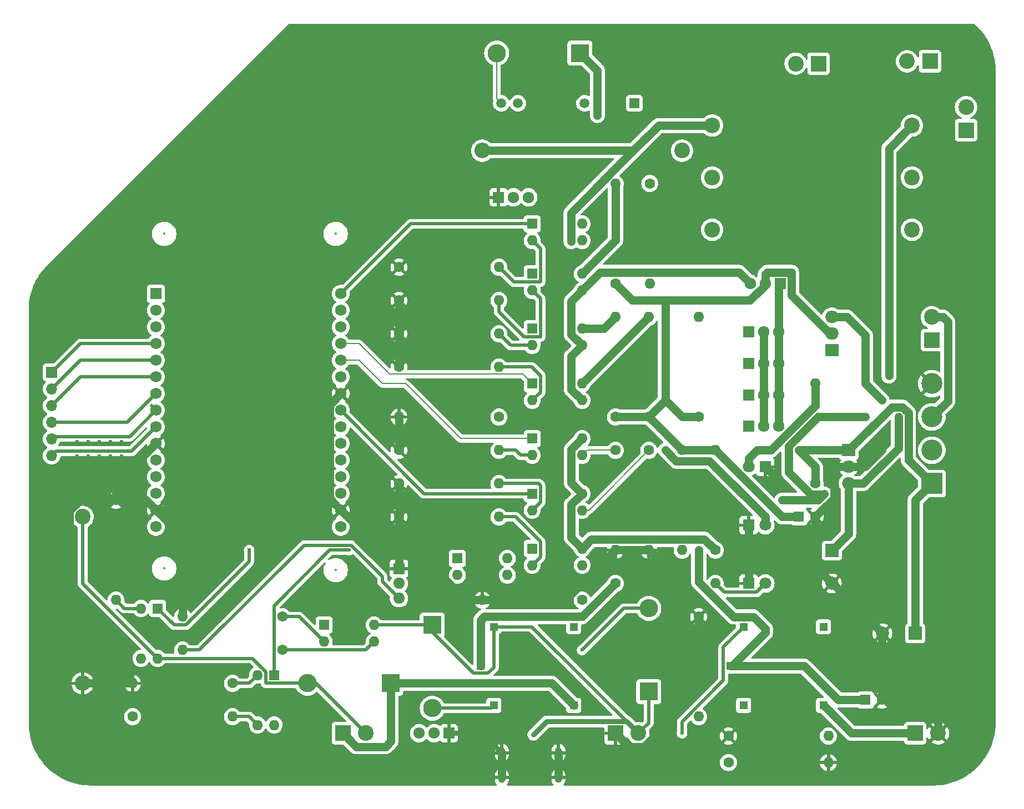
<source format=gbl>
%TF.GenerationSoftware,KiCad,Pcbnew,8.0.3*%
%TF.CreationDate,2024-07-16T18:34:58+05:30*%
%TF.ProjectId,new kicad,6e657720-6b69-4636-9164-2e6b69636164,rev?*%
%TF.SameCoordinates,Original*%
%TF.FileFunction,Copper,L2,Bot*%
%TF.FilePolarity,Positive*%
%FSLAX46Y46*%
G04 Gerber Fmt 4.6, Leading zero omitted, Abs format (unit mm)*
G04 Created by KiCad (PCBNEW 8.0.3) date 2024-07-16 18:34:58*
%MOMM*%
%LPD*%
G01*
G04 APERTURE LIST*
%TA.AperFunction,ComponentPad*%
%ADD10R,1.700000X1.700000*%
%TD*%
%TA.AperFunction,ComponentPad*%
%ADD11O,1.700000X1.700000*%
%TD*%
%TA.AperFunction,ComponentPad*%
%ADD12C,1.600000*%
%TD*%
%TA.AperFunction,ComponentPad*%
%ADD13O,1.600000X1.600000*%
%TD*%
%TA.AperFunction,ComponentPad*%
%ADD14R,1.752600X1.752600*%
%TD*%
%TA.AperFunction,ComponentPad*%
%ADD15C,1.752600*%
%TD*%
%TA.AperFunction,ComponentPad*%
%ADD16R,2.400000X2.400000*%
%TD*%
%TA.AperFunction,ComponentPad*%
%ADD17C,2.400000*%
%TD*%
%TA.AperFunction,ComponentPad*%
%ADD18R,1.600000X1.600000*%
%TD*%
%TA.AperFunction,ComponentPad*%
%ADD19R,2.000000X1.905000*%
%TD*%
%TA.AperFunction,ComponentPad*%
%ADD20O,2.000000X1.905000*%
%TD*%
%TA.AperFunction,ComponentPad*%
%ADD21R,1.800000X1.800000*%
%TD*%
%TA.AperFunction,ComponentPad*%
%ADD22C,1.800000*%
%TD*%
%TA.AperFunction,ComponentPad*%
%ADD23O,2.400000X2.400000*%
%TD*%
%TA.AperFunction,ComponentPad*%
%ADD24R,1.710000X1.800000*%
%TD*%
%TA.AperFunction,ComponentPad*%
%ADD25O,1.710000X1.800000*%
%TD*%
%TA.AperFunction,ComponentPad*%
%ADD26R,3.200000X3.200000*%
%TD*%
%TA.AperFunction,ComponentPad*%
%ADD27C,3.200000*%
%TD*%
%TA.AperFunction,ComponentPad*%
%ADD28R,2.800000X2.800000*%
%TD*%
%TA.AperFunction,ComponentPad*%
%ADD29O,2.800000X2.800000*%
%TD*%
%TA.AperFunction,ComponentPad*%
%ADD30R,1.308000X1.308000*%
%TD*%
%TA.AperFunction,ComponentPad*%
%ADD31R,2.000000X2.000000*%
%TD*%
%TA.AperFunction,ComponentPad*%
%ADD32C,2.000000*%
%TD*%
%TA.AperFunction,ComponentPad*%
%ADD33R,1.800000X1.710000*%
%TD*%
%TA.AperFunction,ComponentPad*%
%ADD34O,1.800000X1.710000*%
%TD*%
%TA.AperFunction,ComponentPad*%
%ADD35O,1.100000X1.700000*%
%TD*%
%TA.AperFunction,ComponentPad*%
%ADD36R,1.508000X1.508000*%
%TD*%
%TA.AperFunction,ComponentPad*%
%ADD37C,1.508000*%
%TD*%
%TA.AperFunction,ViaPad*%
%ADD38C,0.600000*%
%TD*%
%TA.AperFunction,Conductor*%
%ADD39C,0.500000*%
%TD*%
%TA.AperFunction,Conductor*%
%ADD40C,1.300000*%
%TD*%
%TA.AperFunction,Conductor*%
%ADD41C,0.800000*%
%TD*%
%TA.AperFunction,Conductor*%
%ADD42C,0.200000*%
%TD*%
%ADD43C,0.300000*%
%ADD44C,0.350000*%
%ADD45O,0.600000X1.200000*%
G04 APERTURE END LIST*
D10*
%TO.P,J9,1,Pin_1*%
%TO.N,/SD3*%
X74000000Y-89710000D03*
D11*
%TO.P,J9,2,Pin_2*%
%TO.N,/SD2*%
X74000000Y-92250000D03*
%TO.P,J9,3,Pin_3*%
%TO.N,/SD1*%
X74000000Y-94790000D03*
%TO.P,J9,4,Pin_4*%
%TO.N,/SD0*%
X74000000Y-97330000D03*
%TO.P,J9,5,Pin_5*%
%TO.N,/CMD*%
X74000000Y-99870000D03*
%TO.P,J9,6,Pin_6*%
%TO.N,/CLK*%
X74000000Y-102410000D03*
%TD*%
D12*
%TO.P,R16,1*%
%TO.N,Net-(R16-Pad1)*%
X109220000Y-132080000D03*
D13*
%TO.P,R16,2*%
%TO.N,Net-(Q2-B)*%
X93980000Y-132080000D03*
%TD*%
D14*
%TO.P,U1,1,A0*%
%TO.N,/A0*%
X89916000Y-77724000D03*
D15*
%TO.P,U1,2,RSV1*%
%TO.N,unconnected-(U1-RSV1-Pad2)*%
X89916000Y-80264000D03*
%TO.P,U1,3,RSV2*%
%TO.N,unconnected-(U1-RSV2-Pad3)*%
X89916000Y-82804000D03*
%TO.P,U1,4,SD3*%
%TO.N,/SD3*%
X89916000Y-85344000D03*
%TO.P,U1,5,SD2*%
%TO.N,/SD2*%
X89916000Y-87884000D03*
%TO.P,U1,6,SD1*%
%TO.N,/SD1*%
X89916000Y-90424000D03*
%TO.P,U1,7,CMD*%
%TO.N,/SD0*%
X89916000Y-92964000D03*
%TO.P,U1,8,SD0*%
%TO.N,/CMD*%
X89916000Y-95504000D03*
%TO.P,U1,9,CLK*%
%TO.N,/CLK*%
X89916000Y-98044000D03*
%TO.P,U1,10,GND*%
%TO.N,GND*%
X89916000Y-100584000D03*
%TO.P,U1,11,3V3*%
%TO.N,unconnected-(U1-3V3-Pad11)_1*%
X89916000Y-103124000D03*
%TO.P,U1,12,EN*%
%TO.N,unconnected-(U1-EN-Pad12)*%
X89916000Y-105664000D03*
%TO.P,U1,13,RST*%
%TO.N,unconnected-(U1-RST-Pad13)*%
X89916000Y-108204000D03*
%TO.P,U1,14,GND*%
%TO.N,GND*%
X89916000Y-110744000D03*
%TO.P,U1,15,VIN*%
%TO.N,VCC*%
X89916000Y-113284000D03*
%TO.P,U1,16,3V3*%
%TO.N,unconnected-(U1-3V3-Pad11)_0*%
X118110000Y-113284000D03*
%TO.P,U1,17,GND*%
%TO.N,GND*%
X118110000Y-110744000D03*
%TO.P,U1,18,TX*%
%TO.N,/PSHARE_ON_OFF*%
X118110000Y-108204000D03*
%TO.P,U1,19,RX*%
%TO.N,/POWER_ON_OFF*%
X118110000Y-105664000D03*
%TO.P,U1,20,D8*%
%TO.N,/D8*%
X118110000Y-103124000D03*
%TO.P,U1,21,D7*%
%TO.N,/D7*%
X118110000Y-100584000D03*
%TO.P,U1,22,D6*%
%TO.N,/D6*%
X118110000Y-98044000D03*
%TO.P,U1,23,D5*%
%TO.N,/D5*%
X118110000Y-95504000D03*
%TO.P,U1,24,GND*%
%TO.N,GND*%
X118110000Y-92964000D03*
%TO.P,U1,25,3V3*%
%TO.N,unconnected-(U1-3V3-Pad11)*%
X118110000Y-90424000D03*
%TO.P,U1,26,D4*%
%TO.N,/D4*%
X118110000Y-87884000D03*
%TO.P,U1,27,D3*%
%TO.N,/D3*%
X118110000Y-85344000D03*
%TO.P,U1,28,D2*%
%TO.N,/D2*%
X118110000Y-82804000D03*
%TO.P,U1,29,D1*%
%TO.N,/D1*%
X118110000Y-80264000D03*
%TO.P,U1,30,D0*%
%TO.N,/D0*%
X118110000Y-77724000D03*
%TD*%
D12*
%TO.P,R12,1*%
%TO.N,Net-(R12-Pad1)*%
X109220000Y-127000000D03*
D13*
%TO.P,R12,2*%
%TO.N,GND*%
X93980000Y-127000000D03*
%TD*%
D12*
%TO.P,R13,1*%
%TO.N,Net-(R13-Pad1)*%
X160020000Y-101600000D03*
D13*
%TO.P,R13,2*%
%TO.N,GND*%
X160020000Y-116840000D03*
%TD*%
D16*
%TO.P,J4,1,Pin_1*%
%TO.N,Net-(D5-K)*%
X118420000Y-144780000D03*
D17*
%TO.P,J4,2,Pin_2*%
%TO.N,/C_SENSE*%
X121920000Y-144780000D03*
%TD*%
D12*
%TO.P,R22,1*%
%TO.N,GND*%
X127000000Y-88900000D03*
D13*
%TO.P,R22,2*%
%TO.N,Net-(R22-Pad2)*%
X142240000Y-88900000D03*
%TD*%
D18*
%TO.P,U12,1*%
%TO.N,/POWER_ON_OFF*%
X115580000Y-128265000D03*
D13*
%TO.P,U12,2*%
%TO.N,Net-(R12-Pad1)*%
X115580000Y-130805000D03*
%TO.P,U12,3*%
%TO.N,Net-(R16-Pad1)*%
X123200000Y-130805000D03*
%TO.P,U12,4*%
%TO.N,VCC*%
X123200000Y-128265000D03*
%TD*%
D18*
%TO.P,U9,1*%
%TO.N,/D4*%
X147320000Y-99823000D03*
D13*
%TO.P,U9,2*%
%TO.N,Net-(R5-Pad2)*%
X147320000Y-102363000D03*
%TO.P,U9,3*%
%TO.N,Net-(R13-Pad1)*%
X154940000Y-102363000D03*
%TO.P,U9,4*%
%TO.N,/V_CONTROL*%
X154940000Y-99823000D03*
%TD*%
D12*
%TO.P,R4,1*%
%TO.N,GND*%
X172720000Y-127000000D03*
D13*
%TO.P,R4,2*%
%TO.N,Net-(R4-Pad2)*%
X172720000Y-142240000D03*
%TD*%
D19*
%TO.P,U8,1,ADJ*%
%TO.N,/V_CONTROL*%
X193040000Y-86360000D03*
D20*
%TO.P,U8,2,VO*%
%TO.N,/V_OUT*%
X193040000Y-83820000D03*
%TO.P,U8,3,VI*%
%TO.N,/POW_REG_CON*%
X193040000Y-81280000D03*
%TD*%
D21*
%TO.P,D6,1,K*%
%TO.N,GND*%
X180340000Y-113030000D03*
D22*
%TO.P,D6,2,A*%
%TO.N,Net-(D6-A)*%
X182880000Y-113030000D03*
%TD*%
D17*
%TO.P,R23,1*%
%TO.N,/E1_TO_R*%
X170180000Y-55880000D03*
D23*
%TO.P,R23,2*%
%TO.N,/LOAD+*%
X139700000Y-55880000D03*
%TD*%
D24*
%TO.P,Q7,1,E*%
%TO.N,/E4_TO_R*%
X180340000Y-97940000D03*
D25*
%TO.P,Q7,2,C*%
%TO.N,/POW_IN_CON*%
X182620000Y-97940000D03*
%TO.P,Q7,3,B*%
%TO.N,Net-(Q3-E)*%
X184900000Y-97940000D03*
%TD*%
D12*
%TO.P,R5,1*%
%TO.N,GND*%
X127000000Y-101600000D03*
D13*
%TO.P,R5,2*%
%TO.N,Net-(R5-Pad2)*%
X142240000Y-101600000D03*
%TD*%
D26*
%TO.P,D3,1,+*%
%TO.N,/POW_IN_CON*%
X208280000Y-106680000D03*
D27*
%TO.P,D3,2*%
%TO.N,Net-(J3-Pin_1)*%
X208280000Y-101600000D03*
%TO.P,D3,3*%
%TO.N,VAC*%
X208280000Y-96520000D03*
%TO.P,D3,4,-*%
%TO.N,GND*%
X208280000Y-91440000D03*
%TD*%
D12*
%TO.P,R17,1*%
%TO.N,/V_OUT*%
X170180000Y-101600000D03*
D13*
%TO.P,R17,2*%
%TO.N,/V_SENSE*%
X170180000Y-116840000D03*
%TD*%
D12*
%TO.P,R14,1*%
%TO.N,Net-(R14-Pad1)*%
X165100000Y-101600000D03*
D13*
%TO.P,R14,2*%
%TO.N,GND*%
X165100000Y-116840000D03*
%TD*%
D19*
%TO.P,U5,1,VI*%
%TO.N,/POW_IN_CON*%
X195580000Y-101600000D03*
D20*
%TO.P,U5,2,GND*%
%TO.N,GND*%
X195580000Y-104140000D03*
%TO.P,U5,3,VO*%
%TO.N,/POW_REG_CON*%
X195580000Y-106680000D03*
%TD*%
D12*
%TO.P,R27,1*%
%TO.N,/V_OUT*%
X160020000Y-76200000D03*
D13*
%TO.P,R27,2*%
%TO.N,/150_R*%
X160020000Y-60960000D03*
%TD*%
D17*
%TO.P,R3,1*%
%TO.N,/C_SENSE*%
X78740000Y-111760000D03*
D23*
%TO.P,R3,2*%
%TO.N,GND*%
X78740000Y-137160000D03*
%TD*%
D12*
%TO.P,R6,1*%
%TO.N,GND*%
X127000000Y-106680000D03*
D13*
%TO.P,R6,2*%
%TO.N,Net-(R6-Pad2)*%
X142240000Y-106680000D03*
%TD*%
D12*
%TO.P,R18,1*%
%TO.N,/V_SENSE*%
X142240000Y-96520000D03*
D13*
%TO.P,R18,2*%
%TO.N,GND*%
X127000000Y-96520000D03*
%TD*%
D16*
%TO.P,J7,1,Pin_1*%
%TO.N,/AC+*%
X208000000Y-42250000D03*
D17*
%TO.P,J7,2,Pin_2*%
%TO.N,/AC-*%
X204500000Y-42250000D03*
%TD*%
D28*
%TO.P,D8,1,K*%
%TO.N,VCC*%
X154600000Y-41000000D03*
D29*
%TO.P,D8,2,A*%
%TO.N,/RELAY_AC*%
X141900000Y-41000000D03*
%TD*%
D12*
%TO.P,R20,1*%
%TO.N,GND*%
X127000000Y-78740000D03*
D13*
%TO.P,R20,2*%
%TO.N,Net-(R20-Pad2)*%
X142240000Y-78740000D03*
%TD*%
D24*
%TO.P,Q5,1,E*%
%TO.N,/E2_TO_R*%
X180340000Y-88340000D03*
D25*
%TO.P,Q5,2,C*%
%TO.N,/POW_IN_CON*%
X182620000Y-88340000D03*
%TO.P,Q5,3,B*%
%TO.N,Net-(Q3-E)*%
X184900000Y-88340000D03*
%TD*%
D12*
%TO.P,R9,1*%
%TO.N,/V_OUT*%
X172720000Y-96520000D03*
D13*
%TO.P,R9,2*%
%TO.N,Net-(D6-A)*%
X172720000Y-81280000D03*
%TD*%
D12*
%TO.P,R25,1*%
%TO.N,/LOAD+*%
X160020000Y-121920000D03*
D13*
%TO.P,R25,2*%
%TO.N,Net-(D7-A)*%
X175260000Y-121920000D03*
%TD*%
D17*
%TO.P,R26,1*%
%TO.N,/E3_TO_R*%
X205250000Y-60000000D03*
D23*
%TO.P,R26,2*%
%TO.N,/LOAD+*%
X174770000Y-60000000D03*
%TD*%
D18*
%TO.P,U14,1*%
%TO.N,/D1*%
X147320000Y-74674000D03*
D13*
%TO.P,U14,2*%
%TO.N,Net-(R20-Pad2)*%
X147320000Y-77214000D03*
%TO.P,U14,3*%
%TO.N,/CURRENT_CONTROL*%
X154940000Y-77214000D03*
%TO.P,U14,4*%
%TO.N,/150_R*%
X154940000Y-74674000D03*
%TD*%
D12*
%TO.P,R11,1*%
%TO.N,/V_CONTROL*%
X175260000Y-116840000D03*
D13*
%TO.P,R11,2*%
%TO.N,/V_OUT*%
X175260000Y-101600000D03*
%TD*%
D12*
%TO.P,R33,1*%
%TO.N,Net-(J6-CC2)*%
X177260000Y-149250000D03*
D13*
%TO.P,R33,2*%
%TO.N,GND*%
X192500000Y-149250000D03*
%TD*%
D12*
%TO.P,R30,1*%
%TO.N,/V_OUT*%
X165100000Y-96520000D03*
D13*
%TO.P,R30,2*%
%TO.N,/5k_R*%
X165100000Y-81280000D03*
%TD*%
D12*
%TO.P,R21,1*%
%TO.N,GND*%
X127000000Y-83820000D03*
D13*
%TO.P,R21,2*%
%TO.N,Net-(R21-Pad2)*%
X142240000Y-83820000D03*
%TD*%
D18*
%TO.P,U15,1*%
%TO.N,/D2*%
X147320000Y-83057000D03*
D13*
%TO.P,U15,2*%
%TO.N,Net-(R21-Pad2)*%
X147320000Y-85597000D03*
%TO.P,U15,3*%
%TO.N,/CURRENT_CONTROL*%
X154940000Y-85597000D03*
%TO.P,U15,4*%
%TO.N,/3k_R*%
X154940000Y-83057000D03*
%TD*%
D18*
%TO.P,U11,1*%
%TO.N,/D6*%
X147320000Y-116589000D03*
D13*
%TO.P,U11,2*%
%TO.N,Net-(R7-Pad2)*%
X147320000Y-119129000D03*
%TO.P,U11,3*%
%TO.N,Net-(R15-Pad1)*%
X154940000Y-119129000D03*
%TO.P,U11,4*%
%TO.N,/V_CONTROL*%
X154940000Y-116589000D03*
%TD*%
D18*
%TO.P,U13,1*%
%TO.N,/D0*%
X147320000Y-67054000D03*
D13*
%TO.P,U13,2*%
%TO.N,Net-(R19-Pad2)*%
X147320000Y-69594000D03*
%TO.P,U13,3*%
%TO.N,Net-(R28-Pad2)*%
X154940000Y-69594000D03*
%TO.P,U13,4*%
%TO.N,VCC*%
X154940000Y-67054000D03*
%TD*%
D12*
%TO.P,R1,1*%
%TO.N,/POW_IN_CON*%
X190500000Y-106680000D03*
D13*
%TO.P,R1,2*%
%TO.N,Net-(D4-A)*%
X190500000Y-91440000D03*
%TD*%
D12*
%TO.P,R32,1*%
%TO.N,GND*%
X177260000Y-145200000D03*
D13*
%TO.P,R32,2*%
%TO.N,Net-(J6-CC1)*%
X192500000Y-145200000D03*
%TD*%
D12*
%TO.P,R2,1*%
%TO.N,GND*%
X83820000Y-109220000D03*
D13*
%TO.P,R2,2*%
%TO.N,Net-(R2-Pad2)*%
X83820000Y-124460000D03*
%TD*%
D18*
%TO.P,C3,1*%
%TO.N,/V_OUT*%
X188000000Y-111760000D03*
D12*
%TO.P,C3,2*%
%TO.N,GND*%
X190500000Y-111760000D03*
%TD*%
%TO.P,R7,1*%
%TO.N,GND*%
X127000000Y-111760000D03*
D13*
%TO.P,R7,2*%
%TO.N,Net-(R7-Pad2)*%
X142240000Y-111760000D03*
%TD*%
D16*
%TO.P,J2,1,Pin_1*%
%TO.N,/ACL+*%
X191000000Y-42600000D03*
D17*
%TO.P,J2,2,Pin_2*%
%TO.N,/AC-*%
X187500000Y-42600000D03*
%TD*%
D16*
%TO.P,J1,1,Pin_1*%
%TO.N,GND*%
X160020000Y-144780000D03*
D17*
%TO.P,J1,2,Pin_2*%
%TO.N,VCC*%
X163520000Y-144780000D03*
%TD*%
D24*
%TO.P,Q6,1,E*%
%TO.N,/E3_TO_R*%
X180340000Y-93140000D03*
D25*
%TO.P,Q6,2,C*%
%TO.N,/POW_IN_CON*%
X182620000Y-93140000D03*
%TO.P,Q6,3,B*%
%TO.N,Net-(Q3-E)*%
X184900000Y-93140000D03*
%TD*%
D18*
%TO.P,U16,1*%
%TO.N,/D3*%
X147320000Y-91440000D03*
D13*
%TO.P,U16,2*%
%TO.N,Net-(R22-Pad2)*%
X147320000Y-93980000D03*
%TO.P,U16,3*%
%TO.N,/CURRENT_CONTROL*%
X154940000Y-93980000D03*
%TO.P,U16,4*%
%TO.N,/5k_R*%
X154940000Y-91440000D03*
%TD*%
D12*
%TO.P,R15,1*%
%TO.N,Net-(R15-Pad1)*%
X154940000Y-124460000D03*
D13*
%TO.P,R15,2*%
%TO.N,GND*%
X139700000Y-124460000D03*
%TD*%
D30*
%TO.P,U2,P$1*%
%TO.N,VCC*%
X141463250Y-128526750D03*
%TO.P,U2,P$2*%
%TO.N,/LOAD+*%
X139463250Y-134526750D03*
%TO.P,U2,P$3*%
%TO.N,/RELAY_IN*%
X141463250Y-140526750D03*
%TO.P,U2,P$4*%
%TO.N,Net-(D5-K)*%
X153663250Y-140526750D03*
%TO.P,U2,P$5*%
%TO.N,unconnected-(U2-PadP$5)*%
X153663250Y-128526750D03*
%TD*%
D21*
%TO.P,D4,1,K*%
%TO.N,GND*%
X182880000Y-104140000D03*
D22*
%TO.P,D4,2,A*%
%TO.N,Net-(D4-A)*%
X180340000Y-104140000D03*
%TD*%
D30*
%TO.P,U3,P$1*%
%TO.N,VCC*%
X179563250Y-128526750D03*
%TO.P,U3,P$2*%
%TO.N,/LOAD+*%
X177563250Y-134526750D03*
%TO.P,U3,P$3*%
%TO.N,/RELAY1_IN*%
X179563250Y-140526750D03*
%TO.P,U3,P$4*%
%TO.N,Net-(J5-Pin_1)*%
X191763250Y-140526750D03*
%TO.P,U3,P$5*%
%TO.N,unconnected-(U3-PadP$5)*%
X191763250Y-128526750D03*
%TD*%
D21*
%TO.P,D7,1,K*%
%TO.N,GND*%
X180340000Y-121920000D03*
D22*
%TO.P,D7,2,A*%
%TO.N,Net-(D7-A)*%
X182880000Y-121920000D03*
%TD*%
D24*
%TO.P,Q4,1,E*%
%TO.N,/E1_TO_R*%
X180340000Y-83540000D03*
D25*
%TO.P,Q4,2,C*%
%TO.N,/POW_IN_CON*%
X182620000Y-83540000D03*
%TO.P,Q4,3,B*%
%TO.N,Net-(Q3-E)*%
X184900000Y-83540000D03*
%TD*%
D18*
%TO.P,U7,1*%
%TO.N,/PSHARE_ON_OFF*%
X107955000Y-135900000D03*
D13*
%TO.P,U7,2*%
%TO.N,Net-(R8-Pad1)*%
X105415000Y-135900000D03*
%TO.P,U7,3*%
%TO.N,Net-(R10-Pad2)*%
X105415000Y-143520000D03*
%TO.P,U7,4*%
%TO.N,VCC*%
X107955000Y-143520000D03*
%TD*%
D12*
%TO.P,R28,1*%
%TO.N,Net-(Q8-B)*%
X165250000Y-60880000D03*
D13*
%TO.P,R28,2*%
%TO.N,Net-(R28-Pad2)*%
X165250000Y-76120000D03*
%TD*%
D28*
%TO.P,D1,1,K*%
%TO.N,VCC*%
X132080000Y-128270000D03*
D29*
%TO.P,D1,2,A*%
%TO.N,/RELAY_IN*%
X132080000Y-140970000D03*
%TD*%
D24*
%TO.P,Q3,1,E*%
%TO.N,Net-(Q3-E)*%
X185160000Y-76200000D03*
D25*
%TO.P,Q3,2,C*%
%TO.N,/V_OUT*%
X182880000Y-76200000D03*
%TO.P,Q3,3,B*%
%TO.N,/CURRENT_CONTROL*%
X180600000Y-76200000D03*
%TD*%
D31*
%TO.P,C2,1*%
%TO.N,/POW_REG_CON*%
X193040000Y-116920000D03*
D32*
%TO.P,C2,2*%
%TO.N,GND*%
X193040000Y-121920000D03*
%TD*%
D31*
%TO.P,C1,1*%
%TO.N,/POW_IN_CON*%
X205740000Y-129540000D03*
D32*
%TO.P,C1,2*%
%TO.N,GND*%
X200740000Y-129540000D03*
%TD*%
D17*
%TO.P,R31,1*%
%TO.N,/E4_TO_R*%
X205250000Y-52050000D03*
D23*
%TO.P,R31,2*%
%TO.N,/LOAD+*%
X174770000Y-52050000D03*
%TD*%
D16*
%TO.P,J3,1,Pin_1*%
%TO.N,Net-(J3-Pin_1)*%
X208280000Y-84780000D03*
D17*
%TO.P,J3,2,Pin_2*%
%TO.N,VAC*%
X208280000Y-81280000D03*
%TD*%
D24*
%TO.P,Q1,1,E*%
%TO.N,GND*%
X134620000Y-144780000D03*
D25*
%TO.P,Q1,2,C*%
%TO.N,/RELAY1_IN*%
X132340000Y-144780000D03*
%TO.P,Q1,3,B*%
%TO.N,Net-(Q1-B)*%
X130060000Y-144780000D03*
%TD*%
D33*
%TO.P,Q2,1,E*%
%TO.N,GND*%
X127000000Y-119640000D03*
D34*
%TO.P,Q2,2,C*%
%TO.N,/RELAY_IN*%
X127000000Y-121920000D03*
%TO.P,Q2,3,B*%
%TO.N,Net-(Q2-B)*%
X127000000Y-124200000D03*
%TD*%
D12*
%TO.P,R19,1*%
%TO.N,GND*%
X127000000Y-73660000D03*
D13*
%TO.P,R19,2*%
%TO.N,Net-(R19-Pad2)*%
X142240000Y-73660000D03*
%TD*%
D12*
%TO.P,R10,1*%
%TO.N,Net-(Q1-B)*%
X86360000Y-142240000D03*
D13*
%TO.P,R10,2*%
%TO.N,Net-(R10-Pad2)*%
X101600000Y-142240000D03*
%TD*%
D18*
%TO.P,U4,1*%
%TO.N,/D7*%
X90175000Y-125740000D03*
D13*
%TO.P,U4,2*%
%TO.N,Net-(R2-Pad2)*%
X87635000Y-125740000D03*
%TO.P,U4,3*%
%TO.N,/A0*%
X87635000Y-133360000D03*
%TO.P,U4,4*%
%TO.N,/C_SENSE*%
X90175000Y-133360000D03*
%TD*%
D18*
%TO.P,C4,1*%
%TO.N,/LOAD+*%
X198160000Y-139700000D03*
D12*
%TO.P,C4,2*%
%TO.N,GND*%
X200660000Y-139700000D03*
%TD*%
D18*
%TO.P,U6,1*%
%TO.N,/D8*%
X135900000Y-118105000D03*
D13*
%TO.P,U6,2*%
%TO.N,Net-(R4-Pad2)*%
X135900000Y-120645000D03*
%TO.P,U6,3*%
%TO.N,/A0*%
X143520000Y-120645000D03*
%TO.P,U6,4*%
%TO.N,/V_SENSE*%
X143520000Y-118105000D03*
%TD*%
D12*
%TO.P,R8,1*%
%TO.N,Net-(R8-Pad1)*%
X101600000Y-137160000D03*
D13*
%TO.P,R8,2*%
%TO.N,GND*%
X86360000Y-137160000D03*
%TD*%
D35*
%TO.P,J6,S1,SHIELD*%
%TO.N,GND*%
X142680000Y-147750000D03*
X142680000Y-151550000D03*
X151320000Y-147750000D03*
X151320000Y-151550000D03*
%TD*%
D12*
%TO.P,R29,1*%
%TO.N,/V_OUT*%
X160020000Y-96520000D03*
D13*
%TO.P,R29,2*%
%TO.N,/3k_R*%
X160020000Y-81280000D03*
%TD*%
D17*
%TO.P,R24,1*%
%TO.N,/E2_TO_R*%
X205250000Y-67950000D03*
D23*
%TO.P,R24,2*%
%TO.N,/LOAD+*%
X174770000Y-67950000D03*
%TD*%
D24*
%TO.P,Q8,1,E*%
%TO.N,GND*%
X142190000Y-63000000D03*
D25*
%TO.P,Q8,2,C*%
%TO.N,/RELAY_AC*%
X144470000Y-63000000D03*
%TO.P,Q8,3,B*%
%TO.N,Net-(Q8-B)*%
X146750000Y-63000000D03*
%TD*%
D28*
%TO.P,D5,1,K*%
%TO.N,Net-(D5-K)*%
X125730000Y-137160000D03*
D29*
%TO.P,D5,2,A*%
%TO.N,/C_SENSE*%
X113030000Y-137160000D03*
%TD*%
D16*
%TO.P,J8,1,Pin_1*%
%TO.N,/AC+*%
X213500000Y-52750000D03*
D17*
%TO.P,J8,2,Pin_2*%
%TO.N,/AC-*%
X213500000Y-49250000D03*
%TD*%
D36*
%TO.P,K1,1*%
%TO.N,/AC+*%
X162910000Y-48650000D03*
D37*
%TO.P,K1,2*%
%TO.N,/ACL+*%
X155290000Y-48650000D03*
%TO.P,K1,3*%
%TO.N,VCC*%
X145130000Y-48650000D03*
%TO.P,K1,4*%
%TO.N,/RELAY_AC*%
X142590000Y-48650000D03*
%TD*%
D16*
%TO.P,J5,1,Pin_1*%
%TO.N,Net-(J5-Pin_1)*%
X205740000Y-144780000D03*
D17*
%TO.P,J5,2,Pin_2*%
%TO.N,GND*%
X209240000Y-144780000D03*
%TD*%
D18*
%TO.P,U10,1*%
%TO.N,/D5*%
X147320000Y-108206000D03*
D13*
%TO.P,U10,2*%
%TO.N,Net-(R6-Pad2)*%
X147320000Y-110746000D03*
%TO.P,U10,3*%
%TO.N,Net-(R14-Pad1)*%
X154940000Y-110746000D03*
%TO.P,U10,4*%
%TO.N,/V_CONTROL*%
X154940000Y-108206000D03*
%TD*%
D28*
%TO.P,D2,1,K*%
%TO.N,VCC*%
X165100000Y-138430000D03*
D29*
%TO.P,D2,2,A*%
%TO.N,/RELAY1_IN*%
X165100000Y-125730000D03*
%TD*%
D38*
%TO.N,GND*%
X118437500Y-54750000D03*
X107750000Y-68250000D03*
X123500000Y-57000000D03*
X200660000Y-101600000D03*
X77875000Y-79750000D03*
X79625000Y-100250000D03*
X81312500Y-100250000D03*
X125875000Y-41000000D03*
X109937500Y-72500000D03*
X122500000Y-38750000D03*
X81250000Y-79750000D03*
X172720000Y-124460000D03*
X76187500Y-79750000D03*
X127562500Y-38750000D03*
X82937500Y-77500000D03*
X118437500Y-57000000D03*
X124187500Y-38750000D03*
X123500000Y-54750000D03*
X121812500Y-54750000D03*
X116750000Y-57000000D03*
X77875000Y-77500000D03*
X81250000Y-77500000D03*
X127562500Y-41000000D03*
X107625000Y-72500000D03*
X116750000Y-54750000D03*
X110000000Y-68250000D03*
X79562500Y-79750000D03*
X82937500Y-79750000D03*
X122500000Y-41000000D03*
X120125000Y-54750000D03*
X105250000Y-72500000D03*
X84687500Y-100250000D03*
X77937500Y-102500000D03*
X81312500Y-102500000D03*
X83000000Y-102500000D03*
X76187500Y-77500000D03*
X103000000Y-72500000D03*
X121812500Y-57000000D03*
X105250000Y-68250000D03*
X112250000Y-72500000D03*
X129250000Y-41000000D03*
X185420000Y-106680000D03*
X167640000Y-119380000D03*
X79562500Y-77500000D03*
X120125000Y-57000000D03*
X77937500Y-100250000D03*
X112250000Y-68250000D03*
X124187500Y-41000000D03*
X125875000Y-38750000D03*
X103062500Y-68250000D03*
X129250000Y-38750000D03*
X83000000Y-100250000D03*
X79625000Y-102500000D03*
X84687500Y-102500000D03*
%TO.N,/POW_IN_CON*%
X187960000Y-101600000D03*
%TO.N,/POW_REG_CON*%
X203200000Y-96520000D03*
X200660000Y-93980000D03*
%TO.N,VCC*%
X170180000Y-144780000D03*
X157250000Y-50750000D03*
X147500000Y-145000000D03*
%TO.N,/LOAD+*%
X172720000Y-116840000D03*
X153250000Y-69750000D03*
%TO.N,/RELAY1_IN*%
X154940000Y-132080000D03*
%TO.N,/E4_TO_R*%
X185420000Y-109220000D03*
X198120000Y-96520000D03*
X201750000Y-90250000D03*
%TO.N,Net-(D6-A)*%
X167640000Y-101600000D03*
%TO.N,/D7*%
X104140000Y-116840000D03*
%TO.N,/PSHARE_ON_OFF*%
X119380000Y-116840000D03*
%TD*%
D39*
%TO.N,/CLK*%
X86210000Y-101750000D02*
X74660000Y-101750000D01*
X74660000Y-101750000D02*
X74000000Y-102410000D01*
X89916000Y-98044000D02*
X86210000Y-101750000D01*
%TO.N,/CMD*%
X74370000Y-99500000D02*
X74000000Y-99870000D01*
X85920000Y-99500000D02*
X74370000Y-99500000D01*
X89916000Y-95504000D02*
X85920000Y-99500000D01*
%TO.N,/SD0*%
X85550000Y-97330000D02*
X74000000Y-97330000D01*
X89916000Y-92964000D02*
X85550000Y-97330000D01*
%TO.N,/SD1*%
X78366000Y-90424000D02*
X74000000Y-94790000D01*
X89916000Y-90424000D02*
X78366000Y-90424000D01*
%TO.N,/SD2*%
X78366000Y-87884000D02*
X74000000Y-92250000D01*
X89916000Y-87884000D02*
X78366000Y-87884000D01*
%TO.N,/SD3*%
X78366000Y-85344000D02*
X74000000Y-89710000D01*
X89916000Y-85344000D02*
X78366000Y-85344000D01*
D40*
%TO.N,GND*%
X185420000Y-106680000D02*
X182880000Y-104140000D01*
X160020000Y-144780000D02*
X162070000Y-146830000D01*
X165100000Y-116840000D02*
X160020000Y-116840000D01*
X116383700Y-108919057D02*
X116383700Y-108763700D01*
X209240000Y-144780000D02*
X209240000Y-143082944D01*
X193375000Y-108885000D02*
X193375000Y-104140000D01*
X200660000Y-139700000D02*
X200660000Y-129620000D01*
X193120000Y-121920000D02*
X200740000Y-129540000D01*
X198120000Y-104140000D02*
X200660000Y-101600000D01*
D41*
X142680000Y-147750000D02*
X139710000Y-144780000D01*
D40*
X117394943Y-109930300D02*
X116383700Y-108919057D01*
X114403400Y-110744000D02*
X116383700Y-108763700D01*
X205857056Y-139700000D02*
X200660000Y-139700000D01*
X116383700Y-94690300D02*
X118110000Y-92964000D01*
X190500000Y-111760000D02*
X193375000Y-108885000D01*
X93980000Y-114808000D02*
X89916000Y-110744000D01*
X142680000Y-151550000D02*
X142680000Y-147750000D01*
X76690000Y-127490000D02*
X76690000Y-110910862D01*
X93980000Y-127000000D02*
X93980000Y-114808000D01*
X190500000Y-116840000D02*
X190500000Y-119380000D01*
X200660000Y-129620000D02*
X200740000Y-129540000D01*
X127000000Y-114300000D02*
X121666000Y-114300000D01*
X78740000Y-137160000D02*
X86360000Y-137160000D01*
X127000000Y-83820000D02*
X127000000Y-88900000D01*
X127000000Y-111760000D02*
X127000000Y-106680000D01*
X172720000Y-124460000D02*
X165100000Y-116840000D01*
X162070000Y-146830000D02*
X164369138Y-146830000D01*
X209240000Y-143082944D02*
X205857056Y-139700000D01*
X127000000Y-111760000D02*
X127000000Y-114300000D01*
X127000000Y-96520000D02*
X127000000Y-101600000D01*
X137160000Y-124460000D02*
X127000000Y-114300000D01*
X193375000Y-104140000D02*
X195580000Y-104140000D01*
X83820000Y-106680000D02*
X83820000Y-109220000D01*
X78380862Y-109220000D02*
X83820000Y-109220000D01*
X76690000Y-110910862D02*
X78380862Y-109220000D01*
D41*
X139710000Y-144780000D02*
X134620000Y-144780000D01*
D40*
X190500000Y-119380000D02*
X193040000Y-121920000D01*
X116383700Y-108763700D02*
X116383700Y-94690300D01*
X172720000Y-138479138D02*
X172720000Y-127000000D01*
X152400000Y-124460000D02*
X160020000Y-116840000D01*
X127000000Y-119640000D02*
X127000000Y-114300000D01*
X139700000Y-124460000D02*
X137160000Y-124460000D01*
X86360000Y-137160000D02*
X76690000Y-127490000D01*
X121666000Y-114300000D02*
X118110000Y-110744000D01*
X127000000Y-78740000D02*
X127000000Y-83820000D01*
X195580000Y-104140000D02*
X198120000Y-104140000D01*
X164369138Y-146830000D02*
X172720000Y-138479138D01*
X88392000Y-109220000D02*
X89916000Y-110744000D01*
X89916000Y-100584000D02*
X83820000Y-106680000D01*
X151320000Y-151550000D02*
X151320000Y-147750000D01*
X193040000Y-121920000D02*
X193120000Y-121920000D01*
X89916000Y-110744000D02*
X114403400Y-110744000D01*
X139700000Y-124460000D02*
X152400000Y-124460000D01*
X180340000Y-121920000D02*
X180340000Y-113030000D01*
X83820000Y-109220000D02*
X88392000Y-109220000D01*
X190500000Y-111760000D02*
X190500000Y-116840000D01*
%TO.N,/POW_IN_CON*%
X195580000Y-101600000D02*
X202160000Y-95020000D01*
X203821320Y-95020000D02*
X204700000Y-95898680D01*
X205740000Y-109220000D02*
X208280000Y-106680000D01*
X202160000Y-95020000D02*
X203821320Y-95020000D01*
X182620000Y-88340000D02*
X182620000Y-93140000D01*
X205740000Y-129540000D02*
X205740000Y-109220000D01*
X190500000Y-104140000D02*
X187960000Y-101600000D01*
X204700000Y-103100000D02*
X208280000Y-106680000D01*
X182620000Y-97940000D02*
X182620000Y-93140000D01*
X187960000Y-101600000D02*
X195580000Y-101600000D01*
X182620000Y-83540000D02*
X182620000Y-88340000D01*
X190500000Y-106680000D02*
X190500000Y-104140000D01*
X204700000Y-95898680D02*
X204700000Y-103100000D01*
%TO.N,/POW_REG_CON*%
X195340000Y-81280000D02*
X193040000Y-81280000D01*
X200660000Y-93980000D02*
X198120000Y-91440000D01*
X195580000Y-106680000D02*
X197785000Y-106680000D01*
X197785000Y-106680000D02*
X203200000Y-101265000D01*
X198120000Y-84060000D02*
X195340000Y-81280000D01*
X203200000Y-101265000D02*
X203200000Y-96520000D01*
X195580000Y-106680000D02*
X195580000Y-114380000D01*
X195580000Y-114380000D02*
X193040000Y-116920000D01*
X198120000Y-91440000D02*
X198120000Y-84060000D01*
%TO.N,VAC*%
X210730000Y-94070000D02*
X208280000Y-96520000D01*
X210730000Y-82032944D02*
X210730000Y-94070000D01*
X209977056Y-81280000D02*
X210730000Y-82032944D01*
X208280000Y-81280000D02*
X209977056Y-81280000D01*
D39*
%TO.N,/RELAY_IN*%
X132080000Y-140970000D02*
X141020000Y-140970000D01*
X141020000Y-140970000D02*
X141463250Y-140526750D01*
%TO.N,VCC*%
X141463250Y-128526750D02*
X147266750Y-128526750D01*
X141463250Y-134734750D02*
X140567250Y-135630750D01*
X138359250Y-135630750D02*
X132080000Y-129351500D01*
X147266750Y-128526750D02*
X163520000Y-144780000D01*
D41*
X149520000Y-142980000D02*
X161720000Y-142980000D01*
D39*
X165100000Y-138430000D02*
X165100000Y-143200000D01*
D40*
X154600000Y-41000000D02*
X157250000Y-43650000D01*
D39*
X170180000Y-143012233D02*
X176459250Y-136732983D01*
D40*
X157250000Y-43650000D02*
X157250000Y-50500000D01*
D39*
X132080000Y-128270000D02*
X123205000Y-128270000D01*
X176459250Y-131630750D02*
X179563250Y-128526750D01*
X132080000Y-129351500D02*
X132080000Y-128270000D01*
X141463250Y-128526750D02*
X141463250Y-134734750D01*
X170180000Y-144780000D02*
X170180000Y-143012233D01*
X123205000Y-128270000D02*
X123200000Y-128265000D01*
X140567250Y-135630750D02*
X138359250Y-135630750D01*
D41*
X161720000Y-142980000D02*
X163520000Y-144780000D01*
D39*
X165100000Y-143200000D02*
X163520000Y-144780000D01*
D41*
X147500000Y-145000000D02*
X149520000Y-142980000D01*
D39*
X176459250Y-136732983D02*
X176459250Y-131630750D01*
D40*
%TO.N,/V_OUT*%
X183180000Y-74450000D02*
X182880000Y-74750000D01*
X167640000Y-93980000D02*
X165100000Y-96520000D01*
X185420000Y-111760000D02*
X175260000Y-101600000D01*
X186865000Y-77950000D02*
X186865000Y-74450000D01*
X170180000Y-96520000D02*
X167640000Y-93980000D01*
X193040000Y-83820000D02*
X192735000Y-83820000D01*
X180516234Y-78740000D02*
X167640000Y-78740000D01*
X162560000Y-78740000D02*
X167640000Y-78740000D01*
X170180000Y-101600000D02*
X165100000Y-96520000D01*
X182880000Y-76376234D02*
X180516234Y-78740000D01*
X182880000Y-75000000D02*
X182880000Y-76200000D01*
X167640000Y-78740000D02*
X167640000Y-93980000D01*
X192735000Y-83820000D02*
X186865000Y-77950000D01*
X172720000Y-96520000D02*
X170180000Y-96520000D01*
X175260000Y-101600000D02*
X170180000Y-101600000D01*
X188000000Y-111760000D02*
X185420000Y-111760000D01*
X160020000Y-76200000D02*
X162560000Y-78740000D01*
X160020000Y-96520000D02*
X165100000Y-96520000D01*
X182880000Y-76200000D02*
X182880000Y-76376234D01*
X182880000Y-74750000D02*
X182880000Y-75000000D01*
X186865000Y-74450000D02*
X183180000Y-74450000D01*
%TO.N,/LOAD+*%
X178029297Y-127022750D02*
X181067250Y-127022750D01*
X166596547Y-52050000D02*
X174770000Y-52050000D01*
X182880000Y-129446750D02*
X177800000Y-134526750D01*
X139982000Y-127000000D02*
X154940000Y-127000000D01*
X139463250Y-134526750D02*
X139463250Y-127518750D01*
X198160000Y-139700000D02*
X193944500Y-139700000D01*
X177800000Y-134526750D02*
X188771250Y-134526750D01*
X181067250Y-127022750D02*
X182880000Y-128835500D01*
X162766547Y-55880000D02*
X139700000Y-55880000D01*
X162766547Y-55880000D02*
X153250000Y-65396547D01*
X172720000Y-116840000D02*
X172720000Y-121713453D01*
X182880000Y-128835500D02*
X182880000Y-129446750D01*
X154940000Y-127000000D02*
X160020000Y-121920000D01*
X162766547Y-55880000D02*
X166596547Y-52050000D01*
X139463250Y-127518750D02*
X139982000Y-127000000D01*
X177563250Y-134526750D02*
X177800000Y-134526750D01*
X188771250Y-134526750D02*
X193944500Y-139700000D01*
X172720000Y-121713453D02*
X178029297Y-127022750D01*
X153250000Y-69750000D02*
X153250000Y-65396547D01*
D39*
%TO.N,/RELAY1_IN*%
X154940000Y-132080000D02*
X161290000Y-125730000D01*
X161290000Y-125730000D02*
X165100000Y-125730000D01*
%TO.N,Net-(D7-A)*%
X175260000Y-121920000D02*
X176610000Y-123270000D01*
X181530000Y-123270000D02*
X182880000Y-121920000D01*
X176610000Y-123270000D02*
X181530000Y-123270000D01*
D42*
%TO.N,/RELAY_AC*%
X141900000Y-47960000D02*
X142590000Y-48650000D01*
X141900000Y-41000000D02*
X141900000Y-47960000D01*
D40*
%TO.N,Net-(D4-A)*%
X180340000Y-104140000D02*
X180340000Y-102867208D01*
X181607208Y-101600000D02*
X183696234Y-101600000D01*
X183696234Y-101600000D02*
X190500000Y-94796234D01*
X180340000Y-102867208D02*
X181607208Y-101600000D01*
X190500000Y-94796234D02*
X190500000Y-91440000D01*
D39*
%TO.N,/C_SENSE*%
X114300000Y-137160000D02*
X113030000Y-137160000D01*
X104642767Y-133360000D02*
X106680000Y-135397233D01*
X90175000Y-133360000D02*
X78740000Y-121925000D01*
X106715000Y-137160000D02*
X113030000Y-137160000D01*
X78740000Y-121925000D02*
X78740000Y-111760000D01*
X106680000Y-137125000D02*
X106715000Y-137160000D01*
X90175000Y-133360000D02*
X104642767Y-133360000D01*
X121920000Y-144780000D02*
X114300000Y-137160000D01*
X106680000Y-135397233D02*
X106680000Y-137125000D01*
D40*
%TO.N,Net-(D5-K)*%
X118420000Y-144780000D02*
X120470000Y-146830000D01*
X125730000Y-146050000D02*
X125730000Y-137160000D01*
X153663250Y-140526750D02*
X150296500Y-137160000D01*
X120470000Y-146830000D02*
X124950000Y-146830000D01*
X150296500Y-137160000D02*
X125730000Y-137160000D01*
X124950000Y-146830000D02*
X125730000Y-146050000D01*
%TO.N,/CURRENT_CONTROL*%
X153290000Y-87247000D02*
X154940000Y-85597000D01*
X153290000Y-92330000D02*
X153290000Y-87247000D01*
X154940000Y-93980000D02*
X153290000Y-92330000D01*
X154940000Y-85597000D02*
X153290000Y-83947000D01*
X178870000Y-74470000D02*
X180600000Y-76200000D01*
X153290000Y-83947000D02*
X153290000Y-78864000D01*
X157684000Y-74470000D02*
X178870000Y-74470000D01*
X153290000Y-78864000D02*
X154940000Y-77214000D01*
X154940000Y-77214000D02*
X157684000Y-74470000D01*
%TO.N,/E4_TO_R*%
X191808680Y-108330000D02*
X189816547Y-108330000D01*
X205250000Y-52050000D02*
X201750000Y-55550000D01*
X190918680Y-109220000D02*
X191875000Y-108263680D01*
X186460000Y-104973453D02*
X186460000Y-100978680D01*
X185420000Y-109220000D02*
X190918680Y-109220000D01*
X189816547Y-108330000D02*
X186460000Y-104973453D01*
X201750000Y-55550000D02*
X201750000Y-90250000D01*
X191875000Y-108263680D02*
X191808680Y-108330000D01*
X190918680Y-96520000D02*
X198120000Y-96520000D01*
X186460000Y-100978680D02*
X190918680Y-96520000D01*
D39*
%TO.N,Net-(R2-Pad2)*%
X85100000Y-125740000D02*
X83820000Y-124460000D01*
X87635000Y-125740000D02*
X85100000Y-125740000D01*
D40*
%TO.N,Net-(D6-A)*%
X182880000Y-113030000D02*
X182880000Y-111757208D01*
X182880000Y-111757208D02*
X174372792Y-103250000D01*
X174372792Y-103250000D02*
X169290000Y-103250000D01*
X169290000Y-103250000D02*
X167640000Y-101600000D01*
D39*
%TO.N,Net-(R5-Pad2)*%
X144780000Y-101600000D02*
X145543000Y-102363000D01*
X142240000Y-101600000D02*
X144780000Y-101600000D01*
X145543000Y-102363000D02*
X147320000Y-102363000D01*
%TO.N,Net-(R6-Pad2)*%
X148570000Y-109496000D02*
X147320000Y-110746000D01*
X142240000Y-106680000D02*
X148294000Y-106680000D01*
X148570000Y-106956000D02*
X148570000Y-109496000D01*
X148294000Y-106680000D02*
X148570000Y-106956000D01*
D40*
%TO.N,/V_CONTROL*%
X173610000Y-115190000D02*
X156339000Y-115190000D01*
X175260000Y-116840000D02*
X173610000Y-115190000D01*
X154940000Y-116589000D02*
X153290000Y-114939000D01*
X153290000Y-101473000D02*
X154940000Y-99823000D01*
X153290000Y-106556000D02*
X153290000Y-101473000D01*
X156339000Y-115190000D02*
X154940000Y-116589000D01*
X153290000Y-114939000D02*
X153290000Y-109856000D01*
X154940000Y-108206000D02*
X153290000Y-106556000D01*
X153290000Y-109856000D02*
X154940000Y-108206000D01*
D39*
%TO.N,Net-(Q2-B)*%
X124460000Y-120859339D02*
X124460000Y-121660000D01*
X124460000Y-121660000D02*
X127000000Y-124200000D01*
X96520000Y-132080000D02*
X112510000Y-116090000D01*
X112510000Y-116090000D02*
X119690661Y-116090000D01*
X119690661Y-116090000D02*
X124460000Y-120859339D01*
X93980000Y-132080000D02*
X96520000Y-132080000D01*
%TO.N,Net-(R7-Pad2)*%
X148570000Y-117879000D02*
X147320000Y-119129000D01*
X148570000Y-115550000D02*
X148570000Y-117879000D01*
X142240000Y-111760000D02*
X144780000Y-111760000D01*
X144780000Y-111760000D02*
X148570000Y-115550000D01*
%TO.N,Net-(R10-Pad2)*%
X104135000Y-142240000D02*
X105415000Y-143520000D01*
X101600000Y-142240000D02*
X104135000Y-142240000D01*
D40*
%TO.N,/150_R*%
X154940000Y-74674000D02*
X160020000Y-69594000D01*
X160020000Y-69594000D02*
X160020000Y-60960000D01*
%TO.N,/3k_R*%
X158243000Y-83057000D02*
X160020000Y-81280000D01*
X154940000Y-83057000D02*
X158243000Y-83057000D01*
%TO.N,/5k_R*%
X165100000Y-81280000D02*
X154940000Y-91440000D01*
D39*
%TO.N,/D7*%
X92685000Y-128250000D02*
X94497767Y-128250000D01*
X104140000Y-118607767D02*
X104140000Y-116840000D01*
X94497767Y-128250000D02*
X104140000Y-118607767D01*
X90175000Y-125740000D02*
X92685000Y-128250000D01*
D42*
%TO.N,/D4*%
X120904000Y-87884000D02*
X118110000Y-87884000D01*
X124460000Y-91440000D02*
X120904000Y-87884000D01*
X136367365Y-99823000D02*
X127984365Y-91440000D01*
X147320000Y-99823000D02*
X136367365Y-99823000D01*
X127984365Y-91440000D02*
X124460000Y-91440000D01*
D39*
%TO.N,/D5*%
X130812000Y-108206000D02*
X118110000Y-95504000D01*
X147320000Y-108206000D02*
X130812000Y-108206000D01*
D42*
%TO.N,/D3*%
X125560000Y-90000000D02*
X120904000Y-85344000D01*
X120904000Y-85344000D02*
X118110000Y-85344000D01*
X147320000Y-91440000D02*
X145880000Y-90000000D01*
X145880000Y-90000000D02*
X125560000Y-90000000D01*
D39*
%TO.N,/D0*%
X128780000Y-67054000D02*
X147320000Y-67054000D01*
X118110000Y-77724000D02*
X128780000Y-67054000D01*
%TO.N,/PSHARE_ON_OFF*%
X107955000Y-135900000D02*
X107955000Y-125314672D01*
X116429672Y-116840000D02*
X119380000Y-116840000D01*
X107955000Y-125314672D02*
X116429672Y-116840000D01*
%TO.N,/CMD*%
X89202000Y-94790000D02*
X89916000Y-95504000D01*
%TO.N,Net-(R12-Pad1)*%
X109220000Y-127000000D02*
X111775000Y-127000000D01*
X111775000Y-127000000D02*
X115580000Y-130805000D01*
D42*
%TO.N,Net-(R13-Pad1)*%
X160020000Y-101600000D02*
X155703000Y-101600000D01*
X155703000Y-101600000D02*
X154940000Y-102363000D01*
D39*
%TO.N,Net-(R16-Pad1)*%
X121925000Y-132080000D02*
X123200000Y-130805000D01*
X109220000Y-132080000D02*
X121925000Y-132080000D01*
%TO.N,Net-(R22-Pad2)*%
X147280000Y-88900000D02*
X142240000Y-88900000D01*
X148570000Y-92730000D02*
X148570000Y-90190000D01*
X147320000Y-93980000D02*
X148570000Y-92730000D01*
X148570000Y-90190000D02*
X147280000Y-88900000D01*
%TO.N,Net-(R21-Pad2)*%
X144017000Y-85597000D02*
X142240000Y-83820000D01*
X147320000Y-85597000D02*
X144017000Y-85597000D01*
%TO.N,Net-(R20-Pad2)*%
X142240000Y-78740000D02*
X142240000Y-80477000D01*
X146070000Y-84307000D02*
X148570000Y-84307000D01*
X148570000Y-78464000D02*
X147320000Y-77214000D01*
X142240000Y-80477000D02*
X146070000Y-84307000D01*
X148570000Y-84307000D02*
X148570000Y-78464000D01*
%TO.N,Net-(R19-Pad2)*%
X148570000Y-75924000D02*
X144504000Y-75924000D01*
X147320000Y-69594000D02*
X148570000Y-70844000D01*
X148570000Y-70844000D02*
X148570000Y-75924000D01*
X144504000Y-75924000D02*
X142240000Y-73660000D01*
D42*
%TO.N,Net-(R14-Pad1)*%
X155954000Y-110746000D02*
X165100000Y-101600000D01*
X154940000Y-110746000D02*
X155954000Y-110746000D01*
D39*
%TO.N,Net-(R8-Pad1)*%
X104155000Y-137160000D02*
X105415000Y-135900000D01*
X101600000Y-137160000D02*
X104155000Y-137160000D01*
D40*
%TO.N,Net-(Q3-E)*%
X184900000Y-97940000D02*
X184900000Y-93140000D01*
X184900000Y-88340000D02*
X184900000Y-83540000D01*
X184900000Y-93140000D02*
X184900000Y-88340000D01*
X184900000Y-76460000D02*
X185160000Y-76200000D01*
X184900000Y-83540000D02*
X184900000Y-76460000D01*
%TO.N,Net-(J5-Pin_1)*%
X196016500Y-144780000D02*
X205740000Y-144780000D01*
X191763250Y-140526750D02*
X196016500Y-144780000D01*
%TD*%
%TA.AperFunction,Conductor*%
%TO.N,GND*%
G36*
X189911441Y-110390185D02*
G01*
X189957196Y-110442989D01*
X189967140Y-110512147D01*
X189938115Y-110575703D01*
X189896807Y-110606882D01*
X189847516Y-110629866D01*
X189847512Y-110629868D01*
X189774526Y-110680973D01*
X189774526Y-110680974D01*
X190453553Y-111360000D01*
X190447339Y-111360000D01*
X190345606Y-111387259D01*
X190254394Y-111439920D01*
X190179920Y-111514394D01*
X190127259Y-111605606D01*
X190100000Y-111707339D01*
X190100000Y-111713552D01*
X189415799Y-111029351D01*
X189366805Y-111019505D01*
X189316622Y-110970889D01*
X189301981Y-110915366D01*
X189300900Y-110915423D01*
X189300854Y-110915429D01*
X189300853Y-110915426D01*
X189300676Y-110915436D01*
X189300499Y-110912141D01*
X189300499Y-110912128D01*
X189294091Y-110852517D01*
X189275443Y-110802520D01*
X189243797Y-110717671D01*
X189243793Y-110717664D01*
X189157547Y-110602455D01*
X189154432Y-110600123D01*
X189145939Y-110593765D01*
X189104070Y-110537832D01*
X189099086Y-110468140D01*
X189132572Y-110406818D01*
X189193895Y-110373333D01*
X189220252Y-110370500D01*
X189844402Y-110370500D01*
X189911441Y-110390185D01*
G37*
%TD.AperFunction*%
%TA.AperFunction,Conductor*%
G36*
X185228834Y-101796966D02*
G01*
X185284767Y-101838838D01*
X185309184Y-101904302D01*
X185309500Y-101913148D01*
X185309500Y-104878491D01*
X185309499Y-104878506D01*
X185309499Y-104882907D01*
X185309499Y-105063999D01*
X185322706Y-105147379D01*
X185332024Y-105206212D01*
X185337829Y-105242863D01*
X185393787Y-105415089D01*
X185393788Y-105415092D01*
X185435070Y-105496110D01*
X185473593Y-105571716D01*
X185476006Y-105576450D01*
X185582440Y-105722946D01*
X185582444Y-105722950D01*
X185582447Y-105722954D01*
X185700351Y-105840858D01*
X185714829Y-105855336D01*
X185714840Y-105855346D01*
X187717313Y-107857819D01*
X187750798Y-107919142D01*
X187745814Y-107988834D01*
X187703942Y-108044767D01*
X187638478Y-108069184D01*
X187629632Y-108069500D01*
X185329449Y-108069500D01*
X185150589Y-108097829D01*
X184978363Y-108153787D01*
X184978360Y-108153788D01*
X184817002Y-108236006D01*
X184670505Y-108342441D01*
X184670500Y-108342445D01*
X184542445Y-108470500D01*
X184542441Y-108470505D01*
X184436006Y-108617002D01*
X184353788Y-108778360D01*
X184353788Y-108778362D01*
X184345596Y-108803573D01*
X184306156Y-108861247D01*
X184241797Y-108888443D01*
X184172951Y-108876527D01*
X184139985Y-108852932D01*
X180898475Y-105611422D01*
X180864990Y-105550099D01*
X180869974Y-105480407D01*
X180911846Y-105424474D01*
X180927139Y-105414686D01*
X180964689Y-105394365D01*
X181108626Y-105316470D01*
X181291784Y-105173913D01*
X181300511Y-105164432D01*
X181360394Y-105128441D01*
X181430232Y-105130538D01*
X181487850Y-105170060D01*
X181507924Y-105205080D01*
X181536645Y-105282086D01*
X181536649Y-105282093D01*
X181622809Y-105397187D01*
X181622812Y-105397190D01*
X181737906Y-105483350D01*
X181737913Y-105483354D01*
X181872620Y-105533596D01*
X181872627Y-105533598D01*
X181932155Y-105539999D01*
X181932172Y-105540000D01*
X182630000Y-105540000D01*
X182630000Y-104515277D01*
X182706306Y-104559333D01*
X182820756Y-104590000D01*
X182939244Y-104590000D01*
X183053694Y-104559333D01*
X183130000Y-104515277D01*
X183130000Y-105540000D01*
X183827828Y-105540000D01*
X183827844Y-105539999D01*
X183887372Y-105533598D01*
X183887379Y-105533596D01*
X184022086Y-105483354D01*
X184022093Y-105483350D01*
X184137187Y-105397190D01*
X184137190Y-105397187D01*
X184223350Y-105282093D01*
X184223354Y-105282086D01*
X184273596Y-105147379D01*
X184273598Y-105147372D01*
X184279999Y-105087844D01*
X184280000Y-105087827D01*
X184280000Y-104390000D01*
X183255278Y-104390000D01*
X183299333Y-104313694D01*
X183330000Y-104199244D01*
X183330000Y-104080756D01*
X183299333Y-103966306D01*
X183255278Y-103890000D01*
X184280000Y-103890000D01*
X184280000Y-103192172D01*
X184279999Y-103192155D01*
X184273598Y-103132627D01*
X184273596Y-103132620D01*
X184223354Y-102997913D01*
X184223350Y-102997906D01*
X184137191Y-102882813D01*
X184124726Y-102873482D01*
X184082855Y-102817548D01*
X184077871Y-102747857D01*
X184111356Y-102686534D01*
X184142742Y-102663730D01*
X184178701Y-102645408D01*
X184299228Y-102583996D01*
X184302095Y-102581913D01*
X184445735Y-102477553D01*
X184573787Y-102349501D01*
X184573788Y-102349499D01*
X184580848Y-102342439D01*
X184580853Y-102342432D01*
X185097820Y-101825466D01*
X185159142Y-101791982D01*
X185228834Y-101796966D01*
G37*
%TD.AperFunction*%
%TA.AperFunction,Conductor*%
G36*
X201968834Y-96940732D02*
G01*
X202024767Y-96982604D01*
X202049184Y-97048068D01*
X202049500Y-97056914D01*
X202049500Y-100737085D01*
X202029815Y-100804124D01*
X202013181Y-100824766D01*
X197344766Y-105493181D01*
X197283443Y-105526666D01*
X197257085Y-105529500D01*
X196567790Y-105529500D01*
X196500751Y-105509815D01*
X196454996Y-105457011D01*
X196445052Y-105387853D01*
X196474077Y-105324297D01*
X196494905Y-105305182D01*
X196573736Y-105247907D01*
X196573742Y-105247902D01*
X196735402Y-105086242D01*
X196869788Y-104901276D01*
X196973582Y-104697570D01*
X197044234Y-104480128D01*
X197058509Y-104390000D01*
X196070748Y-104390000D01*
X196092518Y-104352292D01*
X196130000Y-104212409D01*
X196130000Y-104067591D01*
X196092518Y-103927708D01*
X196070748Y-103890000D01*
X197058509Y-103890000D01*
X197044234Y-103799871D01*
X196973580Y-103582425D01*
X196869788Y-103378723D01*
X196736988Y-103195940D01*
X196713508Y-103130133D01*
X196729333Y-103062079D01*
X196779439Y-103013384D01*
X196793966Y-103006875D01*
X196822331Y-102996296D01*
X196937546Y-102910046D01*
X197023796Y-102794831D01*
X197074091Y-102659983D01*
X197080500Y-102600373D01*
X197080499Y-101777913D01*
X197100183Y-101710875D01*
X197116813Y-101690238D01*
X201837821Y-96969231D01*
X201899142Y-96935748D01*
X201968834Y-96940732D01*
G37*
%TD.AperFunction*%
%TA.AperFunction,Conductor*%
G36*
X88468897Y-98114982D02*
G01*
X88524831Y-98156854D01*
X88549140Y-98220923D01*
X88553322Y-98271390D01*
X88553388Y-98271783D01*
X88553368Y-98271944D01*
X88553746Y-98276501D01*
X88552808Y-98276578D01*
X88545005Y-98341148D01*
X88518760Y-98379871D01*
X85935451Y-100963181D01*
X85874128Y-100996666D01*
X85847770Y-100999500D01*
X75079758Y-100999500D01*
X75012719Y-100979815D01*
X74966964Y-100927011D01*
X74957020Y-100857853D01*
X74986045Y-100794297D01*
X74992077Y-100787819D01*
X75038495Y-100741401D01*
X75174035Y-100547830D01*
X75273903Y-100333663D01*
X75273905Y-100333655D01*
X75274479Y-100332080D01*
X75274920Y-100331480D01*
X75276191Y-100328756D01*
X75276738Y-100329011D01*
X75315910Y-100275820D01*
X75381181Y-100250889D01*
X75390998Y-100250500D01*
X85993920Y-100250500D01*
X86105467Y-100228311D01*
X86138913Y-100221658D01*
X86275495Y-100165084D01*
X86324729Y-100132186D01*
X86398416Y-100082952D01*
X88337885Y-98143481D01*
X88399206Y-98109998D01*
X88468897Y-98114982D01*
G37*
%TD.AperFunction*%
%TA.AperFunction,Conductor*%
G36*
X214808363Y-36520185D02*
G01*
X214829005Y-36536819D01*
X215215810Y-36923624D01*
X215218413Y-36926306D01*
X215607039Y-37339093D01*
X215611995Y-37344686D01*
X215973828Y-37778670D01*
X215978439Y-37784551D01*
X216313498Y-38239580D01*
X216317745Y-38245729D01*
X216624758Y-38720074D01*
X216628628Y-38726467D01*
X216906519Y-39218464D01*
X216909997Y-39225079D01*
X217157752Y-39732937D01*
X217160824Y-39739749D01*
X217377525Y-40261582D01*
X217380182Y-40268567D01*
X217565060Y-40802529D01*
X217567291Y-40809662D01*
X217719661Y-41353764D01*
X217721459Y-41361017D01*
X217840783Y-41913343D01*
X217842140Y-41920692D01*
X217927971Y-42479186D01*
X217928883Y-42486603D01*
X217980915Y-43049244D01*
X217981379Y-43056703D01*
X217999437Y-43621925D01*
X217999500Y-43625885D01*
X217999500Y-143248046D01*
X217999439Y-143251941D01*
X217980877Y-143842582D01*
X217980388Y-143850356D01*
X217924959Y-144436732D01*
X217923982Y-144444461D01*
X217831849Y-145026169D01*
X217830390Y-145033821D01*
X217701903Y-145608638D01*
X217699965Y-145616183D01*
X217535648Y-146181765D01*
X217533242Y-146189168D01*
X217482336Y-146330567D01*
X217333735Y-146743323D01*
X217330868Y-146750565D01*
X217096952Y-147291113D01*
X217093635Y-147298162D01*
X216826241Y-147822951D01*
X216822488Y-147829777D01*
X216522675Y-148336734D01*
X216518501Y-148343311D01*
X216187444Y-148830446D01*
X216182865Y-148836748D01*
X215821887Y-149302118D01*
X215816922Y-149308121D01*
X215427406Y-149749940D01*
X215422073Y-149755618D01*
X215005618Y-150172073D01*
X214999940Y-150177406D01*
X214558121Y-150566922D01*
X214552118Y-150571887D01*
X214086748Y-150932865D01*
X214080446Y-150937444D01*
X213593311Y-151268501D01*
X213586734Y-151272675D01*
X213079777Y-151572488D01*
X213072951Y-151576241D01*
X212548162Y-151843635D01*
X212541113Y-151846952D01*
X212000565Y-152080868D01*
X211993323Y-152083735D01*
X211611504Y-152221198D01*
X211439168Y-152283242D01*
X211431765Y-152285648D01*
X210866183Y-152449965D01*
X210858638Y-152451903D01*
X210283821Y-152580390D01*
X210276169Y-152581849D01*
X209694461Y-152673982D01*
X209686732Y-152674959D01*
X209100356Y-152730388D01*
X209092582Y-152730877D01*
X208501941Y-152749439D01*
X208498046Y-152749500D01*
X152204788Y-152749500D01*
X152137749Y-152729815D01*
X152091994Y-152677011D01*
X152082050Y-152607853D01*
X152111075Y-152544297D01*
X152117107Y-152537819D01*
X152135586Y-152519339D01*
X152135589Y-152519335D01*
X152250494Y-152347368D01*
X152250499Y-152347358D01*
X152329649Y-152156274D01*
X152329651Y-152156266D01*
X152369999Y-151953420D01*
X152370000Y-151953417D01*
X152370000Y-151800000D01*
X151620000Y-151800000D01*
X151620000Y-151300000D01*
X152370000Y-151300000D01*
X152370000Y-151146583D01*
X152369999Y-151146579D01*
X152329651Y-150943733D01*
X152329649Y-150943725D01*
X152250499Y-150752641D01*
X152250494Y-150752631D01*
X152135589Y-150580664D01*
X152135586Y-150580660D01*
X151989339Y-150434413D01*
X151989335Y-150434410D01*
X151817368Y-150319505D01*
X151817358Y-150319500D01*
X151626272Y-150240349D01*
X151626267Y-150240347D01*
X151570000Y-150229155D01*
X151570000Y-151083011D01*
X151560060Y-151065795D01*
X151504205Y-151009940D01*
X151435796Y-150970444D01*
X151359496Y-150950000D01*
X151280504Y-150950000D01*
X151204204Y-150970444D01*
X151135795Y-151009940D01*
X151079940Y-151065795D01*
X151070000Y-151083011D01*
X151070000Y-150229156D01*
X151069999Y-150229155D01*
X151013732Y-150240347D01*
X151013727Y-150240349D01*
X150822641Y-150319500D01*
X150822631Y-150319505D01*
X150650664Y-150434410D01*
X150650660Y-150434413D01*
X150504413Y-150580660D01*
X150504410Y-150580664D01*
X150389505Y-150752631D01*
X150389500Y-150752641D01*
X150310350Y-150943725D01*
X150310348Y-150943733D01*
X150270000Y-151146579D01*
X150270000Y-151300000D01*
X151020000Y-151300000D01*
X151020000Y-151800000D01*
X150270000Y-151800000D01*
X150270000Y-151953420D01*
X150310348Y-152156266D01*
X150310350Y-152156274D01*
X150389500Y-152347358D01*
X150389505Y-152347368D01*
X150504410Y-152519335D01*
X150504413Y-152519339D01*
X150522893Y-152537819D01*
X150556378Y-152599142D01*
X150551394Y-152668834D01*
X150509522Y-152724767D01*
X150444058Y-152749184D01*
X150435212Y-152749500D01*
X143564788Y-152749500D01*
X143497749Y-152729815D01*
X143451994Y-152677011D01*
X143442050Y-152607853D01*
X143471075Y-152544297D01*
X143477107Y-152537819D01*
X143495586Y-152519339D01*
X143495589Y-152519335D01*
X143610494Y-152347368D01*
X143610499Y-152347358D01*
X143689649Y-152156274D01*
X143689651Y-152156266D01*
X143729999Y-151953420D01*
X143730000Y-151953417D01*
X143730000Y-151800000D01*
X142980000Y-151800000D01*
X142980000Y-151300000D01*
X143730000Y-151300000D01*
X143730000Y-151146583D01*
X143729999Y-151146579D01*
X143689651Y-150943733D01*
X143689649Y-150943725D01*
X143610499Y-150752641D01*
X143610494Y-150752631D01*
X143495589Y-150580664D01*
X143495586Y-150580660D01*
X143349339Y-150434413D01*
X143349335Y-150434410D01*
X143177368Y-150319505D01*
X143177358Y-150319500D01*
X142986272Y-150240349D01*
X142986267Y-150240347D01*
X142930000Y-150229155D01*
X142930000Y-151083011D01*
X142920060Y-151065795D01*
X142864205Y-151009940D01*
X142795796Y-150970444D01*
X142719496Y-150950000D01*
X142640504Y-150950000D01*
X142564204Y-150970444D01*
X142495795Y-151009940D01*
X142439940Y-151065795D01*
X142430000Y-151083011D01*
X142430000Y-150229156D01*
X142429999Y-150229155D01*
X142373732Y-150240347D01*
X142373727Y-150240349D01*
X142182641Y-150319500D01*
X142182631Y-150319505D01*
X142010664Y-150434410D01*
X142010660Y-150434413D01*
X141864413Y-150580660D01*
X141864410Y-150580664D01*
X141749505Y-150752631D01*
X141749500Y-150752641D01*
X141670350Y-150943725D01*
X141670348Y-150943733D01*
X141630000Y-151146579D01*
X141630000Y-151300000D01*
X142380000Y-151300000D01*
X142380000Y-151800000D01*
X141630000Y-151800000D01*
X141630000Y-151953420D01*
X141670348Y-152156266D01*
X141670350Y-152156274D01*
X141749500Y-152347358D01*
X141749505Y-152347368D01*
X141864410Y-152519335D01*
X141864413Y-152519339D01*
X141882893Y-152537819D01*
X141916378Y-152599142D01*
X141911394Y-152668834D01*
X141869522Y-152724767D01*
X141804058Y-152749184D01*
X141795212Y-152749500D01*
X80001954Y-152749500D01*
X79998059Y-152749439D01*
X79407417Y-152730877D01*
X79399643Y-152730388D01*
X78813267Y-152674959D01*
X78805538Y-152673982D01*
X78223830Y-152581849D01*
X78216178Y-152580390D01*
X77641361Y-152451903D01*
X77633816Y-152449965D01*
X77068234Y-152285648D01*
X77060840Y-152283246D01*
X76506676Y-152083735D01*
X76499434Y-152080868D01*
X75958886Y-151846952D01*
X75951837Y-151843635D01*
X75427048Y-151576241D01*
X75420222Y-151572488D01*
X74913265Y-151272675D01*
X74906688Y-151268501D01*
X74419553Y-150937444D01*
X74413251Y-150932865D01*
X73947881Y-150571887D01*
X73941878Y-150566922D01*
X73500059Y-150177406D01*
X73494381Y-150172073D01*
X73077926Y-149755618D01*
X73072593Y-149749940D01*
X72683077Y-149308121D01*
X72678112Y-149302118D01*
X72637684Y-149249998D01*
X175954532Y-149249998D01*
X175954532Y-149250001D01*
X175974364Y-149476686D01*
X175974366Y-149476697D01*
X176033258Y-149696488D01*
X176033261Y-149696497D01*
X176129431Y-149902732D01*
X176129432Y-149902734D01*
X176259954Y-150089141D01*
X176420858Y-150250045D01*
X176420861Y-150250047D01*
X176607266Y-150380568D01*
X176813504Y-150476739D01*
X177033308Y-150535635D01*
X177195230Y-150549801D01*
X177259998Y-150555468D01*
X177260000Y-150555468D01*
X177260002Y-150555468D01*
X177316673Y-150550509D01*
X177486692Y-150535635D01*
X177706496Y-150476739D01*
X177912734Y-150380568D01*
X178099139Y-150250047D01*
X178260047Y-150089139D01*
X178390568Y-149902734D01*
X178486739Y-149696496D01*
X178545635Y-149476692D01*
X178565468Y-149250000D01*
X178545635Y-149023308D01*
X178539389Y-148999999D01*
X191221127Y-148999999D01*
X191221128Y-149000000D01*
X192184314Y-149000000D01*
X192179920Y-149004394D01*
X192127259Y-149095606D01*
X192100000Y-149197339D01*
X192100000Y-149302661D01*
X192127259Y-149404394D01*
X192179920Y-149495606D01*
X192184314Y-149500000D01*
X191221128Y-149500000D01*
X191273730Y-149696317D01*
X191273734Y-149696326D01*
X191369865Y-149902482D01*
X191500342Y-150088820D01*
X191661179Y-150249657D01*
X191847517Y-150380134D01*
X192053673Y-150476265D01*
X192053682Y-150476269D01*
X192249999Y-150528872D01*
X192250000Y-150528871D01*
X192250000Y-149565686D01*
X192254394Y-149570080D01*
X192345606Y-149622741D01*
X192447339Y-149650000D01*
X192552661Y-149650000D01*
X192654394Y-149622741D01*
X192745606Y-149570080D01*
X192750000Y-149565686D01*
X192750000Y-150528872D01*
X192946317Y-150476269D01*
X192946326Y-150476265D01*
X193152482Y-150380134D01*
X193338820Y-150249657D01*
X193499657Y-150088820D01*
X193630134Y-149902482D01*
X193726265Y-149696326D01*
X193726269Y-149696317D01*
X193778872Y-149500000D01*
X192815686Y-149500000D01*
X192820080Y-149495606D01*
X192872741Y-149404394D01*
X192900000Y-149302661D01*
X192900000Y-149197339D01*
X192872741Y-149095606D01*
X192820080Y-149004394D01*
X192815686Y-149000000D01*
X193778872Y-149000000D01*
X193778872Y-148999999D01*
X193726269Y-148803682D01*
X193726265Y-148803673D01*
X193630134Y-148597517D01*
X193499657Y-148411179D01*
X193338820Y-148250342D01*
X193152482Y-148119865D01*
X192946328Y-148023734D01*
X192750000Y-147971127D01*
X192750000Y-148934314D01*
X192745606Y-148929920D01*
X192654394Y-148877259D01*
X192552661Y-148850000D01*
X192447339Y-148850000D01*
X192345606Y-148877259D01*
X192254394Y-148929920D01*
X192250000Y-148934314D01*
X192250000Y-147971127D01*
X192053671Y-148023734D01*
X191847517Y-148119865D01*
X191661179Y-148250342D01*
X191500342Y-148411179D01*
X191369865Y-148597517D01*
X191273734Y-148803673D01*
X191273730Y-148803682D01*
X191221127Y-148999999D01*
X178539389Y-148999999D01*
X178486739Y-148803504D01*
X178390568Y-148597266D01*
X178260047Y-148410861D01*
X178260045Y-148410858D01*
X178099141Y-148249954D01*
X177912734Y-148119432D01*
X177912732Y-148119431D01*
X177706497Y-148023261D01*
X177706488Y-148023258D01*
X177486697Y-147964366D01*
X177486693Y-147964365D01*
X177486692Y-147964365D01*
X177486691Y-147964364D01*
X177486686Y-147964364D01*
X177260002Y-147944532D01*
X177259998Y-147944532D01*
X177033313Y-147964364D01*
X177033302Y-147964366D01*
X176813511Y-148023258D01*
X176813502Y-148023261D01*
X176607267Y-148119431D01*
X176607265Y-148119432D01*
X176420858Y-148249954D01*
X176259954Y-148410858D01*
X176129432Y-148597265D01*
X176129431Y-148597267D01*
X176033261Y-148803502D01*
X176033258Y-148803511D01*
X175974366Y-149023302D01*
X175974364Y-149023313D01*
X175954532Y-149249998D01*
X72637684Y-149249998D01*
X72317134Y-148836748D01*
X72312555Y-148830446D01*
X71981498Y-148343311D01*
X71977324Y-148336734D01*
X71677511Y-147829777D01*
X71673758Y-147822951D01*
X71406364Y-147298162D01*
X71403047Y-147291113D01*
X71245721Y-146927553D01*
X71169129Y-146750561D01*
X71166270Y-146743338D01*
X70966746Y-146189139D01*
X70964358Y-146181789D01*
X70800031Y-145616172D01*
X70798096Y-145608638D01*
X70669605Y-145033802D01*
X70668153Y-145026188D01*
X70576016Y-144444459D01*
X70575040Y-144436732D01*
X70567868Y-144360858D01*
X70519610Y-143850340D01*
X70519123Y-143842598D01*
X70500561Y-143251941D01*
X70500500Y-143248046D01*
X70500500Y-142239998D01*
X85054532Y-142239998D01*
X85054532Y-142240001D01*
X85074364Y-142466686D01*
X85074366Y-142466697D01*
X85133258Y-142686488D01*
X85133261Y-142686497D01*
X85229431Y-142892732D01*
X85229432Y-142892734D01*
X85359954Y-143079141D01*
X85520858Y-143240045D01*
X85541716Y-143254650D01*
X85707266Y-143370568D01*
X85913504Y-143466739D01*
X86133308Y-143525635D01*
X86295230Y-143539801D01*
X86359998Y-143545468D01*
X86360000Y-143545468D01*
X86360002Y-143545468D01*
X86416673Y-143540509D01*
X86586692Y-143525635D01*
X86806496Y-143466739D01*
X87012734Y-143370568D01*
X87199139Y-143240047D01*
X87360047Y-143079139D01*
X87490568Y-142892734D01*
X87586739Y-142686496D01*
X87645635Y-142466692D01*
X87665468Y-142240000D01*
X87665468Y-142239998D01*
X100294532Y-142239998D01*
X100294532Y-142240001D01*
X100314364Y-142466686D01*
X100314366Y-142466697D01*
X100373258Y-142686488D01*
X100373261Y-142686497D01*
X100469431Y-142892732D01*
X100469432Y-142892734D01*
X100599954Y-143079141D01*
X100760858Y-143240045D01*
X100781716Y-143254650D01*
X100947266Y-143370568D01*
X101153504Y-143466739D01*
X101373308Y-143525635D01*
X101535230Y-143539801D01*
X101599998Y-143545468D01*
X101600000Y-143545468D01*
X101600002Y-143545468D01*
X101656673Y-143540509D01*
X101826692Y-143525635D01*
X102046496Y-143466739D01*
X102252734Y-143370568D01*
X102439139Y-143240047D01*
X102600047Y-143079139D01*
X102625088Y-143043377D01*
X102679665Y-142999752D01*
X102726663Y-142990500D01*
X103772770Y-142990500D01*
X103839809Y-143010185D01*
X103860451Y-143026819D01*
X104088282Y-143254650D01*
X104121767Y-143315973D01*
X104124129Y-143353137D01*
X104109532Y-143519996D01*
X104109532Y-143520001D01*
X104129364Y-143746686D01*
X104129366Y-143746697D01*
X104188258Y-143966488D01*
X104188261Y-143966497D01*
X104284431Y-144172732D01*
X104284432Y-144172734D01*
X104414954Y-144359141D01*
X104575858Y-144520045D01*
X104618189Y-144549685D01*
X104762266Y-144650568D01*
X104968504Y-144746739D01*
X104968509Y-144746740D01*
X104968511Y-144746741D01*
X104994382Y-144753673D01*
X105188308Y-144805635D01*
X105350230Y-144819801D01*
X105414998Y-144825468D01*
X105415000Y-144825468D01*
X105415002Y-144825468D01*
X105471673Y-144820509D01*
X105641692Y-144805635D01*
X105861496Y-144746739D01*
X106067734Y-144650568D01*
X106254139Y-144520047D01*
X106415047Y-144359139D01*
X106545568Y-144172734D01*
X106572618Y-144114724D01*
X106618790Y-144062285D01*
X106685983Y-144043133D01*
X106752865Y-144063348D01*
X106797382Y-144114725D01*
X106824429Y-144172728D01*
X106824432Y-144172734D01*
X106954954Y-144359141D01*
X107115858Y-144520045D01*
X107158189Y-144549685D01*
X107302266Y-144650568D01*
X107508504Y-144746739D01*
X107508509Y-144746740D01*
X107508511Y-144746741D01*
X107534382Y-144753673D01*
X107728308Y-144805635D01*
X107890230Y-144819801D01*
X107954998Y-144825468D01*
X107955000Y-144825468D01*
X107955002Y-144825468D01*
X108011673Y-144820509D01*
X108181692Y-144805635D01*
X108401496Y-144746739D01*
X108607734Y-144650568D01*
X108794139Y-144520047D01*
X108955047Y-144359139D01*
X109085568Y-144172734D01*
X109181739Y-143966496D01*
X109240635Y-143746692D01*
X109260468Y-143520000D01*
X109240635Y-143293308D01*
X109183261Y-143079184D01*
X109181741Y-143073511D01*
X109181738Y-143073502D01*
X109159969Y-143026819D01*
X109085568Y-142867266D01*
X108955047Y-142680861D01*
X108955045Y-142680858D01*
X108794141Y-142519954D01*
X108607734Y-142389432D01*
X108607732Y-142389431D01*
X108401497Y-142293261D01*
X108401488Y-142293258D01*
X108181697Y-142234366D01*
X108181693Y-142234365D01*
X108181692Y-142234365D01*
X108181691Y-142234364D01*
X108181686Y-142234364D01*
X107955002Y-142214532D01*
X107954998Y-142214532D01*
X107728313Y-142234364D01*
X107728302Y-142234366D01*
X107508511Y-142293258D01*
X107508502Y-142293261D01*
X107302267Y-142389431D01*
X107302265Y-142389432D01*
X107115858Y-142519954D01*
X106954954Y-142680858D01*
X106824432Y-142867265D01*
X106824431Y-142867267D01*
X106797382Y-142925275D01*
X106751209Y-142977714D01*
X106684016Y-142996866D01*
X106617135Y-142976650D01*
X106572618Y-142925275D01*
X106545568Y-142867266D01*
X106415047Y-142680861D01*
X106415045Y-142680858D01*
X106254141Y-142519954D01*
X106067734Y-142389432D01*
X106067732Y-142389431D01*
X105861497Y-142293261D01*
X105861488Y-142293258D01*
X105641697Y-142234366D01*
X105641693Y-142234365D01*
X105641692Y-142234365D01*
X105641691Y-142234364D01*
X105641686Y-142234364D01*
X105415002Y-142214532D01*
X105414997Y-142214532D01*
X105248137Y-142229129D01*
X105179637Y-142215362D01*
X105149650Y-142193282D01*
X104613421Y-141657052D01*
X104613420Y-141657051D01*
X104517501Y-141592961D01*
X104508976Y-141587265D01*
X104490495Y-141574916D01*
X104490493Y-141574915D01*
X104490490Y-141574913D01*
X104353917Y-141518343D01*
X104353907Y-141518340D01*
X104208920Y-141489500D01*
X104208918Y-141489500D01*
X102726663Y-141489500D01*
X102659624Y-141469815D01*
X102625088Y-141436623D01*
X102600045Y-141400858D01*
X102439141Y-141239954D01*
X102252734Y-141109432D01*
X102252732Y-141109431D01*
X102046497Y-141013261D01*
X102046488Y-141013258D01*
X101826697Y-140954366D01*
X101826693Y-140954365D01*
X101826692Y-140954365D01*
X101826691Y-140954364D01*
X101826686Y-140954364D01*
X101600002Y-140934532D01*
X101599998Y-140934532D01*
X101373313Y-140954364D01*
X101373302Y-140954366D01*
X101153511Y-141013258D01*
X101153502Y-141013261D01*
X100947267Y-141109431D01*
X100947265Y-141109432D01*
X100760858Y-141239954D01*
X100599954Y-141400858D01*
X100469432Y-141587265D01*
X100469431Y-141587267D01*
X100373261Y-141793502D01*
X100373258Y-141793511D01*
X100314366Y-142013302D01*
X100314364Y-142013313D01*
X100294532Y-142239998D01*
X87665468Y-142239998D01*
X87663312Y-142215362D01*
X87654454Y-142114106D01*
X87645635Y-142013308D01*
X87586739Y-141793504D01*
X87490568Y-141587266D01*
X87375608Y-141423085D01*
X87360045Y-141400858D01*
X87199141Y-141239954D01*
X87012734Y-141109432D01*
X87012732Y-141109431D01*
X86806497Y-141013261D01*
X86806488Y-141013258D01*
X86586697Y-140954366D01*
X86586693Y-140954365D01*
X86586692Y-140954365D01*
X86586691Y-140954364D01*
X86586686Y-140954364D01*
X86360002Y-140934532D01*
X86359998Y-140934532D01*
X86133313Y-140954364D01*
X86133302Y-140954366D01*
X85913511Y-141013258D01*
X85913502Y-141013261D01*
X85707267Y-141109431D01*
X85707265Y-141109432D01*
X85520858Y-141239954D01*
X85359954Y-141400858D01*
X85229432Y-141587265D01*
X85229431Y-141587267D01*
X85133261Y-141793502D01*
X85133258Y-141793511D01*
X85074366Y-142013302D01*
X85074364Y-142013313D01*
X85054532Y-142239998D01*
X70500500Y-142239998D01*
X70500500Y-136910000D01*
X77053968Y-136910000D01*
X78191518Y-136910000D01*
X78180889Y-136928409D01*
X78140000Y-137081009D01*
X78140000Y-137238991D01*
X78180889Y-137391591D01*
X78191518Y-137410000D01*
X77053968Y-137410000D01*
X77054274Y-137414079D01*
X77054275Y-137414086D01*
X77110967Y-137662475D01*
X77110973Y-137662494D01*
X77204058Y-137899671D01*
X77204057Y-137899671D01*
X77331455Y-138120328D01*
X77490320Y-138319540D01*
X77677097Y-138492842D01*
X77887616Y-138636371D01*
X77887624Y-138636376D01*
X78117176Y-138746921D01*
X78117174Y-138746921D01*
X78360652Y-138822024D01*
X78360660Y-138822026D01*
X78490000Y-138841520D01*
X78490000Y-137708482D01*
X78508409Y-137719111D01*
X78661009Y-137760000D01*
X78818991Y-137760000D01*
X78971591Y-137719111D01*
X78990000Y-137708482D01*
X78990000Y-138841519D01*
X79119339Y-138822026D01*
X79119347Y-138822024D01*
X79362824Y-138746921D01*
X79592376Y-138636376D01*
X79592377Y-138636375D01*
X79802905Y-138492840D01*
X79989679Y-138319540D01*
X80148544Y-138120328D01*
X80275941Y-137899671D01*
X80369026Y-137662494D01*
X80369032Y-137662475D01*
X80425724Y-137414086D01*
X80425725Y-137414079D01*
X80426032Y-137410000D01*
X79288482Y-137410000D01*
X79299111Y-137391591D01*
X79340000Y-137238991D01*
X79340000Y-137081009D01*
X79299111Y-136928409D01*
X79288482Y-136910000D01*
X80426031Y-136910000D01*
X80426031Y-136909999D01*
X85081127Y-136909999D01*
X85081128Y-136910000D01*
X86044314Y-136910000D01*
X86039920Y-136914394D01*
X85987259Y-137005606D01*
X85960000Y-137107339D01*
X85960000Y-137212661D01*
X85987259Y-137314394D01*
X86039920Y-137405606D01*
X86044314Y-137410000D01*
X85081128Y-137410000D01*
X85133730Y-137606317D01*
X85133734Y-137606326D01*
X85229865Y-137812482D01*
X85360342Y-137998820D01*
X85521179Y-138159657D01*
X85707517Y-138290134D01*
X85913673Y-138386265D01*
X85913682Y-138386269D01*
X86109999Y-138438872D01*
X86110000Y-138438871D01*
X86110000Y-137475686D01*
X86114394Y-137480080D01*
X86205606Y-137532741D01*
X86307339Y-137560000D01*
X86412661Y-137560000D01*
X86514394Y-137532741D01*
X86605606Y-137480080D01*
X86610000Y-137475686D01*
X86610000Y-138438872D01*
X86806317Y-138386269D01*
X86806326Y-138386265D01*
X87012482Y-138290134D01*
X87198820Y-138159657D01*
X87359657Y-137998820D01*
X87490134Y-137812482D01*
X87586265Y-137606326D01*
X87586269Y-137606317D01*
X87638872Y-137410000D01*
X86675686Y-137410000D01*
X86680080Y-137405606D01*
X86732741Y-137314394D01*
X86760000Y-137212661D01*
X86760000Y-137107339D01*
X86732741Y-137005606D01*
X86680080Y-136914394D01*
X86675686Y-136910000D01*
X87638872Y-136910000D01*
X87638872Y-136909999D01*
X87586269Y-136713682D01*
X87586265Y-136713673D01*
X87490134Y-136507517D01*
X87359657Y-136321179D01*
X87198820Y-136160342D01*
X87012482Y-136029865D01*
X86806328Y-135933734D01*
X86610000Y-135881127D01*
X86610000Y-136844314D01*
X86605606Y-136839920D01*
X86514394Y-136787259D01*
X86412661Y-136760000D01*
X86307339Y-136760000D01*
X86205606Y-136787259D01*
X86114394Y-136839920D01*
X86110000Y-136844314D01*
X86110000Y-135881127D01*
X85913671Y-135933734D01*
X85707517Y-136029865D01*
X85521179Y-136160342D01*
X85360342Y-136321179D01*
X85229865Y-136507517D01*
X85133734Y-136713673D01*
X85133730Y-136713682D01*
X85081127Y-136909999D01*
X80426031Y-136909999D01*
X80425725Y-136905920D01*
X80425724Y-136905913D01*
X80369032Y-136657524D01*
X80369026Y-136657505D01*
X80275941Y-136420328D01*
X80275942Y-136420328D01*
X80148544Y-136199671D01*
X79989679Y-136000459D01*
X79802905Y-135827159D01*
X79592377Y-135683624D01*
X79592376Y-135683623D01*
X79362823Y-135573078D01*
X79362825Y-135573078D01*
X79119354Y-135497977D01*
X79119348Y-135497976D01*
X78990000Y-135478479D01*
X78990000Y-136611517D01*
X78971591Y-136600889D01*
X78818991Y-136560000D01*
X78661009Y-136560000D01*
X78508409Y-136600889D01*
X78490000Y-136611517D01*
X78490000Y-135478479D01*
X78360651Y-135497976D01*
X78360645Y-135497977D01*
X78117175Y-135573078D01*
X77887624Y-135683623D01*
X77887616Y-135683628D01*
X77677097Y-135827157D01*
X77490320Y-136000459D01*
X77331455Y-136199671D01*
X77204058Y-136420328D01*
X77110973Y-136657505D01*
X77110967Y-136657524D01*
X77054275Y-136905913D01*
X77054274Y-136905920D01*
X77053968Y-136910000D01*
X70500500Y-136910000D01*
X70500500Y-111759995D01*
X77034732Y-111759995D01*
X77034732Y-111760004D01*
X77053777Y-112014154D01*
X77103133Y-112230399D01*
X77110492Y-112262637D01*
X77203607Y-112499888D01*
X77331041Y-112720612D01*
X77489950Y-112919877D01*
X77676783Y-113093232D01*
X77887366Y-113236805D01*
X77919301Y-113252184D01*
X77971160Y-113299005D01*
X77989500Y-113363904D01*
X77989500Y-121998918D01*
X77989500Y-121998920D01*
X77989499Y-121998920D01*
X78018340Y-122143907D01*
X78018343Y-122143917D01*
X78074748Y-122280090D01*
X78074916Y-122280495D01*
X78091001Y-122304568D01*
X78098937Y-122316446D01*
X78157049Y-122403418D01*
X78157052Y-122403421D01*
X87606201Y-131852568D01*
X87639686Y-131913891D01*
X87634702Y-131983583D01*
X87592830Y-132039516D01*
X87529328Y-132063777D01*
X87408312Y-132074364D01*
X87408302Y-132074366D01*
X87188511Y-132133258D01*
X87188502Y-132133261D01*
X86982267Y-132229431D01*
X86982265Y-132229432D01*
X86795858Y-132359954D01*
X86634954Y-132520858D01*
X86504432Y-132707265D01*
X86504431Y-132707267D01*
X86408261Y-132913502D01*
X86408258Y-132913511D01*
X86349366Y-133133302D01*
X86349364Y-133133313D01*
X86329532Y-133359998D01*
X86329532Y-133360001D01*
X86349364Y-133586686D01*
X86349366Y-133586697D01*
X86408258Y-133806488D01*
X86408261Y-133806497D01*
X86504431Y-134012732D01*
X86504432Y-134012734D01*
X86634954Y-134199141D01*
X86795858Y-134360045D01*
X86795861Y-134360047D01*
X86982266Y-134490568D01*
X87188504Y-134586739D01*
X87408308Y-134645635D01*
X87570230Y-134659801D01*
X87634998Y-134665468D01*
X87635000Y-134665468D01*
X87635002Y-134665468D01*
X87691673Y-134660509D01*
X87861692Y-134645635D01*
X88081496Y-134586739D01*
X88287734Y-134490568D01*
X88474139Y-134360047D01*
X88635047Y-134199139D01*
X88765568Y-134012734D01*
X88792618Y-133954724D01*
X88838790Y-133902285D01*
X88905983Y-133883133D01*
X88972865Y-133903348D01*
X89017382Y-133954725D01*
X89044429Y-134012728D01*
X89044432Y-134012734D01*
X89174954Y-134199141D01*
X89335858Y-134360045D01*
X89335861Y-134360047D01*
X89522266Y-134490568D01*
X89728504Y-134586739D01*
X89948308Y-134645635D01*
X90110230Y-134659801D01*
X90174998Y-134665468D01*
X90175000Y-134665468D01*
X90175002Y-134665468D01*
X90231673Y-134660509D01*
X90401692Y-134645635D01*
X90621496Y-134586739D01*
X90827734Y-134490568D01*
X91014139Y-134360047D01*
X91175047Y-134199139D01*
X91200088Y-134163377D01*
X91254665Y-134119752D01*
X91301663Y-134110500D01*
X104280537Y-134110500D01*
X104347576Y-134130185D01*
X104368218Y-134146819D01*
X104792922Y-134571523D01*
X104826407Y-134632846D01*
X104821423Y-134702538D01*
X104779551Y-134758471D01*
X104766657Y-134766195D01*
X104766961Y-134766721D01*
X104762268Y-134769430D01*
X104575858Y-134899954D01*
X104414954Y-135060858D01*
X104284432Y-135247265D01*
X104284431Y-135247267D01*
X104188261Y-135453502D01*
X104188258Y-135453511D01*
X104129366Y-135673302D01*
X104129364Y-135673313D01*
X104109532Y-135899998D01*
X104109532Y-135900003D01*
X104124129Y-136066861D01*
X104110362Y-136135360D01*
X104088282Y-136165348D01*
X103880449Y-136373182D01*
X103819129Y-136406666D01*
X103792770Y-136409500D01*
X102726663Y-136409500D01*
X102659624Y-136389815D01*
X102625088Y-136356623D01*
X102600045Y-136320858D01*
X102439141Y-136159954D01*
X102252734Y-136029432D01*
X102252732Y-136029431D01*
X102046497Y-135933261D01*
X102046488Y-135933258D01*
X101826697Y-135874366D01*
X101826693Y-135874365D01*
X101826692Y-135874365D01*
X101826691Y-135874364D01*
X101826686Y-135874364D01*
X101600002Y-135854532D01*
X101599998Y-135854532D01*
X101373313Y-135874364D01*
X101373302Y-135874366D01*
X101153511Y-135933258D01*
X101153502Y-135933261D01*
X100947267Y-136029431D01*
X100947265Y-136029432D01*
X100760858Y-136159954D01*
X100599954Y-136320858D01*
X100469432Y-136507265D01*
X100469431Y-136507267D01*
X100373261Y-136713502D01*
X100373258Y-136713511D01*
X100314366Y-136933302D01*
X100314364Y-136933313D01*
X100294532Y-137159998D01*
X100294532Y-137160001D01*
X100314364Y-137386686D01*
X100314366Y-137386697D01*
X100373258Y-137606488D01*
X100373261Y-137606497D01*
X100469431Y-137812732D01*
X100469432Y-137812734D01*
X100599954Y-137999141D01*
X100760858Y-138160045D01*
X100760861Y-138160047D01*
X100947266Y-138290568D01*
X101153504Y-138386739D01*
X101153509Y-138386740D01*
X101153511Y-138386741D01*
X101196878Y-138398361D01*
X101373308Y-138445635D01*
X101522882Y-138458721D01*
X101599998Y-138465468D01*
X101600000Y-138465468D01*
X101600002Y-138465468D01*
X101677118Y-138458721D01*
X101826692Y-138445635D01*
X102046496Y-138386739D01*
X102252734Y-138290568D01*
X102439139Y-138160047D01*
X102600047Y-137999139D01*
X102625088Y-137963377D01*
X102679665Y-137919752D01*
X102726663Y-137910500D01*
X104228920Y-137910500D01*
X104326462Y-137891096D01*
X104373913Y-137881658D01*
X104510495Y-137825084D01*
X104564201Y-137789199D01*
X104564201Y-137789198D01*
X104564203Y-137789198D01*
X104607901Y-137760000D01*
X104633416Y-137742952D01*
X105149652Y-137226714D01*
X105210973Y-137193231D01*
X105248135Y-137190869D01*
X105391366Y-137203400D01*
X105414999Y-137205468D01*
X105415000Y-137205468D01*
X105415002Y-137205468D01*
X105471673Y-137200509D01*
X105641692Y-137185635D01*
X105784547Y-137147357D01*
X105854395Y-137149020D01*
X105912258Y-137188182D01*
X105938256Y-137242940D01*
X105958340Y-137343907D01*
X105958343Y-137343917D01*
X106014913Y-137480490D01*
X106014915Y-137480493D01*
X106014916Y-137480495D01*
X106038302Y-137515494D01*
X106097048Y-137603416D01*
X106173133Y-137679500D01*
X106212744Y-137719111D01*
X106236585Y-137742952D01*
X106359498Y-137825080D01*
X106359511Y-137825087D01*
X106496082Y-137881656D01*
X106496087Y-137881658D01*
X106496091Y-137881658D01*
X106496092Y-137881659D01*
X106641079Y-137910500D01*
X106641082Y-137910500D01*
X111200860Y-137910500D01*
X111267899Y-137930185D01*
X111309692Y-137975073D01*
X111427109Y-138190107D01*
X111427110Y-138190108D01*
X111427113Y-138190113D01*
X111590029Y-138407742D01*
X111590033Y-138407746D01*
X111590038Y-138407752D01*
X111782247Y-138599961D01*
X111782253Y-138599966D01*
X111782258Y-138599971D01*
X111999887Y-138762887D01*
X111999891Y-138762889D01*
X111999892Y-138762890D01*
X112238481Y-138893169D01*
X112238480Y-138893169D01*
X112238484Y-138893170D01*
X112238487Y-138893172D01*
X112493199Y-138988175D01*
X112758840Y-139045961D01*
X113010605Y-139063967D01*
X113029999Y-139065355D01*
X113030000Y-139065355D01*
X113030001Y-139065355D01*
X113048100Y-139064060D01*
X113301160Y-139045961D01*
X113566801Y-138988175D01*
X113821513Y-138893172D01*
X113821517Y-138893169D01*
X113821519Y-138893169D01*
X113987882Y-138802328D01*
X114060113Y-138762887D01*
X114277742Y-138599971D01*
X114328529Y-138549184D01*
X114390492Y-138487222D01*
X114451815Y-138453737D01*
X114521507Y-138458721D01*
X114565854Y-138487222D01*
X118946451Y-142867819D01*
X118979936Y-142929142D01*
X118974952Y-142998834D01*
X118933080Y-143054767D01*
X118867616Y-143079184D01*
X118858770Y-143079500D01*
X117172129Y-143079500D01*
X117172123Y-143079501D01*
X117112516Y-143085908D01*
X116977671Y-143136202D01*
X116977664Y-143136206D01*
X116862455Y-143222452D01*
X116862452Y-143222455D01*
X116776206Y-143337664D01*
X116776202Y-143337671D01*
X116725908Y-143472517D01*
X116720198Y-143525633D01*
X116719501Y-143532123D01*
X116719500Y-143532135D01*
X116719500Y-146027870D01*
X116719501Y-146027876D01*
X116725908Y-146087483D01*
X116776202Y-146222328D01*
X116776206Y-146222335D01*
X116862452Y-146337544D01*
X116862455Y-146337547D01*
X116977664Y-146423793D01*
X116977671Y-146423797D01*
X117112517Y-146474091D01*
X117112516Y-146474091D01*
X117119444Y-146474835D01*
X117172127Y-146480500D01*
X118442084Y-146480499D01*
X118509123Y-146500184D01*
X118529765Y-146516818D01*
X119589321Y-147576374D01*
X119589335Y-147576389D01*
X119592446Y-147579500D01*
X119592447Y-147579501D01*
X119720499Y-147707553D01*
X119720502Y-147707555D01*
X119720506Y-147707559D01*
X119853364Y-147804084D01*
X119867006Y-147813996D01*
X119969818Y-147866381D01*
X120028356Y-147896209D01*
X120028358Y-147896209D01*
X120028361Y-147896211D01*
X120120680Y-147926207D01*
X120200590Y-147952172D01*
X120379449Y-147980501D01*
X120379454Y-147980501D01*
X120565658Y-147980501D01*
X120565682Y-147980500D01*
X124854319Y-147980500D01*
X124854343Y-147980501D01*
X124859454Y-147980501D01*
X125040545Y-147980501D01*
X125040546Y-147980501D01*
X125219409Y-147952171D01*
X125391639Y-147896211D01*
X125552994Y-147813996D01*
X125699501Y-147707553D01*
X125827553Y-147579501D01*
X125827554Y-147579498D01*
X125832923Y-147574130D01*
X125832931Y-147574120D01*
X126060472Y-147346579D01*
X141630000Y-147346579D01*
X141630000Y-147500000D01*
X142380000Y-147500000D01*
X142380000Y-148000000D01*
X141630000Y-148000000D01*
X141630000Y-148153420D01*
X141670348Y-148356266D01*
X141670350Y-148356274D01*
X141749500Y-148547358D01*
X141749505Y-148547368D01*
X141864410Y-148719335D01*
X141864413Y-148719339D01*
X142010660Y-148865586D01*
X142010664Y-148865589D01*
X142182631Y-148980494D01*
X142182641Y-148980499D01*
X142373723Y-149059648D01*
X142373725Y-149059649D01*
X142430000Y-149070842D01*
X142430000Y-148216988D01*
X142439940Y-148234205D01*
X142495795Y-148290060D01*
X142564204Y-148329556D01*
X142640504Y-148350000D01*
X142719496Y-148350000D01*
X142795796Y-148329556D01*
X142864205Y-148290060D01*
X142920060Y-148234205D01*
X142930000Y-148216988D01*
X142930000Y-149070842D01*
X142986274Y-149059649D01*
X142986276Y-149059648D01*
X143177358Y-148980499D01*
X143177368Y-148980494D01*
X143349335Y-148865589D01*
X143349339Y-148865586D01*
X143495586Y-148719339D01*
X143495589Y-148719335D01*
X143610494Y-148547368D01*
X143610499Y-148547358D01*
X143689649Y-148356274D01*
X143689651Y-148356266D01*
X143729999Y-148153420D01*
X143730000Y-148153417D01*
X143730000Y-148000000D01*
X142980000Y-148000000D01*
X142980000Y-147500000D01*
X143730000Y-147500000D01*
X143730000Y-147346583D01*
X143729999Y-147346579D01*
X150270000Y-147346579D01*
X150270000Y-147500000D01*
X151020000Y-147500000D01*
X151020000Y-148000000D01*
X150270000Y-148000000D01*
X150270000Y-148153420D01*
X150310348Y-148356266D01*
X150310350Y-148356274D01*
X150389500Y-148547358D01*
X150389505Y-148547368D01*
X150504410Y-148719335D01*
X150504413Y-148719339D01*
X150650660Y-148865586D01*
X150650664Y-148865589D01*
X150822631Y-148980494D01*
X150822641Y-148980499D01*
X151013723Y-149059648D01*
X151013725Y-149059649D01*
X151070000Y-149070842D01*
X151070000Y-148216988D01*
X151079940Y-148234205D01*
X151135795Y-148290060D01*
X151204204Y-148329556D01*
X151280504Y-148350000D01*
X151359496Y-148350000D01*
X151435796Y-148329556D01*
X151504205Y-148290060D01*
X151560060Y-148234205D01*
X151570000Y-148216988D01*
X151570000Y-149070842D01*
X151626274Y-149059649D01*
X151626276Y-149059648D01*
X151817358Y-148980499D01*
X151817368Y-148980494D01*
X151989335Y-148865589D01*
X151989339Y-148865586D01*
X152135586Y-148719339D01*
X152135589Y-148719335D01*
X152250494Y-148547368D01*
X152250499Y-148547358D01*
X152329649Y-148356274D01*
X152329651Y-148356266D01*
X152369999Y-148153420D01*
X152370000Y-148153417D01*
X152370000Y-148000000D01*
X151620000Y-148000000D01*
X151620000Y-147500000D01*
X152370000Y-147500000D01*
X152370000Y-147346583D01*
X152369999Y-147346579D01*
X152329651Y-147143733D01*
X152329649Y-147143725D01*
X152250499Y-146952641D01*
X152250494Y-146952631D01*
X152135589Y-146780664D01*
X152135586Y-146780660D01*
X151989339Y-146634413D01*
X151989335Y-146634410D01*
X151817368Y-146519505D01*
X151817358Y-146519500D01*
X151626272Y-146440349D01*
X151626267Y-146440347D01*
X151570000Y-146429155D01*
X151570000Y-147283011D01*
X151560060Y-147265795D01*
X151504205Y-147209940D01*
X151435796Y-147170444D01*
X151359496Y-147150000D01*
X151280504Y-147150000D01*
X151204204Y-147170444D01*
X151135795Y-147209940D01*
X151079940Y-147265795D01*
X151070000Y-147283011D01*
X151070000Y-146429156D01*
X151069999Y-146429155D01*
X151013732Y-146440347D01*
X151013727Y-146440349D01*
X150822641Y-146519500D01*
X150822631Y-146519505D01*
X150650664Y-146634410D01*
X150650660Y-146634413D01*
X150504413Y-146780660D01*
X150504410Y-146780664D01*
X150389505Y-146952631D01*
X150389500Y-146952641D01*
X150310350Y-147143725D01*
X150310348Y-147143733D01*
X150270000Y-147346579D01*
X143729999Y-147346579D01*
X143689651Y-147143733D01*
X143689649Y-147143725D01*
X143610499Y-146952641D01*
X143610494Y-146952631D01*
X143495589Y-146780664D01*
X143495586Y-146780660D01*
X143349339Y-146634413D01*
X143349335Y-146634410D01*
X143177368Y-146519505D01*
X143177358Y-146519500D01*
X142986272Y-146440349D01*
X142986267Y-146440347D01*
X142930000Y-146429155D01*
X142930000Y-147283011D01*
X142920060Y-147265795D01*
X142864205Y-147209940D01*
X142795796Y-147170444D01*
X142719496Y-147150000D01*
X142640504Y-147150000D01*
X142564204Y-147170444D01*
X142495795Y-147209940D01*
X142439940Y-147265795D01*
X142430000Y-147283011D01*
X142430000Y-146429156D01*
X142429999Y-146429155D01*
X142373732Y-146440347D01*
X142373727Y-146440349D01*
X142182641Y-146519500D01*
X142182631Y-146519505D01*
X142010664Y-146634410D01*
X142010660Y-146634413D01*
X141864413Y-146780660D01*
X141864410Y-146780664D01*
X141749505Y-146952631D01*
X141749500Y-146952641D01*
X141670350Y-147143725D01*
X141670348Y-147143733D01*
X141630000Y-147346579D01*
X126060472Y-147346579D01*
X126473651Y-146933399D01*
X126473667Y-146933386D01*
X126479498Y-146927554D01*
X126479501Y-146927553D01*
X126607553Y-146799501D01*
X126713996Y-146652994D01*
X126796211Y-146491639D01*
X126798162Y-146485635D01*
X126817298Y-146426740D01*
X126817298Y-146426739D01*
X126836582Y-146367389D01*
X126852172Y-146319409D01*
X126867585Y-146222093D01*
X126880501Y-146140551D01*
X126880501Y-145955052D01*
X126880500Y-145955037D01*
X126880500Y-144628320D01*
X128704500Y-144628320D01*
X128704500Y-144931680D01*
X128709185Y-144961262D01*
X128737877Y-145142414D01*
X128803810Y-145345335D01*
X128892640Y-145519671D01*
X128900673Y-145535437D01*
X129026083Y-145708049D01*
X129176951Y-145858917D01*
X129349563Y-145984327D01*
X129434936Y-146027827D01*
X129539664Y-146081189D01*
X129539666Y-146081189D01*
X129539669Y-146081191D01*
X129742586Y-146147123D01*
X129953320Y-146180500D01*
X129953321Y-146180500D01*
X130166679Y-146180500D01*
X130166680Y-146180500D01*
X130377414Y-146147123D01*
X130580331Y-146081191D01*
X130770437Y-145984327D01*
X130943049Y-145858917D01*
X131093917Y-145708049D01*
X131099683Y-145700112D01*
X131155011Y-145657448D01*
X131224624Y-145651469D01*
X131286420Y-145684074D01*
X131300312Y-145700106D01*
X131306083Y-145708049D01*
X131456951Y-145858917D01*
X131629563Y-145984327D01*
X131714936Y-146027827D01*
X131819664Y-146081189D01*
X131819666Y-146081189D01*
X131819669Y-146081191D01*
X132022586Y-146147123D01*
X132233320Y-146180500D01*
X132233321Y-146180500D01*
X132446679Y-146180500D01*
X132446680Y-146180500D01*
X132657414Y-146147123D01*
X132860331Y-146081191D01*
X133050437Y-145984327D01*
X133157386Y-145906623D01*
X133223191Y-145883143D01*
X133291245Y-145898968D01*
X133329537Y-145932630D01*
X133407809Y-146037187D01*
X133407812Y-146037190D01*
X133522906Y-146123350D01*
X133522913Y-146123354D01*
X133657620Y-146173596D01*
X133657627Y-146173598D01*
X133717155Y-146179999D01*
X133717172Y-146180000D01*
X134370000Y-146180000D01*
X134370000Y-145213012D01*
X134427007Y-145245925D01*
X134554174Y-145280000D01*
X134685826Y-145280000D01*
X134812993Y-145245925D01*
X134870000Y-145213012D01*
X134870000Y-146180000D01*
X135522828Y-146180000D01*
X135522844Y-146179999D01*
X135582372Y-146173598D01*
X135582379Y-146173596D01*
X135717086Y-146123354D01*
X135717093Y-146123350D01*
X135832187Y-146037190D01*
X135832190Y-146037187D01*
X135918350Y-145922093D01*
X135918354Y-145922086D01*
X135968596Y-145787379D01*
X135968598Y-145787372D01*
X135974999Y-145727844D01*
X135975000Y-145727827D01*
X135975000Y-145030000D01*
X135053012Y-145030000D01*
X135085925Y-144972993D01*
X135120000Y-144845826D01*
X135120000Y-144714174D01*
X135085925Y-144587007D01*
X135053012Y-144530000D01*
X135975000Y-144530000D01*
X135975000Y-143832172D01*
X135974999Y-143832155D01*
X135968598Y-143772627D01*
X135968596Y-143772620D01*
X135918354Y-143637913D01*
X135918350Y-143637906D01*
X135832190Y-143522812D01*
X135832187Y-143522809D01*
X135717093Y-143436649D01*
X135717086Y-143436645D01*
X135582379Y-143386403D01*
X135582372Y-143386401D01*
X135522844Y-143380000D01*
X134870000Y-143380000D01*
X134870000Y-144346988D01*
X134812993Y-144314075D01*
X134685826Y-144280000D01*
X134554174Y-144280000D01*
X134427007Y-144314075D01*
X134370000Y-144346988D01*
X134370000Y-143380000D01*
X133717155Y-143380000D01*
X133657627Y-143386401D01*
X133657620Y-143386403D01*
X133522913Y-143436645D01*
X133522906Y-143436649D01*
X133407812Y-143522809D01*
X133329537Y-143627370D01*
X133273603Y-143669240D01*
X133203911Y-143674224D01*
X133157387Y-143653377D01*
X133050437Y-143575673D01*
X132860335Y-143478810D01*
X132657414Y-143412877D01*
X132446680Y-143379500D01*
X132233320Y-143379500D01*
X132127953Y-143396188D01*
X132022585Y-143412877D01*
X131819664Y-143478810D01*
X131629562Y-143575673D01*
X131543907Y-143637906D01*
X131456951Y-143701083D01*
X131456949Y-143701085D01*
X131456948Y-143701085D01*
X131306085Y-143851948D01*
X131300316Y-143859889D01*
X131244984Y-143902553D01*
X131175371Y-143908529D01*
X131113577Y-143875922D01*
X131099684Y-143859889D01*
X131093917Y-143851951D01*
X130943049Y-143701083D01*
X130770437Y-143575673D01*
X130580335Y-143478810D01*
X130377414Y-143412877D01*
X130166680Y-143379500D01*
X129953320Y-143379500D01*
X129847953Y-143396188D01*
X129742585Y-143412877D01*
X129539664Y-143478810D01*
X129349562Y-143575673D01*
X129263907Y-143637906D01*
X129176951Y-143701083D01*
X129176949Y-143701085D01*
X129176948Y-143701085D01*
X129026085Y-143851948D01*
X129026085Y-143851949D01*
X129026083Y-143851951D01*
X128984977Y-143908529D01*
X128900673Y-144024562D01*
X128803810Y-144214664D01*
X128737877Y-144417585D01*
X128717299Y-144547512D01*
X128704500Y-144628320D01*
X126880500Y-144628320D01*
X126880500Y-140969998D01*
X130174645Y-140969998D01*
X130174645Y-140970001D01*
X130194039Y-141241160D01*
X130194040Y-141241167D01*
X130228779Y-141400861D01*
X130251825Y-141506801D01*
X130307866Y-141657051D01*
X130346830Y-141761519D01*
X130477109Y-142000107D01*
X130477110Y-142000108D01*
X130477113Y-142000113D01*
X130640029Y-142217742D01*
X130640033Y-142217746D01*
X130640038Y-142217752D01*
X130832247Y-142409961D01*
X130832253Y-142409966D01*
X130832258Y-142409971D01*
X131049887Y-142572887D01*
X131049889Y-142572888D01*
X131049892Y-142572890D01*
X131288481Y-142703169D01*
X131288480Y-142703169D01*
X131288484Y-142703170D01*
X131288487Y-142703172D01*
X131543199Y-142798175D01*
X131808840Y-142855961D01*
X132060605Y-142873967D01*
X132079999Y-142875355D01*
X132080000Y-142875355D01*
X132080001Y-142875355D01*
X132098100Y-142874060D01*
X132351160Y-142855961D01*
X132616801Y-142798175D01*
X132871513Y-142703172D01*
X132871517Y-142703169D01*
X132871519Y-142703169D01*
X132990813Y-142638029D01*
X133110113Y-142572887D01*
X133327742Y-142409971D01*
X133519971Y-142217742D01*
X133682887Y-142000113D01*
X133795705Y-141793502D01*
X133800308Y-141785073D01*
X133849713Y-141735668D01*
X133909140Y-141720500D01*
X141093920Y-141720500D01*
X141238908Y-141691659D01*
X141238908Y-141691658D01*
X141238913Y-141691658D01*
X141238918Y-141691656D01*
X141241249Y-141690691D01*
X141243725Y-141690198D01*
X141244745Y-141689889D01*
X141244775Y-141689989D01*
X141288708Y-141681249D01*
X142165121Y-141681249D01*
X142165122Y-141681249D01*
X142224733Y-141674841D01*
X142359581Y-141624546D01*
X142474796Y-141538296D01*
X142561046Y-141423081D01*
X142611341Y-141288233D01*
X142617750Y-141228623D01*
X142617749Y-139824878D01*
X142611341Y-139765267D01*
X142606639Y-139752661D01*
X142561047Y-139630421D01*
X142561043Y-139630414D01*
X142474797Y-139515205D01*
X142474794Y-139515202D01*
X142359585Y-139428956D01*
X142359578Y-139428952D01*
X142224732Y-139378658D01*
X142224733Y-139378658D01*
X142165133Y-139372251D01*
X142165131Y-139372250D01*
X142165123Y-139372250D01*
X142165114Y-139372250D01*
X140761379Y-139372250D01*
X140761373Y-139372251D01*
X140701766Y-139378658D01*
X140566921Y-139428952D01*
X140566914Y-139428956D01*
X140451705Y-139515202D01*
X140451702Y-139515205D01*
X140365456Y-139630414D01*
X140365452Y-139630421D01*
X140315158Y-139765267D01*
X140308751Y-139824866D01*
X140308751Y-139824873D01*
X140308750Y-139824885D01*
X140308750Y-140095500D01*
X140289065Y-140162539D01*
X140236261Y-140208294D01*
X140184750Y-140219500D01*
X133909140Y-140219500D01*
X133842101Y-140199815D01*
X133800308Y-140154927D01*
X133682890Y-139939892D01*
X133682889Y-139939891D01*
X133682887Y-139939887D01*
X133519971Y-139722258D01*
X133519966Y-139722253D01*
X133519961Y-139722247D01*
X133327752Y-139530038D01*
X133327746Y-139530033D01*
X133327742Y-139530029D01*
X133110113Y-139367113D01*
X133110108Y-139367110D01*
X133110107Y-139367109D01*
X132871518Y-139236830D01*
X132871519Y-139236830D01*
X132821920Y-139218330D01*
X132616801Y-139141825D01*
X132616794Y-139141823D01*
X132616793Y-139141823D01*
X132351167Y-139084040D01*
X132351160Y-139084039D01*
X132080001Y-139064645D01*
X132079999Y-139064645D01*
X131808839Y-139084039D01*
X131808832Y-139084040D01*
X131543206Y-139141823D01*
X131543202Y-139141824D01*
X131543199Y-139141825D01*
X131428786Y-139184499D01*
X131288480Y-139236830D01*
X131049892Y-139367109D01*
X131049891Y-139367110D01*
X130832259Y-139530028D01*
X130832247Y-139530038D01*
X130640038Y-139722247D01*
X130640028Y-139722259D01*
X130477110Y-139939891D01*
X130477109Y-139939892D01*
X130346830Y-140178480D01*
X130311279Y-140273796D01*
X130251825Y-140433199D01*
X130251824Y-140433202D01*
X130251823Y-140433206D01*
X130194040Y-140698832D01*
X130194039Y-140698839D01*
X130174645Y-140969998D01*
X126880500Y-140969998D01*
X126880500Y-139184499D01*
X126900185Y-139117460D01*
X126952989Y-139071705D01*
X127004500Y-139060499D01*
X127177871Y-139060499D01*
X127177872Y-139060499D01*
X127237483Y-139054091D01*
X127372331Y-139003796D01*
X127487546Y-138917546D01*
X127573796Y-138802331D01*
X127624091Y-138667483D01*
X127630500Y-138607873D01*
X127630500Y-138434500D01*
X127650185Y-138367461D01*
X127702989Y-138321706D01*
X127754500Y-138310500D01*
X149768585Y-138310500D01*
X149835624Y-138330185D01*
X149856266Y-138346819D01*
X152472431Y-140962983D01*
X152505916Y-141024306D01*
X152508750Y-141050663D01*
X152508750Y-141228619D01*
X152508751Y-141228626D01*
X152515158Y-141288233D01*
X152565452Y-141423078D01*
X152565456Y-141423085D01*
X152651702Y-141538294D01*
X152651705Y-141538297D01*
X152766914Y-141624543D01*
X152766921Y-141624547D01*
X152901767Y-141674841D01*
X152901766Y-141674841D01*
X152908694Y-141675585D01*
X152961377Y-141681250D01*
X154365122Y-141681249D01*
X154424733Y-141674841D01*
X154559581Y-141624546D01*
X154674796Y-141538296D01*
X154761046Y-141423081D01*
X154811341Y-141288233D01*
X154817750Y-141228623D01*
X154817749Y-139824878D01*
X154811341Y-139765267D01*
X154806639Y-139752661D01*
X154761047Y-139630421D01*
X154761043Y-139630414D01*
X154674797Y-139515205D01*
X154674794Y-139515202D01*
X154559585Y-139428956D01*
X154559578Y-139428952D01*
X154424732Y-139378658D01*
X154424733Y-139378658D01*
X154365133Y-139372251D01*
X154365131Y-139372250D01*
X154365123Y-139372250D01*
X154365115Y-139372250D01*
X154187164Y-139372250D01*
X154120125Y-139352565D01*
X154099483Y-139335931D01*
X152645211Y-137881659D01*
X151178393Y-136414840D01*
X151178384Y-136414830D01*
X151120177Y-136356623D01*
X151046001Y-136282447D01*
X151045997Y-136282444D01*
X151045993Y-136282440D01*
X150899497Y-136176006D01*
X150899496Y-136176005D01*
X150899494Y-136176004D01*
X150847800Y-136149664D01*
X150738139Y-136093788D01*
X150738136Y-136093787D01*
X150565910Y-136037829D01*
X150476477Y-136023664D01*
X150387046Y-136009499D01*
X150205954Y-136009499D01*
X150200843Y-136009499D01*
X150200819Y-136009500D01*
X141549230Y-136009500D01*
X141482191Y-135989815D01*
X141436436Y-135937011D01*
X141426492Y-135867853D01*
X141455517Y-135804297D01*
X141461549Y-135797819D01*
X142046198Y-135213169D01*
X142046197Y-135213169D01*
X142046201Y-135213166D01*
X142128334Y-135090245D01*
X142184908Y-134953663D01*
X142195592Y-134899953D01*
X142213750Y-134808670D01*
X142213750Y-129765032D01*
X142233435Y-129697993D01*
X142286239Y-129652238D01*
X142294413Y-129648852D01*
X142359581Y-129624546D01*
X142474796Y-129538296D01*
X142561046Y-129423081D01*
X142585351Y-129357917D01*
X142627222Y-129301983D01*
X142692686Y-129277566D01*
X142701533Y-129277250D01*
X146904520Y-129277250D01*
X146971559Y-129296935D01*
X146992201Y-129313569D01*
X153356592Y-135677960D01*
X159546452Y-141867819D01*
X159579937Y-141929142D01*
X159574953Y-141998834D01*
X159533081Y-142054767D01*
X159467617Y-142079184D01*
X159458771Y-142079500D01*
X149431306Y-142079500D01*
X149257341Y-142114103D01*
X149257332Y-142114106D01*
X149093459Y-142181983D01*
X149093446Y-142181990D01*
X148945966Y-142280534D01*
X148945964Y-142280537D01*
X146800540Y-144425958D01*
X146800534Y-144425965D01*
X146701988Y-144573451D01*
X146634105Y-144737333D01*
X146634103Y-144737341D01*
X146599500Y-144911303D01*
X146599500Y-145088696D01*
X146634103Y-145262658D01*
X146634105Y-145262666D01*
X146701988Y-145426548D01*
X146800534Y-145574034D01*
X146800540Y-145574041D01*
X146925958Y-145699459D01*
X146925965Y-145699465D01*
X147073451Y-145798011D01*
X147073452Y-145798011D01*
X147073453Y-145798012D01*
X147237334Y-145865895D01*
X147403606Y-145898968D01*
X147411303Y-145900499D01*
X147411307Y-145900500D01*
X147411308Y-145900500D01*
X147588693Y-145900500D01*
X147588694Y-145900499D01*
X147762666Y-145865895D01*
X147926547Y-145798012D01*
X148074036Y-145699464D01*
X149856680Y-143916818D01*
X149918003Y-143883334D01*
X149944361Y-143880500D01*
X158196000Y-143880500D01*
X158263039Y-143900185D01*
X158308794Y-143952989D01*
X158320000Y-144004500D01*
X158320000Y-144530000D01*
X159471518Y-144530000D01*
X159460889Y-144548409D01*
X159420000Y-144701009D01*
X159420000Y-144858991D01*
X159460889Y-145011591D01*
X159471518Y-145030000D01*
X158320000Y-145030000D01*
X158320000Y-146027844D01*
X158326401Y-146087372D01*
X158326403Y-146087379D01*
X158376645Y-146222086D01*
X158376649Y-146222093D01*
X158462809Y-146337187D01*
X158462812Y-146337190D01*
X158577906Y-146423350D01*
X158577913Y-146423354D01*
X158712620Y-146473596D01*
X158712627Y-146473598D01*
X158772155Y-146479999D01*
X158772172Y-146480000D01*
X159770000Y-146480000D01*
X159770000Y-145328482D01*
X159788409Y-145339111D01*
X159941009Y-145380000D01*
X160098991Y-145380000D01*
X160251591Y-145339111D01*
X160270000Y-145328482D01*
X160270000Y-146480000D01*
X161267828Y-146480000D01*
X161267844Y-146479999D01*
X161327372Y-146473598D01*
X161327379Y-146473596D01*
X161462086Y-146423354D01*
X161462093Y-146423350D01*
X161577187Y-146337190D01*
X161577190Y-146337187D01*
X161663350Y-146222093D01*
X161663354Y-146222086D01*
X161713596Y-146087379D01*
X161713598Y-146087372D01*
X161719999Y-146027844D01*
X161720000Y-146027827D01*
X161720000Y-145503583D01*
X161739685Y-145436544D01*
X161792489Y-145390789D01*
X161861647Y-145380845D01*
X161925203Y-145409870D01*
X161959427Y-145458280D01*
X161983607Y-145519888D01*
X162111041Y-145740612D01*
X162269950Y-145939877D01*
X162456783Y-146113232D01*
X162667366Y-146256805D01*
X162667371Y-146256807D01*
X162667372Y-146256808D01*
X162667373Y-146256809D01*
X162789328Y-146315538D01*
X162896992Y-146367387D01*
X162896993Y-146367387D01*
X162896996Y-146367389D01*
X163140542Y-146442513D01*
X163392565Y-146480500D01*
X163647435Y-146480500D01*
X163899458Y-146442513D01*
X164143004Y-146367389D01*
X164372634Y-146256805D01*
X164583217Y-146113232D01*
X164770050Y-145939877D01*
X164928959Y-145740612D01*
X165056393Y-145519888D01*
X165149508Y-145282637D01*
X165206222Y-145034157D01*
X165225268Y-144780000D01*
X165223282Y-144753504D01*
X165211663Y-144598459D01*
X165206222Y-144525843D01*
X165152585Y-144290844D01*
X165156858Y-144221105D01*
X165185791Y-144175574D01*
X165682951Y-143678416D01*
X165765084Y-143555495D01*
X165774763Y-143532129D01*
X165796848Y-143478809D01*
X165821658Y-143418913D01*
X165829498Y-143379500D01*
X165834742Y-143353137D01*
X165850500Y-143273920D01*
X165850500Y-140454499D01*
X165870185Y-140387460D01*
X165922989Y-140341705D01*
X165974500Y-140330499D01*
X166547871Y-140330499D01*
X166547872Y-140330499D01*
X166607483Y-140324091D01*
X166742331Y-140273796D01*
X166857546Y-140187546D01*
X166943796Y-140072331D01*
X166994091Y-139937483D01*
X167000500Y-139877873D01*
X167000499Y-136982128D01*
X166994091Y-136922517D01*
X166991061Y-136914394D01*
X166943797Y-136787671D01*
X166943793Y-136787664D01*
X166857547Y-136672455D01*
X166857544Y-136672452D01*
X166742335Y-136586206D01*
X166742328Y-136586202D01*
X166607482Y-136535908D01*
X166607483Y-136535908D01*
X166547883Y-136529501D01*
X166547881Y-136529500D01*
X166547873Y-136529500D01*
X166547864Y-136529500D01*
X163652129Y-136529500D01*
X163652123Y-136529501D01*
X163592516Y-136535908D01*
X163457671Y-136586202D01*
X163457664Y-136586206D01*
X163342455Y-136672452D01*
X163342452Y-136672455D01*
X163256206Y-136787664D01*
X163256202Y-136787671D01*
X163205908Y-136922517D01*
X163199501Y-136982116D01*
X163199500Y-136982127D01*
X163199500Y-139877870D01*
X163199501Y-139877876D01*
X163205908Y-139937483D01*
X163256202Y-140072328D01*
X163256206Y-140072335D01*
X163342452Y-140187544D01*
X163342455Y-140187547D01*
X163457664Y-140273793D01*
X163457671Y-140273797D01*
X163502618Y-140290561D01*
X163592517Y-140324091D01*
X163652127Y-140330500D01*
X164225500Y-140330499D01*
X164292539Y-140350183D01*
X164338294Y-140402987D01*
X164349500Y-140454499D01*
X164349500Y-142837770D01*
X164329815Y-142904809D01*
X164313181Y-142925451D01*
X164121717Y-143116914D01*
X164060394Y-143150399D01*
X163997487Y-143147724D01*
X163899470Y-143117490D01*
X163899463Y-143117488D01*
X163899458Y-143117487D01*
X163778231Y-143099214D01*
X163647440Y-143079500D01*
X163647435Y-143079500D01*
X163392565Y-143079500D01*
X163392557Y-143079500D01*
X163194136Y-143109408D01*
X163124912Y-143099935D01*
X163087974Y-143074474D01*
X162294039Y-142280538D01*
X162293108Y-142279916D01*
X162224936Y-142234365D01*
X162195254Y-142214532D01*
X162146552Y-142181990D01*
X162146540Y-142181983D01*
X162047451Y-142140940D01*
X161982667Y-142114105D01*
X161982661Y-142114103D01*
X161935679Y-142104758D01*
X161873768Y-142072373D01*
X161872190Y-142070822D01*
X151881364Y-132079996D01*
X154134435Y-132079996D01*
X154134435Y-132080003D01*
X154154630Y-132259249D01*
X154154631Y-132259254D01*
X154214211Y-132429523D01*
X154275144Y-132526496D01*
X154310184Y-132582262D01*
X154437738Y-132709816D01*
X154437740Y-132709817D01*
X154583903Y-132801658D01*
X154590478Y-132805789D01*
X154661098Y-132830500D01*
X154760745Y-132865368D01*
X154760750Y-132865369D01*
X154939996Y-132885565D01*
X154940000Y-132885565D01*
X154940004Y-132885565D01*
X155119249Y-132865369D01*
X155119252Y-132865368D01*
X155119255Y-132865368D01*
X155289522Y-132805789D01*
X155442262Y-132709816D01*
X155569816Y-132582262D01*
X155665789Y-132429522D01*
X155665790Y-132429520D01*
X155668812Y-132423245D01*
X155670652Y-132424131D01*
X155693307Y-132388058D01*
X161564548Y-126516819D01*
X161625871Y-126483334D01*
X161652229Y-126480500D01*
X163270860Y-126480500D01*
X163337899Y-126500185D01*
X163379692Y-126545073D01*
X163497109Y-126760107D01*
X163497110Y-126760108D01*
X163497113Y-126760113D01*
X163660029Y-126977742D01*
X163660033Y-126977746D01*
X163660038Y-126977752D01*
X163852247Y-127169961D01*
X163852253Y-127169966D01*
X163852258Y-127169971D01*
X164069887Y-127332887D01*
X164069891Y-127332889D01*
X164069892Y-127332890D01*
X164308481Y-127463169D01*
X164308480Y-127463169D01*
X164308484Y-127463170D01*
X164308487Y-127463172D01*
X164563199Y-127558175D01*
X164828840Y-127615961D01*
X165080605Y-127633967D01*
X165099999Y-127635355D01*
X165100000Y-127635355D01*
X165100001Y-127635355D01*
X165118100Y-127634060D01*
X165371160Y-127615961D01*
X165636801Y-127558175D01*
X165891513Y-127463172D01*
X165891517Y-127463169D01*
X165891519Y-127463169D01*
X166015445Y-127395500D01*
X166130113Y-127332887D01*
X166347742Y-127169971D01*
X166517716Y-126999997D01*
X171415034Y-126999997D01*
X171415034Y-127000002D01*
X171434858Y-127226599D01*
X171434860Y-127226610D01*
X171493730Y-127446317D01*
X171493735Y-127446331D01*
X171589863Y-127652478D01*
X171640974Y-127725472D01*
X172320000Y-127046446D01*
X172320000Y-127052661D01*
X172347259Y-127154394D01*
X172399920Y-127245606D01*
X172474394Y-127320080D01*
X172565606Y-127372741D01*
X172667339Y-127400000D01*
X172673553Y-127400000D01*
X171994526Y-128079025D01*
X172067513Y-128130132D01*
X172067521Y-128130136D01*
X172273668Y-128226264D01*
X172273682Y-128226269D01*
X172493389Y-128285139D01*
X172493400Y-128285141D01*
X172719998Y-128304966D01*
X172720002Y-128304966D01*
X172946599Y-128285141D01*
X172946610Y-128285139D01*
X173166317Y-128226269D01*
X173166331Y-128226264D01*
X173372478Y-128130136D01*
X173445471Y-128079024D01*
X172766447Y-127400000D01*
X172772661Y-127400000D01*
X172874394Y-127372741D01*
X172965606Y-127320080D01*
X173040080Y-127245606D01*
X173092741Y-127154394D01*
X173120000Y-127052661D01*
X173120000Y-127046447D01*
X173799024Y-127725471D01*
X173850136Y-127652478D01*
X173946264Y-127446331D01*
X173946269Y-127446317D01*
X174005139Y-127226610D01*
X174005141Y-127226599D01*
X174024966Y-127000002D01*
X174024966Y-126999997D01*
X174005141Y-126773400D01*
X174005139Y-126773389D01*
X173946269Y-126553682D01*
X173946264Y-126553668D01*
X173850136Y-126347521D01*
X173850132Y-126347513D01*
X173799025Y-126274526D01*
X173120000Y-126953551D01*
X173120000Y-126947339D01*
X173092741Y-126845606D01*
X173040080Y-126754394D01*
X172965606Y-126679920D01*
X172874394Y-126627259D01*
X172772661Y-126600000D01*
X172766448Y-126600000D01*
X173445472Y-125920974D01*
X173372478Y-125869863D01*
X173166331Y-125773735D01*
X173166317Y-125773730D01*
X172946610Y-125714860D01*
X172946599Y-125714858D01*
X172720002Y-125695034D01*
X172719998Y-125695034D01*
X172493400Y-125714858D01*
X172493389Y-125714860D01*
X172273682Y-125773730D01*
X172273673Y-125773734D01*
X172067516Y-125869866D01*
X172067512Y-125869868D01*
X171994526Y-125920973D01*
X171994526Y-125920974D01*
X172673553Y-126600000D01*
X172667339Y-126600000D01*
X172565606Y-126627259D01*
X172474394Y-126679920D01*
X172399920Y-126754394D01*
X172347259Y-126845606D01*
X172320000Y-126947339D01*
X172320000Y-126953552D01*
X171640974Y-126274526D01*
X171640973Y-126274526D01*
X171589868Y-126347512D01*
X171589866Y-126347516D01*
X171493734Y-126553673D01*
X171493730Y-126553682D01*
X171434860Y-126773389D01*
X171434858Y-126773400D01*
X171415034Y-126999997D01*
X166517716Y-126999997D01*
X166539971Y-126977742D01*
X166702887Y-126760113D01*
X166801705Y-126579141D01*
X166833169Y-126521519D01*
X166833169Y-126521517D01*
X166833172Y-126521513D01*
X166928175Y-126266801D01*
X166985961Y-126001160D01*
X167005355Y-125730000D01*
X166985961Y-125458840D01*
X166928175Y-125193199D01*
X166833172Y-124938487D01*
X166833170Y-124938484D01*
X166833169Y-124938480D01*
X166702890Y-124699892D01*
X166702889Y-124699891D01*
X166702887Y-124699887D01*
X166539971Y-124482258D01*
X166539966Y-124482253D01*
X166539961Y-124482247D01*
X166347752Y-124290038D01*
X166347746Y-124290033D01*
X166347742Y-124290029D01*
X166130113Y-124127113D01*
X166130108Y-124127110D01*
X166130107Y-124127109D01*
X165891518Y-123996830D01*
X165891519Y-123996830D01*
X165807286Y-123965413D01*
X165636801Y-123901825D01*
X165636794Y-123901823D01*
X165636793Y-123901823D01*
X165371167Y-123844040D01*
X165371160Y-123844039D01*
X165100001Y-123824645D01*
X165099999Y-123824645D01*
X164828839Y-123844039D01*
X164828832Y-123844040D01*
X164563206Y-123901823D01*
X164563202Y-123901824D01*
X164563199Y-123901825D01*
X164474026Y-123935085D01*
X164308480Y-123996830D01*
X164069892Y-124127109D01*
X164069891Y-124127110D01*
X163852259Y-124290028D01*
X163852247Y-124290038D01*
X163660038Y-124482247D01*
X163660028Y-124482259D01*
X163497110Y-124699891D01*
X163497109Y-124699892D01*
X163379692Y-124914927D01*
X163330287Y-124964332D01*
X163270860Y-124979500D01*
X161216080Y-124979500D01*
X161071092Y-125008340D01*
X161071082Y-125008343D01*
X160934511Y-125064912D01*
X160934498Y-125064919D01*
X160811584Y-125147048D01*
X160811580Y-125147051D01*
X154631939Y-131326692D01*
X154595872Y-131349359D01*
X154596753Y-131351188D01*
X154590483Y-131354207D01*
X154437737Y-131450184D01*
X154310184Y-131577737D01*
X154214211Y-131730476D01*
X154154631Y-131900745D01*
X154154630Y-131900750D01*
X154134435Y-132079996D01*
X151881364Y-132079996D01*
X148163549Y-128362181D01*
X148130064Y-128300858D01*
X148135048Y-128231166D01*
X148176920Y-128175233D01*
X148242384Y-128150816D01*
X148251230Y-128150500D01*
X152384750Y-128150500D01*
X152451789Y-128170185D01*
X152497544Y-128222989D01*
X152508750Y-128274500D01*
X152508750Y-129228620D01*
X152508751Y-129228626D01*
X152515158Y-129288233D01*
X152565452Y-129423078D01*
X152565456Y-129423085D01*
X152651702Y-129538294D01*
X152651705Y-129538297D01*
X152766914Y-129624543D01*
X152766921Y-129624547D01*
X152901767Y-129674841D01*
X152901766Y-129674841D01*
X152908694Y-129675585D01*
X152961377Y-129681250D01*
X154365122Y-129681249D01*
X154424733Y-129674841D01*
X154559581Y-129624546D01*
X154674796Y-129538296D01*
X154761046Y-129423081D01*
X154811341Y-129288233D01*
X154817750Y-129228623D01*
X154817749Y-128274500D01*
X154837433Y-128207462D01*
X154890237Y-128161707D01*
X154941749Y-128150501D01*
X155030545Y-128150501D01*
X155030546Y-128150501D01*
X155209409Y-128122171D01*
X155381639Y-128066211D01*
X155542994Y-127983996D01*
X155575486Y-127960389D01*
X155689501Y-127877553D01*
X155817553Y-127749501D01*
X155817554Y-127749499D01*
X155824614Y-127742439D01*
X155824620Y-127742432D01*
X160379916Y-123187135D01*
X160435501Y-123155043D01*
X160466496Y-123146739D01*
X160672734Y-123050568D01*
X160859139Y-122920047D01*
X161020047Y-122759139D01*
X161150568Y-122572734D01*
X161246739Y-122366496D01*
X161305635Y-122146692D01*
X161322802Y-121950468D01*
X161325468Y-121920001D01*
X161325468Y-121919998D01*
X161310456Y-121748412D01*
X161305635Y-121693308D01*
X161246739Y-121473504D01*
X161150568Y-121267266D01*
X161040966Y-121110736D01*
X161020045Y-121080858D01*
X160859141Y-120919954D01*
X160672734Y-120789432D01*
X160672732Y-120789431D01*
X160466497Y-120693261D01*
X160466488Y-120693258D01*
X160246697Y-120634366D01*
X160246693Y-120634365D01*
X160246692Y-120634365D01*
X160246691Y-120634364D01*
X160246686Y-120634364D01*
X160020002Y-120614532D01*
X160019998Y-120614532D01*
X159793313Y-120634364D01*
X159793302Y-120634366D01*
X159573511Y-120693258D01*
X159573502Y-120693261D01*
X159367267Y-120789431D01*
X159367265Y-120789432D01*
X159180858Y-120919954D01*
X159019954Y-121080858D01*
X158889432Y-121267265D01*
X158889431Y-121267267D01*
X158793261Y-121473502D01*
X158784955Y-121504500D01*
X158752862Y-121560083D01*
X156334161Y-123978784D01*
X156272838Y-124012269D01*
X156203146Y-124007285D01*
X156147213Y-123965413D01*
X156134100Y-123943511D01*
X156070568Y-123807266D01*
X155940047Y-123620861D01*
X155940045Y-123620858D01*
X155779141Y-123459954D01*
X155592734Y-123329432D01*
X155592732Y-123329431D01*
X155386497Y-123233261D01*
X155386488Y-123233258D01*
X155166697Y-123174366D01*
X155166693Y-123174365D01*
X155166692Y-123174365D01*
X155166691Y-123174364D01*
X155166686Y-123174364D01*
X154940002Y-123154532D01*
X154939998Y-123154532D01*
X154713313Y-123174364D01*
X154713302Y-123174366D01*
X154493511Y-123233258D01*
X154493502Y-123233261D01*
X154287267Y-123329431D01*
X154287265Y-123329432D01*
X154100858Y-123459954D01*
X153939954Y-123620858D01*
X153809432Y-123807265D01*
X153809431Y-123807267D01*
X153713261Y-124013502D01*
X153713258Y-124013511D01*
X153654366Y-124233302D01*
X153654364Y-124233313D01*
X153634532Y-124459998D01*
X153634532Y-124460001D01*
X153654364Y-124686686D01*
X153654366Y-124686697D01*
X153713258Y-124906488D01*
X153713260Y-124906493D01*
X153713261Y-124906496D01*
X153797289Y-125086694D01*
X153809431Y-125112732D01*
X153809432Y-125112734D01*
X153939954Y-125299141D01*
X154100858Y-125460045D01*
X154100861Y-125460047D01*
X154287266Y-125590568D01*
X154335625Y-125613118D01*
X154388064Y-125659290D01*
X154407216Y-125726484D01*
X154387000Y-125793365D01*
X154333835Y-125838700D01*
X154283220Y-125849500D01*
X140355598Y-125849500D01*
X140288559Y-125829815D01*
X140242804Y-125777011D01*
X140232860Y-125707853D01*
X140261885Y-125644297D01*
X140303193Y-125613118D01*
X140352482Y-125590134D01*
X140538820Y-125459657D01*
X140699657Y-125298820D01*
X140830134Y-125112482D01*
X140926265Y-124906326D01*
X140926269Y-124906317D01*
X140978872Y-124710000D01*
X140015686Y-124710000D01*
X140020080Y-124705606D01*
X140072741Y-124614394D01*
X140100000Y-124512661D01*
X140100000Y-124407339D01*
X140072741Y-124305606D01*
X140020080Y-124214394D01*
X140015686Y-124210000D01*
X140978872Y-124210000D01*
X140978872Y-124209999D01*
X140926269Y-124013682D01*
X140926265Y-124013673D01*
X140830134Y-123807517D01*
X140699657Y-123621179D01*
X140538820Y-123460342D01*
X140352482Y-123329865D01*
X140146328Y-123233734D01*
X139950000Y-123181127D01*
X139950000Y-124144314D01*
X139945606Y-124139920D01*
X139854394Y-124087259D01*
X139752661Y-124060000D01*
X139647339Y-124060000D01*
X139545606Y-124087259D01*
X139454394Y-124139920D01*
X139450000Y-124144314D01*
X139450000Y-123181127D01*
X139253671Y-123233734D01*
X139047517Y-123329865D01*
X138861179Y-123460342D01*
X138700342Y-123621179D01*
X138569865Y-123807517D01*
X138473734Y-124013673D01*
X138473730Y-124013682D01*
X138421127Y-124209999D01*
X138421128Y-124210000D01*
X139384314Y-124210000D01*
X139379920Y-124214394D01*
X139327259Y-124305606D01*
X139300000Y-124407339D01*
X139300000Y-124512661D01*
X139327259Y-124614394D01*
X139379920Y-124705606D01*
X139384314Y-124710000D01*
X138421128Y-124710000D01*
X138473730Y-124906317D01*
X138473734Y-124906326D01*
X138569865Y-125112482D01*
X138700342Y-125298820D01*
X138861179Y-125459657D01*
X139047517Y-125590134D01*
X139253673Y-125686265D01*
X139253682Y-125686269D01*
X139447899Y-125738309D01*
X139507560Y-125774674D01*
X139538089Y-125837521D01*
X139529794Y-125906896D01*
X139485309Y-125960774D01*
X139472102Y-125968568D01*
X139379004Y-126016004D01*
X139232505Y-126122441D01*
X139232500Y-126122445D01*
X138585693Y-126769252D01*
X138512086Y-126870567D01*
X138512084Y-126870569D01*
X138479256Y-126915751D01*
X138397038Y-127077110D01*
X138397037Y-127077113D01*
X138341079Y-127249339D01*
X138338606Y-127264953D01*
X138314504Y-127417127D01*
X138312749Y-127428205D01*
X138312749Y-127614406D01*
X138312750Y-127614431D01*
X138312750Y-133781030D01*
X138312039Y-133794285D01*
X138308751Y-133824866D01*
X138308750Y-133824885D01*
X138308750Y-134219520D01*
X138289065Y-134286559D01*
X138236261Y-134332314D01*
X138167103Y-134342258D01*
X138103547Y-134313233D01*
X138097069Y-134307201D01*
X133904904Y-130115036D01*
X133871419Y-130053713D01*
X133876403Y-129984021D01*
X133893319Y-129953044D01*
X133923793Y-129912335D01*
X133923792Y-129912335D01*
X133923796Y-129912331D01*
X133974091Y-129777483D01*
X133980500Y-129717873D01*
X133980499Y-126822128D01*
X133974091Y-126762517D01*
X133973194Y-126760113D01*
X133923797Y-126627671D01*
X133923793Y-126627664D01*
X133837547Y-126512455D01*
X133837544Y-126512452D01*
X133722335Y-126426206D01*
X133722328Y-126426202D01*
X133587482Y-126375908D01*
X133587483Y-126375908D01*
X133527883Y-126369501D01*
X133527881Y-126369500D01*
X133527873Y-126369500D01*
X133527864Y-126369500D01*
X130632129Y-126369500D01*
X130632123Y-126369501D01*
X130572516Y-126375908D01*
X130437671Y-126426202D01*
X130437664Y-126426206D01*
X130322455Y-126512452D01*
X130322452Y-126512455D01*
X130236206Y-126627664D01*
X130236202Y-126627671D01*
X130185908Y-126762517D01*
X130183778Y-126782335D01*
X130179501Y-126822123D01*
X130179500Y-126822135D01*
X130179500Y-127395500D01*
X130159815Y-127462539D01*
X130107011Y-127508294D01*
X130055500Y-127519500D01*
X124330164Y-127519500D01*
X124263125Y-127499815D01*
X124228589Y-127466623D01*
X124200045Y-127425858D01*
X124039141Y-127264954D01*
X123852734Y-127134432D01*
X123852732Y-127134431D01*
X123646497Y-127038261D01*
X123646488Y-127038258D01*
X123426697Y-126979366D01*
X123426693Y-126979365D01*
X123426692Y-126979365D01*
X123426691Y-126979364D01*
X123426686Y-126979364D01*
X123200002Y-126959532D01*
X123199998Y-126959532D01*
X122973313Y-126979364D01*
X122973302Y-126979366D01*
X122753511Y-127038258D01*
X122753502Y-127038261D01*
X122547267Y-127134431D01*
X122547265Y-127134432D01*
X122360858Y-127264954D01*
X122199954Y-127425858D01*
X122069432Y-127612265D01*
X122069431Y-127612267D01*
X121973261Y-127818502D01*
X121973258Y-127818511D01*
X121914366Y-128038302D01*
X121914364Y-128038313D01*
X121894532Y-128264998D01*
X121894532Y-128265001D01*
X121914364Y-128491686D01*
X121914366Y-128491697D01*
X121973258Y-128711488D01*
X121973261Y-128711497D01*
X122069431Y-128917732D01*
X122069432Y-128917734D01*
X122199954Y-129104141D01*
X122360858Y-129265045D01*
X122360861Y-129265047D01*
X122547266Y-129395568D01*
X122605275Y-129422618D01*
X122657714Y-129468791D01*
X122676866Y-129535984D01*
X122656650Y-129602865D01*
X122605275Y-129647381D01*
X122594861Y-129652238D01*
X122547267Y-129674431D01*
X122547265Y-129674432D01*
X122360858Y-129804954D01*
X122199954Y-129965858D01*
X122069432Y-130152265D01*
X122069431Y-130152267D01*
X121973261Y-130358502D01*
X121973258Y-130358511D01*
X121914366Y-130578302D01*
X121914364Y-130578313D01*
X121894532Y-130804998D01*
X121894532Y-130805003D01*
X121909129Y-130971861D01*
X121895362Y-131040360D01*
X121873282Y-131070348D01*
X121650449Y-131293182D01*
X121589129Y-131326666D01*
X121562770Y-131329500D01*
X116947438Y-131329500D01*
X116880399Y-131309815D01*
X116834644Y-131257011D01*
X116824700Y-131187853D01*
X116827663Y-131173407D01*
X116852703Y-131079954D01*
X116865635Y-131031692D01*
X116885468Y-130805000D01*
X116885035Y-130800056D01*
X116867618Y-130600973D01*
X116865635Y-130578308D01*
X116806739Y-130358504D01*
X116710568Y-130152266D01*
X116580047Y-129965861D01*
X116580045Y-129965858D01*
X116419143Y-129804956D01*
X116394536Y-129787726D01*
X116350912Y-129733149D01*
X116343719Y-129663650D01*
X116375241Y-129601296D01*
X116435471Y-129565882D01*
X116452404Y-129562861D01*
X116487483Y-129559091D01*
X116622331Y-129508796D01*
X116737546Y-129422546D01*
X116823796Y-129307331D01*
X116874091Y-129172483D01*
X116880500Y-129112873D01*
X116880499Y-127417128D01*
X116874091Y-127357517D01*
X116864905Y-127332889D01*
X116823797Y-127222671D01*
X116823793Y-127222664D01*
X116737547Y-127107455D01*
X116737544Y-127107452D01*
X116622335Y-127021206D01*
X116622328Y-127021202D01*
X116487482Y-126970908D01*
X116487483Y-126970908D01*
X116427883Y-126964501D01*
X116427881Y-126964500D01*
X116427873Y-126964500D01*
X116427864Y-126964500D01*
X114732129Y-126964500D01*
X114732123Y-126964501D01*
X114672516Y-126970908D01*
X114537671Y-127021202D01*
X114537664Y-127021206D01*
X114422455Y-127107452D01*
X114422452Y-127107455D01*
X114336206Y-127222664D01*
X114336202Y-127222671D01*
X114285908Y-127357517D01*
X114281825Y-127395500D01*
X114279501Y-127417123D01*
X114279500Y-127417135D01*
X114279500Y-128143770D01*
X114259815Y-128210809D01*
X114207011Y-128256564D01*
X114137853Y-128266508D01*
X114074297Y-128237483D01*
X114067819Y-128231451D01*
X112253421Y-126417052D01*
X112253420Y-126417051D01*
X112245534Y-126411782D01*
X112166837Y-126359199D01*
X112149360Y-126347521D01*
X112130500Y-126334919D01*
X112130488Y-126334912D01*
X111993917Y-126278343D01*
X111993907Y-126278340D01*
X111848920Y-126249500D01*
X111848918Y-126249500D01*
X110346663Y-126249500D01*
X110279624Y-126229815D01*
X110245088Y-126196623D01*
X110220045Y-126160858D01*
X110059141Y-125999954D01*
X109872734Y-125869432D01*
X109872732Y-125869431D01*
X109666497Y-125773261D01*
X109666488Y-125773258D01*
X109446697Y-125714366D01*
X109446693Y-125714365D01*
X109446692Y-125714365D01*
X109446691Y-125714364D01*
X109446686Y-125714364D01*
X109220002Y-125694532D01*
X109219998Y-125694532D01*
X108993313Y-125714364D01*
X108993299Y-125714367D01*
X108925821Y-125732447D01*
X108855971Y-125730784D01*
X108798109Y-125691620D01*
X108770606Y-125627392D01*
X108782193Y-125558490D01*
X108806045Y-125524994D01*
X115594587Y-118736452D01*
X115655908Y-118702969D01*
X115725600Y-118707953D01*
X115781533Y-118749825D01*
X115805950Y-118815289D01*
X115791098Y-118883562D01*
X115789653Y-118886135D01*
X115684777Y-119067784D01*
X115684773Y-119067794D01*
X115591947Y-119291895D01*
X115529161Y-119526214D01*
X115497500Y-119766711D01*
X115497500Y-120009288D01*
X115529161Y-120249785D01*
X115591947Y-120484104D01*
X115666584Y-120664293D01*
X115684776Y-120708212D01*
X115806064Y-120918289D01*
X115806066Y-120918292D01*
X115806067Y-120918293D01*
X115953733Y-121110736D01*
X115953739Y-121110743D01*
X116125256Y-121282260D01*
X116125263Y-121282266D01*
X116166351Y-121313794D01*
X116317711Y-121429936D01*
X116527788Y-121551224D01*
X116751900Y-121644054D01*
X116986211Y-121706838D01*
X117166586Y-121730584D01*
X117226711Y-121738500D01*
X117226712Y-121738500D01*
X117469289Y-121738500D01*
X117517388Y-121732167D01*
X117709789Y-121706838D01*
X117944100Y-121644054D01*
X118168212Y-121551224D01*
X118378289Y-121429936D01*
X118570738Y-121282265D01*
X118742265Y-121110738D01*
X118889936Y-120918289D01*
X119011224Y-120708212D01*
X119104054Y-120484100D01*
X119166838Y-120249789D01*
X119198500Y-120009288D01*
X119198500Y-119766712D01*
X119166838Y-119526211D01*
X119104054Y-119291900D01*
X119011224Y-119067788D01*
X118889936Y-118857711D01*
X118797430Y-118737155D01*
X118742266Y-118665263D01*
X118742260Y-118665256D01*
X118570743Y-118493739D01*
X118570736Y-118493733D01*
X118378293Y-118346067D01*
X118378292Y-118346066D01*
X118378289Y-118346064D01*
X118168212Y-118224776D01*
X118105498Y-118198799D01*
X117944104Y-118131947D01*
X117709785Y-118069161D01*
X117469289Y-118037500D01*
X117469288Y-118037500D01*
X117226712Y-118037500D01*
X117226711Y-118037500D01*
X116986214Y-118069161D01*
X116751895Y-118131947D01*
X116527794Y-118224773D01*
X116527784Y-118224777D01*
X116346135Y-118329653D01*
X116278235Y-118346126D01*
X116212208Y-118323273D01*
X116169017Y-118268352D01*
X116162376Y-118198799D01*
X116194392Y-118136696D01*
X116196411Y-118134628D01*
X116704221Y-117626819D01*
X116765544Y-117593334D01*
X116791902Y-117590500D01*
X119080028Y-117590500D01*
X119120983Y-117597458D01*
X119200745Y-117625368D01*
X119200750Y-117625369D01*
X119379996Y-117645565D01*
X119380000Y-117645565D01*
X119380004Y-117645565D01*
X119559249Y-117625369D01*
X119559252Y-117625368D01*
X119559255Y-117625368D01*
X119729522Y-117565789D01*
X119876432Y-117473478D01*
X119943668Y-117454479D01*
X120010504Y-117474847D01*
X120030085Y-117490792D01*
X123673181Y-121133888D01*
X123706666Y-121195211D01*
X123709500Y-121221569D01*
X123709500Y-121733918D01*
X123709500Y-121733920D01*
X123709499Y-121733920D01*
X123738340Y-121878907D01*
X123738343Y-121878917D01*
X123794912Y-122015487D01*
X123794916Y-122015496D01*
X123802387Y-122026675D01*
X123802388Y-122026680D01*
X123802390Y-122026680D01*
X123867432Y-122124025D01*
X123877051Y-122138420D01*
X123877052Y-122138421D01*
X125586606Y-123847974D01*
X125620091Y-123909297D01*
X125621398Y-123955052D01*
X125599500Y-124093314D01*
X125599500Y-124306679D01*
X125632877Y-124517414D01*
X125698810Y-124720335D01*
X125790792Y-124900858D01*
X125795673Y-124910437D01*
X125921083Y-125083049D01*
X126071951Y-125233917D01*
X126244563Y-125359327D01*
X126334379Y-125405090D01*
X126434664Y-125456189D01*
X126434666Y-125456189D01*
X126434669Y-125456191D01*
X126637586Y-125522123D01*
X126848320Y-125555500D01*
X126848321Y-125555500D01*
X127151679Y-125555500D01*
X127151680Y-125555500D01*
X127362414Y-125522123D01*
X127565331Y-125456191D01*
X127755437Y-125359327D01*
X127928049Y-125233917D01*
X128078917Y-125083049D01*
X128204327Y-124910437D01*
X128301191Y-124720331D01*
X128367123Y-124517414D01*
X128400500Y-124306680D01*
X128400500Y-124093320D01*
X128367123Y-123882586D01*
X128301191Y-123679669D01*
X128301189Y-123679666D01*
X128301189Y-123679664D01*
X128204326Y-123489562D01*
X128078917Y-123316951D01*
X127928049Y-123166083D01*
X127920112Y-123160316D01*
X127877448Y-123104989D01*
X127871469Y-123035376D01*
X127904074Y-122973580D01*
X127920106Y-122959687D01*
X127928049Y-122953917D01*
X128078917Y-122803049D01*
X128204327Y-122630437D01*
X128301191Y-122440331D01*
X128367123Y-122237414D01*
X128400500Y-122026680D01*
X128400500Y-121813320D01*
X128367123Y-121602586D01*
X128301191Y-121399669D01*
X128301189Y-121399666D01*
X128301189Y-121399664D01*
X128241371Y-121282266D01*
X128204327Y-121209563D01*
X128126622Y-121102611D01*
X128103143Y-121036808D01*
X128118968Y-120968754D01*
X128152630Y-120930461D01*
X128257190Y-120852186D01*
X128343350Y-120737093D01*
X128343354Y-120737086D01*
X128377700Y-120644998D01*
X134594532Y-120644998D01*
X134594532Y-120645001D01*
X134614364Y-120871686D01*
X134614366Y-120871697D01*
X134673258Y-121091488D01*
X134673261Y-121091497D01*
X134769431Y-121297732D01*
X134769432Y-121297734D01*
X134899954Y-121484141D01*
X135060858Y-121645045D01*
X135060861Y-121645047D01*
X135247266Y-121775568D01*
X135453504Y-121871739D01*
X135673308Y-121930635D01*
X135835230Y-121944801D01*
X135899998Y-121950468D01*
X135900000Y-121950468D01*
X135900002Y-121950468D01*
X135956673Y-121945509D01*
X136126692Y-121930635D01*
X136346496Y-121871739D01*
X136552734Y-121775568D01*
X136739139Y-121645047D01*
X136900047Y-121484139D01*
X137030568Y-121297734D01*
X137126739Y-121091496D01*
X137185635Y-120871692D01*
X137205468Y-120645000D01*
X137205067Y-120640421D01*
X137194488Y-120519500D01*
X137185635Y-120418308D01*
X137126739Y-120198504D01*
X137030568Y-119992266D01*
X136900047Y-119805861D01*
X136900045Y-119805858D01*
X136739143Y-119644956D01*
X136714536Y-119627726D01*
X136670912Y-119573149D01*
X136663719Y-119503650D01*
X136695241Y-119441296D01*
X136755471Y-119405882D01*
X136772404Y-119402861D01*
X136807483Y-119399091D01*
X136942331Y-119348796D01*
X137057546Y-119262546D01*
X137143796Y-119147331D01*
X137194091Y-119012483D01*
X137200500Y-118952873D01*
X137200499Y-118104998D01*
X142214532Y-118104998D01*
X142214532Y-118105001D01*
X142234364Y-118331686D01*
X142234366Y-118331697D01*
X142293258Y-118551488D01*
X142293261Y-118551497D01*
X142389431Y-118757732D01*
X142389432Y-118757734D01*
X142519954Y-118944141D01*
X142680858Y-119105045D01*
X142680861Y-119105047D01*
X142867266Y-119235568D01*
X142925275Y-119262618D01*
X142977714Y-119308791D01*
X142996866Y-119375984D01*
X142976650Y-119442865D01*
X142925275Y-119487382D01*
X142867267Y-119514431D01*
X142867265Y-119514432D01*
X142680858Y-119644954D01*
X142519954Y-119805858D01*
X142389432Y-119992265D01*
X142389431Y-119992267D01*
X142293261Y-120198502D01*
X142293258Y-120198511D01*
X142234366Y-120418302D01*
X142234364Y-120418313D01*
X142214532Y-120644998D01*
X142214532Y-120645001D01*
X142234364Y-120871686D01*
X142234366Y-120871697D01*
X142293258Y-121091488D01*
X142293261Y-121091497D01*
X142389431Y-121297732D01*
X142389432Y-121297734D01*
X142519954Y-121484141D01*
X142680858Y-121645045D01*
X142680861Y-121645047D01*
X142867266Y-121775568D01*
X143073504Y-121871739D01*
X143293308Y-121930635D01*
X143455230Y-121944801D01*
X143519998Y-121950468D01*
X143520000Y-121950468D01*
X143520002Y-121950468D01*
X143576673Y-121945509D01*
X143746692Y-121930635D01*
X143966496Y-121871739D01*
X144172734Y-121775568D01*
X144359139Y-121645047D01*
X144520047Y-121484139D01*
X144650568Y-121297734D01*
X144746739Y-121091496D01*
X144805635Y-120871692D01*
X144825468Y-120645000D01*
X144825067Y-120640421D01*
X144814488Y-120519500D01*
X144805635Y-120418308D01*
X144746739Y-120198504D01*
X144650568Y-119992266D01*
X144520047Y-119805861D01*
X144520045Y-119805858D01*
X144359141Y-119644954D01*
X144172734Y-119514432D01*
X144172728Y-119514429D01*
X144114725Y-119487382D01*
X144062285Y-119441210D01*
X144043133Y-119374017D01*
X144063348Y-119307135D01*
X144114725Y-119262618D01*
X144172734Y-119235568D01*
X144359139Y-119105047D01*
X144520047Y-118944139D01*
X144650568Y-118757734D01*
X144746739Y-118551496D01*
X144805635Y-118331692D01*
X144825468Y-118105000D01*
X144824847Y-118097907D01*
X144813725Y-117970776D01*
X144805635Y-117878308D01*
X144746739Y-117658504D01*
X144650568Y-117452266D01*
X144520047Y-117265861D01*
X144520045Y-117265858D01*
X144359141Y-117104954D01*
X144172734Y-116974432D01*
X144172732Y-116974431D01*
X143966497Y-116878261D01*
X143966488Y-116878258D01*
X143746697Y-116819366D01*
X143746693Y-116819365D01*
X143746692Y-116819365D01*
X143746691Y-116819364D01*
X143746686Y-116819364D01*
X143520002Y-116799532D01*
X143519998Y-116799532D01*
X143293313Y-116819364D01*
X143293302Y-116819366D01*
X143073511Y-116878258D01*
X143073502Y-116878261D01*
X142867267Y-116974431D01*
X142867265Y-116974432D01*
X142680858Y-117104954D01*
X142519954Y-117265858D01*
X142389432Y-117452265D01*
X142389431Y-117452267D01*
X142293261Y-117658502D01*
X142293258Y-117658511D01*
X142234366Y-117878302D01*
X142234364Y-117878313D01*
X142214532Y-118104998D01*
X137200499Y-118104998D01*
X137200499Y-117257128D01*
X137194091Y-117197517D01*
X137159567Y-117104954D01*
X137143797Y-117062671D01*
X137143793Y-117062664D01*
X137057547Y-116947455D01*
X137057544Y-116947452D01*
X136942335Y-116861206D01*
X136942328Y-116861202D01*
X136807482Y-116810908D01*
X136807483Y-116810908D01*
X136747883Y-116804501D01*
X136747881Y-116804500D01*
X136747873Y-116804500D01*
X136747864Y-116804500D01*
X135052129Y-116804500D01*
X135052123Y-116804501D01*
X134992516Y-116810908D01*
X134857671Y-116861202D01*
X134857664Y-116861206D01*
X134742455Y-116947452D01*
X134742452Y-116947455D01*
X134656206Y-117062664D01*
X134656202Y-117062671D01*
X134605908Y-117197517D01*
X134601341Y-117240000D01*
X134599501Y-117257123D01*
X134599500Y-117257135D01*
X134599500Y-118952870D01*
X134599501Y-118952876D01*
X134605908Y-119012483D01*
X134656202Y-119147328D01*
X134656206Y-119147335D01*
X134742452Y-119262544D01*
X134742455Y-119262547D01*
X134857664Y-119348793D01*
X134857671Y-119348797D01*
X134902618Y-119365561D01*
X134992517Y-119399091D01*
X135027596Y-119402862D01*
X135092144Y-119429599D01*
X135131993Y-119486991D01*
X135134488Y-119556816D01*
X135098836Y-119616905D01*
X135085464Y-119627725D01*
X135060858Y-119644954D01*
X134899954Y-119805858D01*
X134769432Y-119992265D01*
X134769431Y-119992267D01*
X134673261Y-120198502D01*
X134673258Y-120198511D01*
X134614366Y-120418302D01*
X134614364Y-120418313D01*
X134594532Y-120644998D01*
X128377700Y-120644998D01*
X128393596Y-120602379D01*
X128393598Y-120602372D01*
X128399999Y-120542844D01*
X128400000Y-120542827D01*
X128400000Y-119890000D01*
X127433012Y-119890000D01*
X127465925Y-119832993D01*
X127500000Y-119705826D01*
X127500000Y-119574174D01*
X127465925Y-119447007D01*
X127433012Y-119390000D01*
X128400000Y-119390000D01*
X128400000Y-118737172D01*
X128399999Y-118737155D01*
X128393598Y-118677627D01*
X128393596Y-118677620D01*
X128343354Y-118542913D01*
X128343350Y-118542906D01*
X128257190Y-118427812D01*
X128257187Y-118427809D01*
X128142093Y-118341649D01*
X128142086Y-118341645D01*
X128007379Y-118291403D01*
X128007372Y-118291401D01*
X127947844Y-118285000D01*
X127250000Y-118285000D01*
X127250000Y-119206988D01*
X127192993Y-119174075D01*
X127065826Y-119140000D01*
X126934174Y-119140000D01*
X126807007Y-119174075D01*
X126750000Y-119206988D01*
X126750000Y-118285000D01*
X126052155Y-118285000D01*
X125992627Y-118291401D01*
X125992620Y-118291403D01*
X125857913Y-118341645D01*
X125857906Y-118341649D01*
X125742812Y-118427809D01*
X125742809Y-118427812D01*
X125656649Y-118542906D01*
X125656645Y-118542913D01*
X125606403Y-118677620D01*
X125606401Y-118677627D01*
X125600000Y-118737155D01*
X125600000Y-119390000D01*
X126566988Y-119390000D01*
X126534075Y-119447007D01*
X126500000Y-119574174D01*
X126500000Y-119705826D01*
X126534075Y-119832993D01*
X126566988Y-119890000D01*
X125600000Y-119890000D01*
X125600000Y-120542844D01*
X125606401Y-120602372D01*
X125606403Y-120602379D01*
X125656645Y-120737086D01*
X125656649Y-120737093D01*
X125742809Y-120852186D01*
X125847368Y-120930460D01*
X125889239Y-120986394D01*
X125894223Y-121056086D01*
X125873376Y-121102611D01*
X125795674Y-121209560D01*
X125698810Y-121399664D01*
X125653980Y-121537638D01*
X125614542Y-121595313D01*
X125550183Y-121622511D01*
X125481337Y-121610596D01*
X125448368Y-121587000D01*
X125246819Y-121385451D01*
X125213334Y-121324128D01*
X125210500Y-121297770D01*
X125210500Y-120785418D01*
X125181659Y-120640431D01*
X125181658Y-120640430D01*
X125181658Y-120640426D01*
X125179148Y-120634366D01*
X125125086Y-120503847D01*
X125065477Y-120414635D01*
X125065477Y-120414634D01*
X125065475Y-120414633D01*
X125042952Y-120380923D01*
X122614947Y-117952918D01*
X120169082Y-115507052D01*
X120169081Y-115507051D01*
X120122917Y-115476206D01*
X120078026Y-115446211D01*
X120046156Y-115424916D01*
X120046154Y-115424915D01*
X120046151Y-115424913D01*
X119909578Y-115368343D01*
X119909568Y-115368340D01*
X119764581Y-115339500D01*
X119764579Y-115339500D01*
X112436082Y-115339500D01*
X112436080Y-115339500D01*
X112291092Y-115368340D01*
X112291082Y-115368343D01*
X112154509Y-115424913D01*
X112122635Y-115446211D01*
X112031579Y-115507051D01*
X112031578Y-115507052D01*
X96245451Y-131293181D01*
X96184128Y-131326666D01*
X96157770Y-131329500D01*
X95106663Y-131329500D01*
X95039624Y-131309815D01*
X95005088Y-131276623D01*
X94980045Y-131240858D01*
X94819141Y-131079954D01*
X94632734Y-130949432D01*
X94632732Y-130949431D01*
X94426497Y-130853261D01*
X94426488Y-130853258D01*
X94206697Y-130794366D01*
X94206693Y-130794365D01*
X94206692Y-130794365D01*
X94206691Y-130794364D01*
X94206686Y-130794364D01*
X93980002Y-130774532D01*
X93979998Y-130774532D01*
X93753313Y-130794364D01*
X93753302Y-130794366D01*
X93533511Y-130853258D01*
X93533502Y-130853261D01*
X93327267Y-130949431D01*
X93327265Y-130949432D01*
X93140858Y-131079954D01*
X92979954Y-131240858D01*
X92849432Y-131427265D01*
X92849431Y-131427267D01*
X92753261Y-131633502D01*
X92753258Y-131633511D01*
X92694366Y-131853302D01*
X92694364Y-131853313D01*
X92674532Y-132079998D01*
X92674532Y-132080001D01*
X92694364Y-132306686D01*
X92694366Y-132306697D01*
X92733677Y-132453407D01*
X92732014Y-132523257D01*
X92692851Y-132581119D01*
X92628623Y-132608623D01*
X92613902Y-132609500D01*
X91301663Y-132609500D01*
X91234624Y-132589815D01*
X91200088Y-132556623D01*
X91175045Y-132520858D01*
X91014141Y-132359954D01*
X90827734Y-132229432D01*
X90827732Y-132229431D01*
X90621497Y-132133261D01*
X90621488Y-132133258D01*
X90401697Y-132074366D01*
X90401693Y-132074365D01*
X90401692Y-132074365D01*
X90401691Y-132074364D01*
X90401686Y-132074364D01*
X90175002Y-132054532D01*
X90174997Y-132054532D01*
X90008137Y-132069129D01*
X89939637Y-132055362D01*
X89909650Y-132033282D01*
X86896868Y-129020500D01*
X83844200Y-125967833D01*
X83810716Y-125906511D01*
X83815700Y-125836819D01*
X83857572Y-125780886D01*
X83921073Y-125756625D01*
X83986861Y-125750869D01*
X84055359Y-125764635D01*
X84085348Y-125786716D01*
X84314083Y-126015450D01*
X84517048Y-126218415D01*
X84517049Y-126218416D01*
X84571882Y-126273249D01*
X84621585Y-126322952D01*
X84744498Y-126405080D01*
X84744511Y-126405087D01*
X84881082Y-126461656D01*
X84881087Y-126461658D01*
X84881091Y-126461658D01*
X84881092Y-126461659D01*
X85026079Y-126490500D01*
X85026082Y-126490500D01*
X86508337Y-126490500D01*
X86575376Y-126510185D01*
X86609912Y-126543377D01*
X86634954Y-126579141D01*
X86795858Y-126740045D01*
X86795861Y-126740047D01*
X86982266Y-126870568D01*
X87188504Y-126966739D01*
X87188509Y-126966740D01*
X87188511Y-126966741D01*
X87229568Y-126977742D01*
X87408308Y-127025635D01*
X87552624Y-127038261D01*
X87634998Y-127045468D01*
X87635000Y-127045468D01*
X87635002Y-127045468D01*
X87691807Y-127040498D01*
X87861692Y-127025635D01*
X88081496Y-126966739D01*
X88287734Y-126870568D01*
X88474139Y-126740047D01*
X88635047Y-126579139D01*
X88652272Y-126554539D01*
X88706848Y-126510913D01*
X88776346Y-126503718D01*
X88838701Y-126535239D01*
X88874116Y-126595468D01*
X88877138Y-126612406D01*
X88880908Y-126647483D01*
X88931202Y-126782328D01*
X88931206Y-126782335D01*
X89017452Y-126897544D01*
X89017455Y-126897547D01*
X89132664Y-126983793D01*
X89132671Y-126983797D01*
X89267517Y-127034091D01*
X89267516Y-127034091D01*
X89274444Y-127034835D01*
X89327127Y-127040500D01*
X90362769Y-127040499D01*
X90429808Y-127060183D01*
X90450450Y-127076818D01*
X92206578Y-128832947D01*
X92206581Y-128832950D01*
X92206584Y-128832952D01*
X92266647Y-128873084D01*
X92329505Y-128915084D01*
X92466087Y-128971658D01*
X92466091Y-128971658D01*
X92466092Y-128971659D01*
X92611079Y-129000500D01*
X92611082Y-129000500D01*
X94571687Y-129000500D01*
X94669229Y-128981096D01*
X94716680Y-128971658D01*
X94853262Y-128915084D01*
X94916120Y-128873084D01*
X94976183Y-128832952D01*
X104722952Y-119086182D01*
X104755213Y-119037900D01*
X104805084Y-118963262D01*
X104848805Y-118857711D01*
X104861659Y-118826679D01*
X104890500Y-118681684D01*
X104890500Y-118533849D01*
X104890500Y-117139972D01*
X104897458Y-117099017D01*
X104910177Y-117062669D01*
X104925368Y-117019255D01*
X104929549Y-116982147D01*
X104945565Y-116840003D01*
X104945565Y-116839996D01*
X104925369Y-116660750D01*
X104925368Y-116660745D01*
X104867929Y-116496594D01*
X104865789Y-116490478D01*
X104860554Y-116482147D01*
X104807908Y-116398361D01*
X104769816Y-116337738D01*
X104642262Y-116210184D01*
X104605787Y-116187265D01*
X104489523Y-116114211D01*
X104319254Y-116054631D01*
X104319249Y-116054630D01*
X104140004Y-116034435D01*
X104139996Y-116034435D01*
X103960750Y-116054630D01*
X103960745Y-116054631D01*
X103790476Y-116114211D01*
X103637737Y-116210184D01*
X103510184Y-116337737D01*
X103414211Y-116490476D01*
X103354631Y-116660745D01*
X103354630Y-116660750D01*
X103334435Y-116839996D01*
X103334435Y-116840003D01*
X103354630Y-117019249D01*
X103354631Y-117019254D01*
X103382542Y-117099017D01*
X103389500Y-117139972D01*
X103389500Y-118245536D01*
X103369815Y-118312575D01*
X103353181Y-118333217D01*
X95308100Y-126378297D01*
X95246777Y-126411782D01*
X95177085Y-126406798D01*
X95121152Y-126364926D01*
X95113358Y-126351903D01*
X95112839Y-126352203D01*
X95110134Y-126347518D01*
X94979657Y-126161179D01*
X94818820Y-126000342D01*
X94632482Y-125869865D01*
X94426328Y-125773734D01*
X94230000Y-125721127D01*
X94230000Y-126684314D01*
X94225606Y-126679920D01*
X94134394Y-126627259D01*
X94032661Y-126600000D01*
X93927339Y-126600000D01*
X93825606Y-126627259D01*
X93734394Y-126679920D01*
X93730000Y-126684314D01*
X93730000Y-125721127D01*
X93533671Y-125773734D01*
X93327517Y-125869865D01*
X93141179Y-126000342D01*
X92980342Y-126161179D01*
X92849865Y-126347517D01*
X92753734Y-126553673D01*
X92753730Y-126553682D01*
X92694860Y-126773389D01*
X92694858Y-126773399D01*
X92683836Y-126899386D01*
X92658383Y-126964454D01*
X92601792Y-127005433D01*
X92532030Y-127009311D01*
X92472627Y-126976259D01*
X91511818Y-126015450D01*
X91478333Y-125954127D01*
X91475499Y-125927769D01*
X91475499Y-124892129D01*
X91475498Y-124892123D01*
X91469091Y-124832516D01*
X91418797Y-124697671D01*
X91418793Y-124697664D01*
X91332547Y-124582455D01*
X91332544Y-124582452D01*
X91217335Y-124496206D01*
X91217328Y-124496202D01*
X91082482Y-124445908D01*
X91082483Y-124445908D01*
X91022883Y-124439501D01*
X91022881Y-124439500D01*
X91022873Y-124439500D01*
X91022864Y-124439500D01*
X89327129Y-124439500D01*
X89327123Y-124439501D01*
X89267516Y-124445908D01*
X89132671Y-124496202D01*
X89132664Y-124496206D01*
X89017455Y-124582452D01*
X89017452Y-124582455D01*
X88931206Y-124697664D01*
X88931202Y-124697671D01*
X88880908Y-124832516D01*
X88877137Y-124867596D01*
X88850398Y-124932146D01*
X88793006Y-124971994D01*
X88723180Y-124974487D01*
X88663092Y-124938834D01*
X88652273Y-124925462D01*
X88635045Y-124900858D01*
X88474141Y-124739954D01*
X88287734Y-124609432D01*
X88287732Y-124609431D01*
X88081497Y-124513261D01*
X88081488Y-124513258D01*
X87861697Y-124454366D01*
X87861693Y-124454365D01*
X87861692Y-124454365D01*
X87861691Y-124454364D01*
X87861686Y-124454364D01*
X87635002Y-124434532D01*
X87634998Y-124434532D01*
X87408313Y-124454364D01*
X87408302Y-124454366D01*
X87188511Y-124513258D01*
X87188502Y-124513261D01*
X86982267Y-124609431D01*
X86982265Y-124609432D01*
X86795858Y-124739954D01*
X86634954Y-124900858D01*
X86609912Y-124936623D01*
X86555335Y-124980248D01*
X86508337Y-124989500D01*
X85462229Y-124989500D01*
X85395190Y-124969815D01*
X85374548Y-124953181D01*
X85146716Y-124725348D01*
X85113231Y-124664025D01*
X85110869Y-124626863D01*
X85125468Y-124460000D01*
X85123674Y-124439500D01*
X85105635Y-124233313D01*
X85105635Y-124233312D01*
X85105635Y-124233308D01*
X85046739Y-124013504D01*
X84950568Y-123807266D01*
X84820047Y-123620861D01*
X84820045Y-123620858D01*
X84659141Y-123459954D01*
X84472734Y-123329432D01*
X84472732Y-123329431D01*
X84266497Y-123233261D01*
X84266488Y-123233258D01*
X84046697Y-123174366D01*
X84046693Y-123174365D01*
X84046692Y-123174365D01*
X84046691Y-123174364D01*
X84046686Y-123174364D01*
X83820002Y-123154532D01*
X83819998Y-123154532D01*
X83593313Y-123174364D01*
X83593302Y-123174366D01*
X83373511Y-123233258D01*
X83373502Y-123233261D01*
X83167267Y-123329431D01*
X83167265Y-123329432D01*
X82980858Y-123459954D01*
X82819954Y-123620858D01*
X82689432Y-123807265D01*
X82689431Y-123807267D01*
X82593261Y-124013502D01*
X82593258Y-124013511D01*
X82534366Y-124233302D01*
X82534364Y-124233312D01*
X82523374Y-124358925D01*
X82497921Y-124423994D01*
X82441330Y-124464972D01*
X82371568Y-124468850D01*
X82312165Y-124435798D01*
X80981356Y-123104989D01*
X79526819Y-121650451D01*
X79493334Y-121589128D01*
X79490500Y-121562770D01*
X79490500Y-119512711D01*
X89335500Y-119512711D01*
X89335500Y-119755288D01*
X89367161Y-119995785D01*
X89429947Y-120230104D01*
X89522773Y-120454205D01*
X89522777Y-120454214D01*
X89540032Y-120484100D01*
X89644064Y-120664289D01*
X89644066Y-120664292D01*
X89644067Y-120664293D01*
X89791733Y-120856736D01*
X89791739Y-120856743D01*
X89963256Y-121028260D01*
X89963263Y-121028266D01*
X90045656Y-121091488D01*
X90155711Y-121175936D01*
X90365788Y-121297224D01*
X90589900Y-121390054D01*
X90824211Y-121452838D01*
X90981188Y-121473504D01*
X91064711Y-121484500D01*
X91064712Y-121484500D01*
X91307289Y-121484500D01*
X91355388Y-121478167D01*
X91547789Y-121452838D01*
X91782100Y-121390054D01*
X92006212Y-121297224D01*
X92216289Y-121175936D01*
X92408738Y-121028265D01*
X92580265Y-120856738D01*
X92727936Y-120664289D01*
X92849224Y-120454212D01*
X92942054Y-120230100D01*
X93004838Y-119995789D01*
X93036500Y-119755288D01*
X93036500Y-119512712D01*
X93004838Y-119272211D01*
X92942054Y-119037900D01*
X92849224Y-118813788D01*
X92727936Y-118603711D01*
X92630144Y-118476266D01*
X92580266Y-118411263D01*
X92580260Y-118411256D01*
X92408743Y-118239739D01*
X92408736Y-118239733D01*
X92216293Y-118092067D01*
X92216292Y-118092066D01*
X92216289Y-118092064D01*
X92007262Y-117971382D01*
X92006214Y-117970777D01*
X92006205Y-117970773D01*
X91782104Y-117877947D01*
X91547785Y-117815161D01*
X91307289Y-117783500D01*
X91307288Y-117783500D01*
X91064712Y-117783500D01*
X91064711Y-117783500D01*
X90824214Y-117815161D01*
X90589895Y-117877947D01*
X90365794Y-117970773D01*
X90365785Y-117970777D01*
X90155706Y-118092067D01*
X89963263Y-118239733D01*
X89963256Y-118239739D01*
X89791739Y-118411256D01*
X89791733Y-118411263D01*
X89644067Y-118603706D01*
X89522777Y-118813785D01*
X89522773Y-118813794D01*
X89429947Y-119037895D01*
X89367161Y-119272214D01*
X89335500Y-119512711D01*
X79490500Y-119512711D01*
X79490500Y-113363904D01*
X79510185Y-113296865D01*
X79560698Y-113252184D01*
X79592634Y-113236805D01*
X79803217Y-113093232D01*
X79990050Y-112919877D01*
X80148959Y-112720612D01*
X80276393Y-112499888D01*
X80369508Y-112262637D01*
X80426222Y-112014157D01*
X80434766Y-111900137D01*
X80445268Y-111760004D01*
X80445268Y-111759995D01*
X80428286Y-111533389D01*
X80426222Y-111505843D01*
X80369508Y-111257363D01*
X80276393Y-111020112D01*
X80148959Y-110799388D01*
X79990050Y-110600123D01*
X79803217Y-110426768D01*
X79592634Y-110283195D01*
X79592630Y-110283193D01*
X79592627Y-110283191D01*
X79592626Y-110283190D01*
X79363006Y-110172612D01*
X79363008Y-110172612D01*
X79119466Y-110097489D01*
X79119462Y-110097488D01*
X79119458Y-110097487D01*
X78998231Y-110079214D01*
X78867440Y-110059500D01*
X78867435Y-110059500D01*
X78612565Y-110059500D01*
X78612559Y-110059500D01*
X78455609Y-110083157D01*
X78360542Y-110097487D01*
X78360539Y-110097488D01*
X78360533Y-110097489D01*
X78116992Y-110172612D01*
X77887373Y-110283190D01*
X77887372Y-110283191D01*
X77676782Y-110426768D01*
X77489952Y-110600121D01*
X77489950Y-110600123D01*
X77331041Y-110799388D01*
X77203608Y-111020109D01*
X77110492Y-111257362D01*
X77110490Y-111257369D01*
X77053777Y-111505845D01*
X77034732Y-111759995D01*
X70500500Y-111759995D01*
X70500500Y-109219997D01*
X82515034Y-109219997D01*
X82515034Y-109220000D01*
X82534858Y-109446599D01*
X82534860Y-109446610D01*
X82593730Y-109666317D01*
X82593735Y-109666331D01*
X82689863Y-109872478D01*
X82740974Y-109945472D01*
X83420000Y-109266446D01*
X83420000Y-109272661D01*
X83447259Y-109374394D01*
X83499920Y-109465606D01*
X83574394Y-109540080D01*
X83665606Y-109592741D01*
X83767339Y-109620000D01*
X83773553Y-109620000D01*
X83094526Y-110299025D01*
X83167513Y-110350132D01*
X83167521Y-110350136D01*
X83373668Y-110446264D01*
X83373682Y-110446269D01*
X83593389Y-110505139D01*
X83593400Y-110505141D01*
X83819998Y-110524966D01*
X83820002Y-110524966D01*
X84046599Y-110505141D01*
X84046610Y-110505139D01*
X84266317Y-110446269D01*
X84266331Y-110446264D01*
X84472478Y-110350136D01*
X84545471Y-110299024D01*
X83866447Y-109620000D01*
X83872661Y-109620000D01*
X83974394Y-109592741D01*
X84065606Y-109540080D01*
X84140080Y-109465606D01*
X84192741Y-109374394D01*
X84220000Y-109272661D01*
X84220000Y-109266447D01*
X84899024Y-109945471D01*
X84950136Y-109872478D01*
X85046264Y-109666331D01*
X85046269Y-109666317D01*
X85105139Y-109446610D01*
X85105141Y-109446599D01*
X85124966Y-109220000D01*
X85124966Y-109219997D01*
X85105141Y-108993400D01*
X85105139Y-108993389D01*
X85046269Y-108773682D01*
X85046264Y-108773668D01*
X84950136Y-108567521D01*
X84950132Y-108567513D01*
X84899025Y-108494526D01*
X84220000Y-109173551D01*
X84220000Y-109167339D01*
X84192741Y-109065606D01*
X84140080Y-108974394D01*
X84065606Y-108899920D01*
X83974394Y-108847259D01*
X83872661Y-108820000D01*
X83866448Y-108820000D01*
X84545472Y-108140974D01*
X84472478Y-108089863D01*
X84266331Y-107993735D01*
X84266317Y-107993730D01*
X84046610Y-107934860D01*
X84046599Y-107934858D01*
X83820002Y-107915034D01*
X83819998Y-107915034D01*
X83593400Y-107934858D01*
X83593389Y-107934860D01*
X83373682Y-107993730D01*
X83373673Y-107993734D01*
X83167516Y-108089866D01*
X83167512Y-108089868D01*
X83094526Y-108140973D01*
X83094526Y-108140974D01*
X83773553Y-108820000D01*
X83767339Y-108820000D01*
X83665606Y-108847259D01*
X83574394Y-108899920D01*
X83499920Y-108974394D01*
X83447259Y-109065606D01*
X83420000Y-109167339D01*
X83420000Y-109173552D01*
X82740974Y-108494526D01*
X82740973Y-108494526D01*
X82689868Y-108567512D01*
X82689866Y-108567516D01*
X82593734Y-108773673D01*
X82593730Y-108773682D01*
X82534860Y-108993389D01*
X82534858Y-108993400D01*
X82515034Y-109219997D01*
X70500500Y-109219997D01*
X70500500Y-92249999D01*
X72644341Y-92249999D01*
X72644341Y-92250000D01*
X72664936Y-92485403D01*
X72664938Y-92485413D01*
X72726094Y-92713655D01*
X72726096Y-92713659D01*
X72726097Y-92713663D01*
X72809171Y-92891816D01*
X72825965Y-92927830D01*
X72825967Y-92927834D01*
X72961501Y-93121395D01*
X72961506Y-93121402D01*
X73128597Y-93288493D01*
X73128603Y-93288498D01*
X73314158Y-93418425D01*
X73357783Y-93473002D01*
X73364977Y-93542500D01*
X73333454Y-93604855D01*
X73314158Y-93621575D01*
X73128597Y-93751505D01*
X72961505Y-93918597D01*
X72825965Y-94112169D01*
X72825964Y-94112171D01*
X72726098Y-94326335D01*
X72726094Y-94326344D01*
X72664938Y-94554586D01*
X72664936Y-94554596D01*
X72644341Y-94789999D01*
X72644341Y-94790000D01*
X72664936Y-95025403D01*
X72664938Y-95025413D01*
X72726094Y-95253655D01*
X72726096Y-95253659D01*
X72726097Y-95253663D01*
X72789609Y-95389865D01*
X72825965Y-95467830D01*
X72825967Y-95467834D01*
X72961501Y-95661395D01*
X72961506Y-95661402D01*
X73128597Y-95828493D01*
X73128603Y-95828498D01*
X73314158Y-95958425D01*
X73357783Y-96013002D01*
X73364977Y-96082500D01*
X73333454Y-96144855D01*
X73314158Y-96161575D01*
X73128597Y-96291505D01*
X72961505Y-96458597D01*
X72825965Y-96652169D01*
X72825964Y-96652171D01*
X72726098Y-96866335D01*
X72726094Y-96866344D01*
X72664938Y-97094586D01*
X72664936Y-97094596D01*
X72644341Y-97329999D01*
X72644341Y-97330000D01*
X72664936Y-97565403D01*
X72664938Y-97565413D01*
X72726094Y-97793655D01*
X72726096Y-97793659D01*
X72726097Y-97793663D01*
X72793455Y-97938112D01*
X72825965Y-98007830D01*
X72825967Y-98007834D01*
X72961501Y-98201395D01*
X72961506Y-98201402D01*
X73128597Y-98368493D01*
X73128603Y-98368498D01*
X73314158Y-98498425D01*
X73357783Y-98553002D01*
X73364977Y-98622500D01*
X73333454Y-98684855D01*
X73314158Y-98701575D01*
X73128597Y-98831505D01*
X72961505Y-98998597D01*
X72825965Y-99192169D01*
X72825964Y-99192171D01*
X72726098Y-99406335D01*
X72726094Y-99406344D01*
X72664938Y-99634586D01*
X72664936Y-99634596D01*
X72644341Y-99869999D01*
X72644341Y-99870000D01*
X72664936Y-100105403D01*
X72664938Y-100105413D01*
X72726094Y-100333655D01*
X72726096Y-100333659D01*
X72726097Y-100333663D01*
X72793323Y-100477829D01*
X72825965Y-100547830D01*
X72825967Y-100547834D01*
X72897179Y-100649534D01*
X72953859Y-100730482D01*
X72961501Y-100741395D01*
X72961506Y-100741402D01*
X73128597Y-100908493D01*
X73128603Y-100908498D01*
X73314158Y-101038425D01*
X73357783Y-101093002D01*
X73364977Y-101162500D01*
X73333454Y-101224855D01*
X73314158Y-101241575D01*
X73128597Y-101371505D01*
X72961505Y-101538597D01*
X72825965Y-101732169D01*
X72825964Y-101732171D01*
X72726098Y-101946335D01*
X72726094Y-101946344D01*
X72664938Y-102174586D01*
X72664936Y-102174596D01*
X72644341Y-102409999D01*
X72644341Y-102410000D01*
X72664936Y-102645403D01*
X72664938Y-102645413D01*
X72726094Y-102873655D01*
X72726096Y-102873659D01*
X72726097Y-102873663D01*
X72810272Y-103054177D01*
X72825965Y-103087830D01*
X72825967Y-103087834D01*
X72906005Y-103202139D01*
X72961505Y-103281401D01*
X73128599Y-103448495D01*
X73192970Y-103493568D01*
X73322165Y-103584032D01*
X73322167Y-103584033D01*
X73322170Y-103584035D01*
X73536337Y-103683903D01*
X73536343Y-103683904D01*
X73536344Y-103683905D01*
X73590292Y-103698360D01*
X73764592Y-103745063D01*
X73952918Y-103761539D01*
X73999999Y-103765659D01*
X74000000Y-103765659D01*
X74000001Y-103765659D01*
X74039234Y-103762226D01*
X74235408Y-103745063D01*
X74463663Y-103683903D01*
X74677830Y-103584035D01*
X74871401Y-103448495D01*
X75038495Y-103281401D01*
X75174035Y-103087830D01*
X75273903Y-102873663D01*
X75335063Y-102645408D01*
X75337838Y-102613691D01*
X75363291Y-102548623D01*
X75419882Y-102507645D01*
X75461366Y-102500500D01*
X86283920Y-102500500D01*
X86381462Y-102481096D01*
X86428913Y-102471658D01*
X86565495Y-102415084D01*
X86614729Y-102382186D01*
X86688416Y-102332952D01*
X88338348Y-100683017D01*
X88399670Y-100649534D01*
X88469361Y-100654518D01*
X88525295Y-100696390D01*
X88549604Y-100760460D01*
X88553817Y-100811304D01*
X88609809Y-101032415D01*
X88701431Y-101241290D01*
X88781934Y-101364510D01*
X89478352Y-100668093D01*
X89501792Y-100755571D01*
X89560311Y-100856930D01*
X89643070Y-100939689D01*
X89744429Y-100998208D01*
X89831905Y-101021647D01*
X89134088Y-101719462D01*
X89134089Y-101719463D01*
X89160651Y-101740137D01*
X89160657Y-101740141D01*
X89169006Y-101744660D01*
X89218597Y-101793879D01*
X89233705Y-101862095D01*
X89209535Y-101927651D01*
X89169014Y-101962766D01*
X89160383Y-101967437D01*
X89160379Y-101967439D01*
X88980323Y-102107582D01*
X88980319Y-102107586D01*
X88825787Y-102275451D01*
X88700989Y-102466470D01*
X88609335Y-102675422D01*
X88553323Y-102896608D01*
X88553321Y-102896616D01*
X88534481Y-103123994D01*
X88534481Y-103124005D01*
X88553321Y-103351383D01*
X88553323Y-103351391D01*
X88609335Y-103572577D01*
X88700989Y-103781529D01*
X88825787Y-103972548D01*
X88980319Y-104140413D01*
X88980323Y-104140417D01*
X89160379Y-104280560D01*
X89160383Y-104280562D01*
X89168483Y-104284946D01*
X89218073Y-104334166D01*
X89233180Y-104402383D01*
X89209008Y-104467939D01*
X89168483Y-104503054D01*
X89160383Y-104507437D01*
X89160379Y-104507439D01*
X88980323Y-104647582D01*
X88980319Y-104647586D01*
X88825787Y-104815451D01*
X88700989Y-105006470D01*
X88609335Y-105215422D01*
X88553323Y-105436608D01*
X88553321Y-105436616D01*
X88534481Y-105663994D01*
X88534481Y-105664000D01*
X88553321Y-105891383D01*
X88553323Y-105891391D01*
X88609335Y-106112577D01*
X88700989Y-106321529D01*
X88825787Y-106512548D01*
X88980319Y-106680413D01*
X88980323Y-106680417D01*
X89160379Y-106820560D01*
X89160383Y-106820562D01*
X89168483Y-106824946D01*
X89218073Y-106874166D01*
X89233180Y-106942383D01*
X89209008Y-107007939D01*
X89168483Y-107043054D01*
X89160383Y-107047437D01*
X89160379Y-107047439D01*
X88980323Y-107187582D01*
X88980319Y-107187586D01*
X88825787Y-107355451D01*
X88700989Y-107546470D01*
X88609335Y-107755422D01*
X88553323Y-107976608D01*
X88553321Y-107976616D01*
X88534481Y-108203994D01*
X88534481Y-108204005D01*
X88553321Y-108431383D01*
X88553323Y-108431391D01*
X88609335Y-108652577D01*
X88700989Y-108861529D01*
X88825787Y-109052548D01*
X88980319Y-109220413D01*
X88980323Y-109220417D01*
X89160379Y-109360560D01*
X89160387Y-109360565D01*
X89169007Y-109365230D01*
X89218598Y-109414450D01*
X89233705Y-109482666D01*
X89209534Y-109548222D01*
X89169009Y-109583337D01*
X89160661Y-109587854D01*
X89160646Y-109587864D01*
X89134089Y-109608534D01*
X89134089Y-109608536D01*
X89831905Y-110306352D01*
X89744429Y-110329792D01*
X89643070Y-110388311D01*
X89560311Y-110471070D01*
X89501792Y-110572429D01*
X89478352Y-110659905D01*
X88781935Y-109963488D01*
X88701431Y-110086710D01*
X88701429Y-110086714D01*
X88609809Y-110295584D01*
X88553817Y-110516695D01*
X88534983Y-110743994D01*
X88534983Y-110744005D01*
X88553817Y-110971304D01*
X88609809Y-111192415D01*
X88701431Y-111401290D01*
X88781934Y-111524510D01*
X89478352Y-110828094D01*
X89501792Y-110915571D01*
X89560311Y-111016930D01*
X89643070Y-111099689D01*
X89744429Y-111158208D01*
X89831905Y-111181647D01*
X89134088Y-111879462D01*
X89134089Y-111879463D01*
X89160651Y-111900137D01*
X89160657Y-111900141D01*
X89169006Y-111904660D01*
X89218597Y-111953879D01*
X89233705Y-112022095D01*
X89209535Y-112087651D01*
X89169014Y-112122766D01*
X89160383Y-112127437D01*
X89160379Y-112127439D01*
X88980323Y-112267582D01*
X88980319Y-112267586D01*
X88825787Y-112435451D01*
X88700989Y-112626470D01*
X88609335Y-112835422D01*
X88553323Y-113056608D01*
X88553321Y-113056616D01*
X88534481Y-113283994D01*
X88534481Y-113284005D01*
X88553321Y-113511383D01*
X88553323Y-113511391D01*
X88609335Y-113732577D01*
X88700989Y-113941529D01*
X88825787Y-114132548D01*
X88980319Y-114300413D01*
X88980323Y-114300417D01*
X89160381Y-114440561D01*
X89361050Y-114549158D01*
X89576857Y-114623245D01*
X89801915Y-114660800D01*
X90030085Y-114660800D01*
X90255143Y-114623245D01*
X90470950Y-114549158D01*
X90671619Y-114440561D01*
X90851677Y-114300417D01*
X91006213Y-114132547D01*
X91131010Y-113941530D01*
X91222664Y-113732578D01*
X91278677Y-113511391D01*
X91281278Y-113480000D01*
X91297519Y-113284005D01*
X91297519Y-113283994D01*
X91278678Y-113056616D01*
X91278677Y-113056613D01*
X91278677Y-113056609D01*
X91222664Y-112835422D01*
X91131010Y-112626470D01*
X91096533Y-112573699D01*
X91006212Y-112435451D01*
X90851680Y-112267586D01*
X90851676Y-112267582D01*
X90671620Y-112127439D01*
X90671616Y-112127437D01*
X90662989Y-112122768D01*
X90613400Y-112073547D01*
X90598294Y-112005329D01*
X90622467Y-111939775D01*
X90662997Y-111904658D01*
X90671341Y-111900142D01*
X90671349Y-111900137D01*
X90697910Y-111879463D01*
X90000094Y-111181647D01*
X90087571Y-111158208D01*
X90188930Y-111099689D01*
X90271689Y-111016930D01*
X90330208Y-110915571D01*
X90353647Y-110828094D01*
X91050063Y-111524511D01*
X91130569Y-111401287D01*
X91222190Y-111192415D01*
X91278182Y-110971304D01*
X91297017Y-110744005D01*
X91297017Y-110743994D01*
X91278182Y-110516695D01*
X91222190Y-110295584D01*
X91130568Y-110086709D01*
X91050063Y-109963487D01*
X90353647Y-110659904D01*
X90330208Y-110572429D01*
X90271689Y-110471070D01*
X90188930Y-110388311D01*
X90087571Y-110329792D01*
X90000095Y-110306352D01*
X90697910Y-109608537D01*
X90697909Y-109608535D01*
X90671349Y-109587862D01*
X90671339Y-109587855D01*
X90662990Y-109583337D01*
X90613401Y-109534117D01*
X90598294Y-109465900D01*
X90622466Y-109400345D01*
X90662995Y-109365228D01*
X90671612Y-109360565D01*
X90671619Y-109360561D01*
X90851677Y-109220417D01*
X91006213Y-109052547D01*
X91131010Y-108861530D01*
X91222664Y-108652578D01*
X91278677Y-108431391D01*
X91278678Y-108431383D01*
X91297519Y-108204005D01*
X91297519Y-108203994D01*
X91278678Y-107976616D01*
X91278677Y-107976613D01*
X91278677Y-107976609D01*
X91222664Y-107755422D01*
X91131010Y-107546470D01*
X91071577Y-107455500D01*
X91006212Y-107355451D01*
X90851680Y-107187586D01*
X90851676Y-107187582D01*
X90730791Y-107093494D01*
X90671619Y-107047439D01*
X90663517Y-107043054D01*
X90613928Y-106993837D01*
X90598818Y-106925621D01*
X90622988Y-106860065D01*
X90663517Y-106824945D01*
X90671619Y-106820561D01*
X90851677Y-106680417D01*
X91006213Y-106512547D01*
X91131010Y-106321530D01*
X91222664Y-106112578D01*
X91278677Y-105891391D01*
X91282024Y-105851006D01*
X91297519Y-105664000D01*
X91297519Y-105663994D01*
X91278678Y-105436616D01*
X91278677Y-105436613D01*
X91278677Y-105436609D01*
X91222664Y-105215422D01*
X91131010Y-105006470D01*
X91050278Y-104882900D01*
X91006212Y-104815451D01*
X90851680Y-104647586D01*
X90851676Y-104647582D01*
X90738293Y-104559333D01*
X90671619Y-104507439D01*
X90663517Y-104503054D01*
X90613928Y-104453837D01*
X90598818Y-104385621D01*
X90622988Y-104320065D01*
X90663517Y-104284945D01*
X90671619Y-104280561D01*
X90851677Y-104140417D01*
X91006213Y-103972547D01*
X91131010Y-103781530D01*
X91222664Y-103572578D01*
X91278677Y-103351391D01*
X91278678Y-103351383D01*
X91297519Y-103124005D01*
X91297519Y-103123994D01*
X91278678Y-102896616D01*
X91278677Y-102896613D01*
X91278677Y-102896609D01*
X91222664Y-102675422D01*
X91131010Y-102466470D01*
X91112928Y-102438793D01*
X91006212Y-102275451D01*
X90851680Y-102107586D01*
X90851676Y-102107582D01*
X90671620Y-101967439D01*
X90671616Y-101967437D01*
X90662989Y-101962768D01*
X90613400Y-101913547D01*
X90598294Y-101845329D01*
X90622467Y-101779775D01*
X90662997Y-101744658D01*
X90671341Y-101740142D01*
X90671349Y-101740137D01*
X90697910Y-101719463D01*
X90000094Y-101021647D01*
X90087571Y-100998208D01*
X90188930Y-100939689D01*
X90271689Y-100856930D01*
X90330208Y-100755571D01*
X90353647Y-100668094D01*
X91050063Y-101364511D01*
X91130569Y-101241287D01*
X91222190Y-101032415D01*
X91278182Y-100811304D01*
X91297017Y-100584005D01*
X91297017Y-100583994D01*
X91278182Y-100356695D01*
X91222190Y-100135584D01*
X91130568Y-99926709D01*
X91050063Y-99803487D01*
X90353647Y-100499904D01*
X90330208Y-100412429D01*
X90271689Y-100311070D01*
X90188930Y-100228311D01*
X90087571Y-100169792D01*
X90000094Y-100146352D01*
X90697910Y-99448536D01*
X90697909Y-99448535D01*
X90671349Y-99427862D01*
X90671339Y-99427855D01*
X90662990Y-99423337D01*
X90613401Y-99374117D01*
X90598294Y-99305900D01*
X90622466Y-99240345D01*
X90662995Y-99205228D01*
X90671617Y-99200562D01*
X90671620Y-99200560D01*
X90851677Y-99060417D01*
X91006213Y-98892547D01*
X91131010Y-98701530D01*
X91222664Y-98492578D01*
X91278677Y-98271391D01*
X91282859Y-98220923D01*
X91297519Y-98044005D01*
X91297519Y-98043994D01*
X91278678Y-97816616D01*
X91278677Y-97816613D01*
X91278677Y-97816609D01*
X91222664Y-97595422D01*
X91131010Y-97386470D01*
X91095584Y-97332246D01*
X91006212Y-97195451D01*
X90851680Y-97027586D01*
X90851676Y-97027582D01*
X90733687Y-96935748D01*
X90671619Y-96887439D01*
X90663517Y-96883054D01*
X90613928Y-96833837D01*
X90598818Y-96765621D01*
X90622988Y-96700065D01*
X90663517Y-96664945D01*
X90671619Y-96660561D01*
X90851677Y-96520417D01*
X91006213Y-96352547D01*
X91131010Y-96161530D01*
X91222664Y-95952578D01*
X91278677Y-95731391D01*
X91278679Y-95731370D01*
X91297519Y-95504005D01*
X91297519Y-95503994D01*
X91278678Y-95276616D01*
X91278677Y-95276613D01*
X91278677Y-95276609D01*
X91222664Y-95055422D01*
X91131010Y-94846470D01*
X91100613Y-94799944D01*
X91006212Y-94655451D01*
X90851680Y-94487586D01*
X90851676Y-94487582D01*
X90733367Y-94395499D01*
X90671619Y-94347439D01*
X90663517Y-94343054D01*
X90613928Y-94293837D01*
X90598818Y-94225621D01*
X90622988Y-94160065D01*
X90663517Y-94124945D01*
X90671619Y-94120561D01*
X90851677Y-93980417D01*
X91006213Y-93812547D01*
X91131010Y-93621530D01*
X91222664Y-93412578D01*
X91278677Y-93191391D01*
X91278678Y-93191383D01*
X91297519Y-92964005D01*
X91297519Y-92963994D01*
X91278678Y-92736616D01*
X91278677Y-92736613D01*
X91278677Y-92736609D01*
X91222664Y-92515422D01*
X91131010Y-92306470D01*
X91112798Y-92278595D01*
X91006212Y-92115451D01*
X90851680Y-91947586D01*
X90851676Y-91947582D01*
X90698726Y-91828537D01*
X90671619Y-91807439D01*
X90663517Y-91803054D01*
X90613928Y-91753837D01*
X90598818Y-91685621D01*
X90622988Y-91620065D01*
X90663517Y-91584945D01*
X90671619Y-91580561D01*
X90851677Y-91440417D01*
X91006213Y-91272547D01*
X91131010Y-91081530D01*
X91222664Y-90872578D01*
X91278677Y-90651391D01*
X91279621Y-90640000D01*
X91297519Y-90424005D01*
X91297519Y-90423994D01*
X91278678Y-90196616D01*
X91278677Y-90196613D01*
X91278677Y-90196609D01*
X91222664Y-89975422D01*
X91131010Y-89766470D01*
X91071402Y-89675233D01*
X91006212Y-89575451D01*
X90851680Y-89407586D01*
X90851676Y-89407582D01*
X90761648Y-89337511D01*
X90671619Y-89267439D01*
X90663517Y-89263054D01*
X90613928Y-89213837D01*
X90598818Y-89145621D01*
X90622988Y-89080065D01*
X90663517Y-89044945D01*
X90671619Y-89040561D01*
X90851677Y-88900417D01*
X91006213Y-88732547D01*
X91131010Y-88541530D01*
X91222664Y-88332578D01*
X91278677Y-88111391D01*
X91282864Y-88060861D01*
X91297519Y-87884005D01*
X91297519Y-87883994D01*
X91278678Y-87656616D01*
X91278677Y-87656613D01*
X91278677Y-87656609D01*
X91222664Y-87435422D01*
X91131010Y-87226470D01*
X91112195Y-87197671D01*
X91006212Y-87035451D01*
X90851680Y-86867586D01*
X90851676Y-86867582D01*
X90761648Y-86797511D01*
X90671619Y-86727439D01*
X90663517Y-86723054D01*
X90613928Y-86673837D01*
X90598818Y-86605621D01*
X90622988Y-86540065D01*
X90663517Y-86504945D01*
X90671619Y-86500561D01*
X90851677Y-86360417D01*
X91006213Y-86192547D01*
X91131010Y-86001530D01*
X91222664Y-85792578D01*
X91278677Y-85571391D01*
X91278739Y-85570641D01*
X91297519Y-85344005D01*
X91297519Y-85343994D01*
X91278678Y-85116616D01*
X91278677Y-85116613D01*
X91278677Y-85116609D01*
X91222664Y-84895422D01*
X91131010Y-84686470D01*
X91070270Y-84593500D01*
X91006212Y-84495451D01*
X90851680Y-84327586D01*
X90851676Y-84327582D01*
X90761648Y-84257511D01*
X90671619Y-84187439D01*
X90663517Y-84183054D01*
X90613928Y-84133837D01*
X90598818Y-84065621D01*
X90622988Y-84000065D01*
X90663517Y-83964945D01*
X90671619Y-83960561D01*
X90851677Y-83820417D01*
X91006213Y-83652547D01*
X91131010Y-83461530D01*
X91222664Y-83252578D01*
X91278677Y-83031391D01*
X91278678Y-83031383D01*
X91297519Y-82804005D01*
X91297519Y-82803994D01*
X91278678Y-82576616D01*
X91278677Y-82576613D01*
X91278677Y-82576609D01*
X91222664Y-82355422D01*
X91131010Y-82146470D01*
X91006213Y-81955453D01*
X91006212Y-81955451D01*
X90851680Y-81787586D01*
X90851676Y-81787582D01*
X90671620Y-81647440D01*
X90671619Y-81647439D01*
X90663517Y-81643054D01*
X90613928Y-81593837D01*
X90598818Y-81525621D01*
X90622988Y-81460065D01*
X90663517Y-81424945D01*
X90671619Y-81420561D01*
X90851677Y-81280417D01*
X91006213Y-81112547D01*
X91131010Y-80921530D01*
X91222664Y-80712578D01*
X91278677Y-80491391D01*
X91282864Y-80440861D01*
X91297519Y-80264005D01*
X91297519Y-80263994D01*
X91278678Y-80036616D01*
X91278677Y-80036613D01*
X91278677Y-80036609D01*
X91222664Y-79815422D01*
X91131010Y-79606470D01*
X91038891Y-79465471D01*
X91006212Y-79415451D01*
X90883920Y-79282608D01*
X90852997Y-79219954D01*
X90860857Y-79150528D01*
X90905004Y-79096372D01*
X90931817Y-79082443D01*
X91034626Y-79044098D01*
X91034626Y-79044097D01*
X91034631Y-79044096D01*
X91149846Y-78957846D01*
X91236096Y-78842631D01*
X91286391Y-78707783D01*
X91292800Y-78648173D01*
X91292799Y-77723994D01*
X116728481Y-77723994D01*
X116728481Y-77724005D01*
X116747321Y-77951383D01*
X116747323Y-77951391D01*
X116803335Y-78172577D01*
X116894989Y-78381529D01*
X117019787Y-78572548D01*
X117174319Y-78740413D01*
X117174323Y-78740417D01*
X117354379Y-78880560D01*
X117354383Y-78880562D01*
X117362483Y-78884946D01*
X117412073Y-78934166D01*
X117427180Y-79002383D01*
X117403008Y-79067939D01*
X117362483Y-79103054D01*
X117354383Y-79107437D01*
X117354379Y-79107439D01*
X117174323Y-79247582D01*
X117174319Y-79247586D01*
X117019787Y-79415451D01*
X116894989Y-79606470D01*
X116803335Y-79815422D01*
X116747323Y-80036608D01*
X116747321Y-80036616D01*
X116728481Y-80263994D01*
X116728481Y-80264005D01*
X116747321Y-80491383D01*
X116747323Y-80491391D01*
X116803335Y-80712577D01*
X116894989Y-80921529D01*
X117019787Y-81112548D01*
X117174319Y-81280413D01*
X117174323Y-81280417D01*
X117354379Y-81420560D01*
X117354383Y-81420562D01*
X117362483Y-81424946D01*
X117412073Y-81474166D01*
X117427180Y-81542383D01*
X117403008Y-81607939D01*
X117362483Y-81643054D01*
X117354383Y-81647437D01*
X117354379Y-81647439D01*
X117174323Y-81787582D01*
X117174319Y-81787586D01*
X117019787Y-81955451D01*
X116894989Y-82146470D01*
X116803335Y-82355422D01*
X116747323Y-82576608D01*
X116747321Y-82576616D01*
X116728481Y-82803994D01*
X116728481Y-82804005D01*
X116747321Y-83031383D01*
X116747323Y-83031391D01*
X116803335Y-83252577D01*
X116894989Y-83461529D01*
X117019787Y-83652548D01*
X117174319Y-83820413D01*
X117174323Y-83820417D01*
X117354379Y-83960560D01*
X117354383Y-83960562D01*
X117362483Y-83964946D01*
X117412073Y-84014166D01*
X117427180Y-84082383D01*
X117403008Y-84147939D01*
X117362483Y-84183054D01*
X117354383Y-84187437D01*
X117354379Y-84187439D01*
X117174323Y-84327582D01*
X117174319Y-84327586D01*
X117019787Y-84495451D01*
X116894989Y-84686470D01*
X116803335Y-84895422D01*
X116747323Y-85116608D01*
X116747321Y-85116616D01*
X116728481Y-85343994D01*
X116728481Y-85344005D01*
X116747321Y-85571383D01*
X116747323Y-85571391D01*
X116803335Y-85792577D01*
X116894989Y-86001529D01*
X117019787Y-86192548D01*
X117174319Y-86360413D01*
X117174323Y-86360417D01*
X117354379Y-86500560D01*
X117354383Y-86500562D01*
X117362483Y-86504946D01*
X117412073Y-86554166D01*
X117427180Y-86622383D01*
X117403008Y-86687939D01*
X117362483Y-86723054D01*
X117354383Y-86727437D01*
X117354379Y-86727439D01*
X117174323Y-86867582D01*
X117174319Y-86867586D01*
X117019787Y-87035451D01*
X116894989Y-87226470D01*
X116803335Y-87435422D01*
X116747323Y-87656608D01*
X116747321Y-87656616D01*
X116728481Y-87883994D01*
X116728481Y-87884005D01*
X116747321Y-88111383D01*
X116747323Y-88111391D01*
X116803335Y-88332577D01*
X116894989Y-88541529D01*
X117019787Y-88732548D01*
X117174319Y-88900413D01*
X117174323Y-88900417D01*
X117354379Y-89040560D01*
X117354383Y-89040562D01*
X117362483Y-89044946D01*
X117412073Y-89094166D01*
X117427180Y-89162383D01*
X117403008Y-89227939D01*
X117362483Y-89263054D01*
X117354383Y-89267437D01*
X117354379Y-89267439D01*
X117174323Y-89407582D01*
X117174319Y-89407586D01*
X117019787Y-89575451D01*
X116894989Y-89766470D01*
X116803335Y-89975422D01*
X116747323Y-90196608D01*
X116747321Y-90196616D01*
X116728481Y-90423994D01*
X116728481Y-90424005D01*
X116747321Y-90651383D01*
X116747323Y-90651391D01*
X116803335Y-90872577D01*
X116894989Y-91081529D01*
X117019787Y-91272548D01*
X117174319Y-91440413D01*
X117174323Y-91440417D01*
X117354379Y-91580560D01*
X117354387Y-91580565D01*
X117363007Y-91585230D01*
X117412598Y-91634450D01*
X117427705Y-91702666D01*
X117403534Y-91768222D01*
X117363009Y-91803337D01*
X117354661Y-91807854D01*
X117354646Y-91807864D01*
X117328089Y-91828534D01*
X117328089Y-91828536D01*
X118025905Y-92526352D01*
X117938429Y-92549792D01*
X117837070Y-92608311D01*
X117754311Y-92691070D01*
X117695792Y-92792429D01*
X117672352Y-92879905D01*
X116975935Y-92183488D01*
X116895431Y-92306710D01*
X116895429Y-92306714D01*
X116803809Y-92515584D01*
X116747817Y-92736695D01*
X116728983Y-92963994D01*
X116728983Y-92964005D01*
X116747817Y-93191304D01*
X116803809Y-93412415D01*
X116895431Y-93621290D01*
X116975934Y-93744510D01*
X117672352Y-93048094D01*
X117695792Y-93135571D01*
X117754311Y-93236930D01*
X117837070Y-93319689D01*
X117938429Y-93378208D01*
X118025905Y-93401647D01*
X117328088Y-94099462D01*
X117328089Y-94099463D01*
X117354651Y-94120137D01*
X117354657Y-94120141D01*
X117363006Y-94124660D01*
X117412597Y-94173879D01*
X117427705Y-94242095D01*
X117403535Y-94307651D01*
X117363014Y-94342766D01*
X117354383Y-94347437D01*
X117354379Y-94347439D01*
X117174323Y-94487582D01*
X117174319Y-94487586D01*
X117019787Y-94655451D01*
X116894989Y-94846470D01*
X116803335Y-95055422D01*
X116747323Y-95276608D01*
X116747321Y-95276616D01*
X116728481Y-95503994D01*
X116728481Y-95504005D01*
X116747321Y-95731383D01*
X116747323Y-95731391D01*
X116803335Y-95952577D01*
X116894989Y-96161529D01*
X117019787Y-96352548D01*
X117174319Y-96520413D01*
X117174323Y-96520417D01*
X117354379Y-96660560D01*
X117354383Y-96660562D01*
X117362483Y-96664946D01*
X117412073Y-96714166D01*
X117427180Y-96782383D01*
X117403008Y-96847939D01*
X117362483Y-96883054D01*
X117354383Y-96887437D01*
X117354379Y-96887439D01*
X117174323Y-97027582D01*
X117174319Y-97027586D01*
X117019787Y-97195451D01*
X116894989Y-97386470D01*
X116803335Y-97595422D01*
X116747323Y-97816608D01*
X116747321Y-97816616D01*
X116728481Y-98043994D01*
X116728481Y-98044005D01*
X116747321Y-98271383D01*
X116747323Y-98271391D01*
X116803335Y-98492577D01*
X116894989Y-98701529D01*
X117019787Y-98892548D01*
X117174319Y-99060413D01*
X117174323Y-99060417D01*
X117354379Y-99200560D01*
X117354383Y-99200562D01*
X117362483Y-99204946D01*
X117412073Y-99254166D01*
X117427180Y-99322383D01*
X117403008Y-99387939D01*
X117362483Y-99423054D01*
X117354383Y-99427437D01*
X117354379Y-99427439D01*
X117174323Y-99567582D01*
X117174319Y-99567586D01*
X117019787Y-99735451D01*
X116894989Y-99926470D01*
X116803335Y-100135422D01*
X116747323Y-100356608D01*
X116747321Y-100356616D01*
X116728481Y-100583994D01*
X116728481Y-100584005D01*
X116747321Y-100811383D01*
X116747323Y-100811391D01*
X116803335Y-101032577D01*
X116894989Y-101241529D01*
X117019787Y-101432548D01*
X117174319Y-101600413D01*
X117174323Y-101600417D01*
X117354379Y-101740560D01*
X117354383Y-101740562D01*
X117362483Y-101744946D01*
X117412073Y-101794166D01*
X117427180Y-101862383D01*
X117403008Y-101927939D01*
X117362483Y-101963054D01*
X117354383Y-101967437D01*
X117354379Y-101967439D01*
X117174323Y-102107582D01*
X117174319Y-102107586D01*
X117019787Y-102275451D01*
X116894989Y-102466470D01*
X116803335Y-102675422D01*
X116747323Y-102896608D01*
X116747321Y-102896616D01*
X116728481Y-103123994D01*
X116728481Y-103124005D01*
X116747321Y-103351383D01*
X116747323Y-103351391D01*
X116803335Y-103572577D01*
X116894989Y-103781529D01*
X117019787Y-103972548D01*
X117174319Y-104140413D01*
X117174323Y-104140417D01*
X117354379Y-104280560D01*
X117354383Y-104280562D01*
X117362483Y-104284946D01*
X117412073Y-104334166D01*
X117427180Y-104402383D01*
X117403008Y-104467939D01*
X117362483Y-104503054D01*
X117354383Y-104507437D01*
X117354379Y-104507439D01*
X117174323Y-104647582D01*
X117174319Y-104647586D01*
X117019787Y-104815451D01*
X116894989Y-105006470D01*
X116803335Y-105215422D01*
X116747323Y-105436608D01*
X116747321Y-105436616D01*
X116728481Y-105663994D01*
X116728481Y-105664000D01*
X116747321Y-105891383D01*
X116747323Y-105891391D01*
X116803335Y-106112577D01*
X116894989Y-106321529D01*
X117019787Y-106512548D01*
X117174319Y-106680413D01*
X117174323Y-106680417D01*
X117354379Y-106820560D01*
X117354383Y-106820562D01*
X117362483Y-106824946D01*
X117412073Y-106874166D01*
X117427180Y-106942383D01*
X117403008Y-107007939D01*
X117362483Y-107043054D01*
X117354383Y-107047437D01*
X117354379Y-107047439D01*
X117174323Y-107187582D01*
X117174319Y-107187586D01*
X117019787Y-107355451D01*
X116894989Y-107546470D01*
X116803335Y-107755422D01*
X116747323Y-107976608D01*
X116747321Y-107976616D01*
X116728481Y-108203994D01*
X116728481Y-108204005D01*
X116747321Y-108431383D01*
X116747323Y-108431391D01*
X116803335Y-108652577D01*
X116894989Y-108861529D01*
X117019787Y-109052548D01*
X117174319Y-109220413D01*
X117174323Y-109220417D01*
X117354379Y-109360560D01*
X117354387Y-109360565D01*
X117363007Y-109365230D01*
X117412598Y-109414450D01*
X117427705Y-109482666D01*
X117403534Y-109548222D01*
X117363009Y-109583337D01*
X117354661Y-109587854D01*
X117354646Y-109587864D01*
X117328089Y-109608534D01*
X117328089Y-109608536D01*
X118025905Y-110306352D01*
X117938429Y-110329792D01*
X117837070Y-110388311D01*
X117754311Y-110471070D01*
X117695792Y-110572429D01*
X117672352Y-110659905D01*
X116975935Y-109963488D01*
X116895431Y-110086710D01*
X116895429Y-110086714D01*
X116803809Y-110295584D01*
X116747817Y-110516695D01*
X116728983Y-110743994D01*
X116728983Y-110744005D01*
X116747817Y-110971304D01*
X116803809Y-111192415D01*
X116895431Y-111401290D01*
X116975934Y-111524510D01*
X117672352Y-110828094D01*
X117695792Y-110915571D01*
X117754311Y-111016930D01*
X117837070Y-111099689D01*
X117938429Y-111158208D01*
X118025905Y-111181647D01*
X117328088Y-111879462D01*
X117328089Y-111879463D01*
X117354651Y-111900137D01*
X117354657Y-111900141D01*
X117363006Y-111904660D01*
X117412597Y-111953879D01*
X117427705Y-112022095D01*
X117403535Y-112087651D01*
X117363014Y-112122766D01*
X117354383Y-112127437D01*
X117354379Y-112127439D01*
X117174323Y-112267582D01*
X117174319Y-112267586D01*
X117019787Y-112435451D01*
X116894989Y-112626470D01*
X116803335Y-112835422D01*
X116747323Y-113056608D01*
X116747321Y-113056616D01*
X116728481Y-113283994D01*
X116728481Y-113284005D01*
X116747321Y-113511383D01*
X116747323Y-113511391D01*
X116803335Y-113732577D01*
X116894989Y-113941529D01*
X117019787Y-114132548D01*
X117174319Y-114300413D01*
X117174323Y-114300417D01*
X117354381Y-114440561D01*
X117555050Y-114549158D01*
X117770857Y-114623245D01*
X117995915Y-114660800D01*
X118224085Y-114660800D01*
X118449143Y-114623245D01*
X118664950Y-114549158D01*
X118865619Y-114440561D01*
X119045677Y-114300417D01*
X119200213Y-114132547D01*
X119325010Y-113941530D01*
X119416664Y-113732578D01*
X119472677Y-113511391D01*
X119475278Y-113480000D01*
X119491519Y-113284005D01*
X119491519Y-113283994D01*
X119472678Y-113056616D01*
X119472677Y-113056613D01*
X119472677Y-113056609D01*
X119416664Y-112835422D01*
X119325010Y-112626470D01*
X119290533Y-112573699D01*
X119200212Y-112435451D01*
X119045680Y-112267586D01*
X119045676Y-112267582D01*
X118865620Y-112127439D01*
X118865616Y-112127437D01*
X118856989Y-112122768D01*
X118807400Y-112073547D01*
X118792294Y-112005329D01*
X118816467Y-111939775D01*
X118856997Y-111904658D01*
X118865341Y-111900142D01*
X118865349Y-111900137D01*
X118891910Y-111879463D01*
X118772444Y-111759997D01*
X125695034Y-111759997D01*
X125695034Y-111760002D01*
X125714858Y-111986599D01*
X125714860Y-111986610D01*
X125773730Y-112206317D01*
X125773735Y-112206331D01*
X125869863Y-112412478D01*
X125920974Y-112485472D01*
X126600000Y-111806446D01*
X126600000Y-111812661D01*
X126627259Y-111914394D01*
X126679920Y-112005606D01*
X126754394Y-112080080D01*
X126845606Y-112132741D01*
X126947339Y-112160000D01*
X126953553Y-112160000D01*
X126274526Y-112839025D01*
X126347513Y-112890132D01*
X126347521Y-112890136D01*
X126553668Y-112986264D01*
X126553682Y-112986269D01*
X126773389Y-113045139D01*
X126773400Y-113045141D01*
X126999998Y-113064966D01*
X127000002Y-113064966D01*
X127226599Y-113045141D01*
X127226610Y-113045139D01*
X127446317Y-112986269D01*
X127446331Y-112986264D01*
X127652478Y-112890136D01*
X127725471Y-112839024D01*
X127046447Y-112160000D01*
X127052661Y-112160000D01*
X127154394Y-112132741D01*
X127245606Y-112080080D01*
X127320080Y-112005606D01*
X127372741Y-111914394D01*
X127400000Y-111812661D01*
X127400000Y-111806447D01*
X128079024Y-112485471D01*
X128130136Y-112412478D01*
X128226264Y-112206331D01*
X128226269Y-112206317D01*
X128285139Y-111986610D01*
X128285141Y-111986599D01*
X128304966Y-111760002D01*
X128304966Y-111759998D01*
X140934532Y-111759998D01*
X140934532Y-111760001D01*
X140954364Y-111986686D01*
X140954366Y-111986697D01*
X141013258Y-112206488D01*
X141013261Y-112206497D01*
X141109431Y-112412732D01*
X141109432Y-112412734D01*
X141239954Y-112599141D01*
X141400858Y-112760045D01*
X141400861Y-112760047D01*
X141587266Y-112890568D01*
X141793504Y-112986739D01*
X142013308Y-113045635D01*
X142175230Y-113059801D01*
X142239998Y-113065468D01*
X142240000Y-113065468D01*
X142240002Y-113065468D01*
X142296807Y-113060498D01*
X142466692Y-113045635D01*
X142686496Y-112986739D01*
X142892734Y-112890568D01*
X143079139Y-112760047D01*
X143240047Y-112599139D01*
X143254232Y-112578880D01*
X143265088Y-112563377D01*
X143319665Y-112519752D01*
X143366663Y-112510500D01*
X144417770Y-112510500D01*
X144484809Y-112530185D01*
X144505451Y-112546819D01*
X145851785Y-113893153D01*
X147035452Y-115076819D01*
X147068937Y-115138142D01*
X147063953Y-115207834D01*
X147022081Y-115263767D01*
X146956617Y-115288184D01*
X146947771Y-115288500D01*
X146472129Y-115288500D01*
X146472123Y-115288501D01*
X146412516Y-115294908D01*
X146277671Y-115345202D01*
X146277664Y-115345206D01*
X146162455Y-115431452D01*
X146162452Y-115431455D01*
X146076206Y-115546664D01*
X146076202Y-115546671D01*
X146025908Y-115681517D01*
X146019501Y-115741116D01*
X146019500Y-115741135D01*
X146019500Y-117436870D01*
X146019501Y-117436876D01*
X146025908Y-117496483D01*
X146076202Y-117631328D01*
X146076206Y-117631335D01*
X146162452Y-117746544D01*
X146162455Y-117746547D01*
X146277664Y-117832793D01*
X146277671Y-117832797D01*
X146297110Y-117840047D01*
X146412517Y-117883091D01*
X146447596Y-117886862D01*
X146512144Y-117913599D01*
X146551993Y-117970991D01*
X146554488Y-118040816D01*
X146518836Y-118100905D01*
X146505464Y-118111725D01*
X146480858Y-118128954D01*
X146319954Y-118289858D01*
X146189432Y-118476265D01*
X146189431Y-118476267D01*
X146093261Y-118682502D01*
X146093258Y-118682511D01*
X146034366Y-118902302D01*
X146034364Y-118902313D01*
X146014532Y-119128998D01*
X146014532Y-119129001D01*
X146034364Y-119355686D01*
X146034366Y-119355697D01*
X146093258Y-119575488D01*
X146093261Y-119575497D01*
X146189431Y-119781732D01*
X146189432Y-119781734D01*
X146319954Y-119968141D01*
X146480858Y-120129045D01*
X146480861Y-120129047D01*
X146667266Y-120259568D01*
X146873504Y-120355739D01*
X147093308Y-120414635D01*
X147255230Y-120428801D01*
X147319998Y-120434468D01*
X147320000Y-120434468D01*
X147320002Y-120434468D01*
X147376673Y-120429509D01*
X147546692Y-120414635D01*
X147766496Y-120355739D01*
X147972734Y-120259568D01*
X148159139Y-120129047D01*
X148320047Y-119968139D01*
X148450568Y-119781734D01*
X148546739Y-119575496D01*
X148605635Y-119355692D01*
X148625468Y-119129000D01*
X148610869Y-118962137D01*
X148624635Y-118893639D01*
X148646712Y-118863654D01*
X149152952Y-118357416D01*
X149215967Y-118263106D01*
X149235084Y-118234495D01*
X149291658Y-118097913D01*
X149305668Y-118027482D01*
X149320500Y-117952920D01*
X149320500Y-115476079D01*
X149291659Y-115331092D01*
X149291658Y-115331091D01*
X149291658Y-115331087D01*
X149276672Y-115294908D01*
X149235087Y-115194511D01*
X149235080Y-115194498D01*
X149152952Y-115071585D01*
X149110911Y-115029544D01*
X149048416Y-114967049D01*
X148110947Y-114029580D01*
X145258421Y-111177052D01*
X145258414Y-111177046D01*
X145184729Y-111127812D01*
X145184729Y-111127813D01*
X145135491Y-111094913D01*
X144998917Y-111038343D01*
X144998907Y-111038340D01*
X144853920Y-111009500D01*
X144853918Y-111009500D01*
X143366663Y-111009500D01*
X143299624Y-110989815D01*
X143265088Y-110956623D01*
X143240045Y-110920858D01*
X143079141Y-110759954D01*
X142892734Y-110629432D01*
X142892732Y-110629431D01*
X142686497Y-110533261D01*
X142686488Y-110533258D01*
X142466697Y-110474366D01*
X142466693Y-110474365D01*
X142466692Y-110474365D01*
X142466691Y-110474364D01*
X142466686Y-110474364D01*
X142240002Y-110454532D01*
X142239998Y-110454532D01*
X142013313Y-110474364D01*
X142013302Y-110474366D01*
X141793511Y-110533258D01*
X141793502Y-110533261D01*
X141587267Y-110629431D01*
X141587265Y-110629432D01*
X141400858Y-110759954D01*
X141239954Y-110920858D01*
X141109432Y-111107265D01*
X141109431Y-111107267D01*
X141013261Y-111313502D01*
X141013258Y-111313511D01*
X140954366Y-111533302D01*
X140954364Y-111533313D01*
X140934532Y-111759998D01*
X128304966Y-111759998D01*
X128304966Y-111759997D01*
X128285141Y-111533400D01*
X128285139Y-111533389D01*
X128226269Y-111313682D01*
X128226264Y-111313668D01*
X128130136Y-111107521D01*
X128130132Y-111107513D01*
X128079025Y-111034526D01*
X127400000Y-111713551D01*
X127400000Y-111707339D01*
X127372741Y-111605606D01*
X127320080Y-111514394D01*
X127245606Y-111439920D01*
X127154394Y-111387259D01*
X127052661Y-111360000D01*
X127046448Y-111360000D01*
X127725472Y-110680974D01*
X127652478Y-110629863D01*
X127446331Y-110533735D01*
X127446317Y-110533730D01*
X127226610Y-110474860D01*
X127226599Y-110474858D01*
X127000002Y-110455034D01*
X126999998Y-110455034D01*
X126773400Y-110474858D01*
X126773389Y-110474860D01*
X126553682Y-110533730D01*
X126553673Y-110533734D01*
X126347516Y-110629866D01*
X126347512Y-110629868D01*
X126274526Y-110680973D01*
X126274526Y-110680974D01*
X126953553Y-111360000D01*
X126947339Y-111360000D01*
X126845606Y-111387259D01*
X126754394Y-111439920D01*
X126679920Y-111514394D01*
X126627259Y-111605606D01*
X126600000Y-111707339D01*
X126600000Y-111713552D01*
X125920974Y-111034526D01*
X125920973Y-111034526D01*
X125869868Y-111107512D01*
X125869866Y-111107516D01*
X125773734Y-111313673D01*
X125773730Y-111313682D01*
X125714860Y-111533389D01*
X125714858Y-111533400D01*
X125695034Y-111759997D01*
X118772444Y-111759997D01*
X118194094Y-111181647D01*
X118281571Y-111158208D01*
X118382930Y-111099689D01*
X118465689Y-111016930D01*
X118524208Y-110915571D01*
X118547647Y-110828094D01*
X119244063Y-111524511D01*
X119324569Y-111401287D01*
X119416190Y-111192415D01*
X119472182Y-110971304D01*
X119491017Y-110744005D01*
X119491017Y-110743994D01*
X119472182Y-110516695D01*
X119416190Y-110295584D01*
X119324568Y-110086709D01*
X119244063Y-109963487D01*
X118547647Y-110659904D01*
X118524208Y-110572429D01*
X118465689Y-110471070D01*
X118382930Y-110388311D01*
X118281571Y-110329792D01*
X118194095Y-110306352D01*
X118891910Y-109608537D01*
X118891909Y-109608535D01*
X118865349Y-109587862D01*
X118865339Y-109587855D01*
X118856990Y-109583337D01*
X118807401Y-109534117D01*
X118792294Y-109465900D01*
X118816466Y-109400345D01*
X118856995Y-109365228D01*
X118865612Y-109360565D01*
X118865619Y-109360561D01*
X119045677Y-109220417D01*
X119200213Y-109052547D01*
X119325010Y-108861530D01*
X119416664Y-108652578D01*
X119472677Y-108431391D01*
X119472678Y-108431383D01*
X119491519Y-108204005D01*
X119491519Y-108203994D01*
X119472678Y-107976616D01*
X119472677Y-107976613D01*
X119472677Y-107976609D01*
X119416664Y-107755422D01*
X119325010Y-107546470D01*
X119265577Y-107455500D01*
X119200212Y-107355451D01*
X119045680Y-107187586D01*
X119045676Y-107187582D01*
X118924791Y-107093494D01*
X118865619Y-107047439D01*
X118857517Y-107043054D01*
X118807928Y-106993837D01*
X118792818Y-106925621D01*
X118816988Y-106860065D01*
X118857517Y-106824945D01*
X118865619Y-106820561D01*
X119045677Y-106680417D01*
X119200213Y-106512547D01*
X119325010Y-106321530D01*
X119416664Y-106112578D01*
X119472677Y-105891391D01*
X119476024Y-105851006D01*
X119491519Y-105664000D01*
X119491519Y-105663994D01*
X119472678Y-105436616D01*
X119472677Y-105436613D01*
X119472677Y-105436609D01*
X119416664Y-105215422D01*
X119325010Y-105006470D01*
X119244278Y-104882900D01*
X119200212Y-104815451D01*
X119045680Y-104647586D01*
X119045676Y-104647582D01*
X118932293Y-104559333D01*
X118865619Y-104507439D01*
X118857517Y-104503054D01*
X118807928Y-104453837D01*
X118792818Y-104385621D01*
X118816988Y-104320065D01*
X118857517Y-104284945D01*
X118865619Y-104280561D01*
X119045677Y-104140417D01*
X119200213Y-103972547D01*
X119325010Y-103781530D01*
X119416664Y-103572578D01*
X119472677Y-103351391D01*
X119472678Y-103351383D01*
X119491519Y-103124005D01*
X119491519Y-103123994D01*
X119472678Y-102896616D01*
X119472677Y-102896613D01*
X119472677Y-102896609D01*
X119416664Y-102675422D01*
X119325010Y-102466470D01*
X119306928Y-102438793D01*
X119200212Y-102275451D01*
X119045680Y-102107586D01*
X119045676Y-102107582D01*
X118939908Y-102025260D01*
X118865619Y-101967439D01*
X118857517Y-101963054D01*
X118807928Y-101913837D01*
X118792818Y-101845621D01*
X118816988Y-101780065D01*
X118857517Y-101744945D01*
X118865619Y-101740561D01*
X119045677Y-101600417D01*
X119200213Y-101432547D01*
X119325010Y-101241530D01*
X119416664Y-101032578D01*
X119472677Y-100811391D01*
X119472678Y-100811383D01*
X119491519Y-100584005D01*
X119491519Y-100583994D01*
X119472678Y-100356616D01*
X119472677Y-100356613D01*
X119472677Y-100356609D01*
X119416664Y-100135422D01*
X119325010Y-99926470D01*
X119294613Y-99879944D01*
X119200212Y-99735451D01*
X119045680Y-99567586D01*
X119045676Y-99567582D01*
X118911415Y-99463083D01*
X118865619Y-99427439D01*
X118857517Y-99423054D01*
X118807928Y-99373837D01*
X118792818Y-99305621D01*
X118816988Y-99240065D01*
X118857517Y-99204945D01*
X118865619Y-99200561D01*
X119045677Y-99060417D01*
X119200213Y-98892547D01*
X119325010Y-98701530D01*
X119416664Y-98492578D01*
X119472677Y-98271391D01*
X119476858Y-98220922D01*
X119502011Y-98155740D01*
X119558413Y-98114501D01*
X119628157Y-98110302D01*
X119688116Y-98143483D01*
X126752523Y-105207890D01*
X126786008Y-105269213D01*
X126781024Y-105338905D01*
X126739152Y-105394838D01*
X126696936Y-105415346D01*
X126553680Y-105453731D01*
X126553673Y-105453734D01*
X126347516Y-105549866D01*
X126347512Y-105549868D01*
X126274526Y-105600973D01*
X126274526Y-105600974D01*
X126953553Y-106280000D01*
X126947339Y-106280000D01*
X126845606Y-106307259D01*
X126754394Y-106359920D01*
X126679920Y-106434394D01*
X126627259Y-106525606D01*
X126600000Y-106627339D01*
X126600000Y-106633552D01*
X125920974Y-105954526D01*
X125920973Y-105954526D01*
X125869868Y-106027512D01*
X125869866Y-106027516D01*
X125773734Y-106233673D01*
X125773730Y-106233682D01*
X125714860Y-106453389D01*
X125714858Y-106453400D01*
X125695034Y-106679997D01*
X125695034Y-106680002D01*
X125714858Y-106906599D01*
X125714860Y-106906610D01*
X125773730Y-107126317D01*
X125773735Y-107126331D01*
X125869863Y-107332478D01*
X125920974Y-107405472D01*
X126600000Y-106726446D01*
X126600000Y-106732661D01*
X126627259Y-106834394D01*
X126679920Y-106925606D01*
X126754394Y-107000080D01*
X126845606Y-107052741D01*
X126947339Y-107080000D01*
X126953553Y-107080000D01*
X126274526Y-107759025D01*
X126347513Y-107810132D01*
X126347521Y-107810136D01*
X126553668Y-107906264D01*
X126553682Y-107906269D01*
X126773389Y-107965139D01*
X126773400Y-107965141D01*
X126999998Y-107984966D01*
X127000002Y-107984966D01*
X127226599Y-107965141D01*
X127226610Y-107965139D01*
X127446317Y-107906269D01*
X127446331Y-107906264D01*
X127652478Y-107810136D01*
X127725471Y-107759024D01*
X127046447Y-107080000D01*
X127052661Y-107080000D01*
X127154394Y-107052741D01*
X127245606Y-107000080D01*
X127320080Y-106925606D01*
X127372741Y-106834394D01*
X127400000Y-106732661D01*
X127400000Y-106726447D01*
X128079024Y-107405471D01*
X128130136Y-107332478D01*
X128226264Y-107126331D01*
X128226269Y-107126317D01*
X128264653Y-106983064D01*
X128301018Y-106923404D01*
X128363864Y-106892874D01*
X128433240Y-106901168D01*
X128472109Y-106927476D01*
X130333585Y-108788952D01*
X130360839Y-108807162D01*
X130374374Y-108816206D01*
X130456498Y-108871080D01*
X130456511Y-108871087D01*
X130513079Y-108894518D01*
X130513080Y-108894518D01*
X130593088Y-108927659D01*
X130708376Y-108950591D01*
X130728180Y-108954530D01*
X130738081Y-108956500D01*
X130738082Y-108956500D01*
X130738083Y-108956500D01*
X130885918Y-108956500D01*
X145897649Y-108956500D01*
X145964688Y-108976185D01*
X146010443Y-109028989D01*
X146020939Y-109067248D01*
X146025908Y-109113483D01*
X146076202Y-109248328D01*
X146076206Y-109248335D01*
X146162452Y-109363544D01*
X146162455Y-109363547D01*
X146277664Y-109449793D01*
X146277671Y-109449797D01*
X146320058Y-109465606D01*
X146412517Y-109500091D01*
X146447596Y-109503862D01*
X146512144Y-109530599D01*
X146551993Y-109587991D01*
X146554488Y-109657816D01*
X146518836Y-109717905D01*
X146505464Y-109728725D01*
X146480858Y-109745954D01*
X146319954Y-109906858D01*
X146189432Y-110093265D01*
X146189431Y-110093267D01*
X146093261Y-110299502D01*
X146093258Y-110299511D01*
X146034366Y-110519302D01*
X146034364Y-110519313D01*
X146014532Y-110745998D01*
X146014532Y-110746001D01*
X146034364Y-110972686D01*
X146034366Y-110972697D01*
X146093258Y-111192488D01*
X146093261Y-111192497D01*
X146189431Y-111398732D01*
X146189432Y-111398734D01*
X146319954Y-111585141D01*
X146480858Y-111746045D01*
X146500791Y-111760002D01*
X146667266Y-111876568D01*
X146873504Y-111972739D01*
X147093308Y-112031635D01*
X147255230Y-112045801D01*
X147319998Y-112051468D01*
X147320000Y-112051468D01*
X147320002Y-112051468D01*
X147376673Y-112046509D01*
X147546692Y-112031635D01*
X147766496Y-111972739D01*
X147972734Y-111876568D01*
X148159139Y-111746047D01*
X148320047Y-111585139D01*
X148450568Y-111398734D01*
X148546739Y-111192496D01*
X148605635Y-110972692D01*
X148625468Y-110746000D01*
X148610869Y-110579137D01*
X148624635Y-110510639D01*
X148646712Y-110480654D01*
X149152952Y-109974416D01*
X149222385Y-109870500D01*
X149235084Y-109851495D01*
X149291658Y-109714913D01*
X149310538Y-109620000D01*
X149320500Y-109569920D01*
X149320500Y-106882079D01*
X149291659Y-106737092D01*
X149291658Y-106737091D01*
X149291658Y-106737087D01*
X149268012Y-106680000D01*
X149235086Y-106600509D01*
X149235085Y-106600507D01*
X149202186Y-106551270D01*
X149202185Y-106551268D01*
X149152956Y-106477589D01*
X149152952Y-106477584D01*
X148772421Y-106097052D01*
X148772414Y-106097046D01*
X148686533Y-106039663D01*
X148686532Y-106039663D01*
X148649500Y-106014919D01*
X148649488Y-106014912D01*
X148512917Y-105958343D01*
X148512907Y-105958340D01*
X148367920Y-105929500D01*
X148367918Y-105929500D01*
X143366663Y-105929500D01*
X143299624Y-105909815D01*
X143265088Y-105876623D01*
X143240045Y-105840858D01*
X143079141Y-105679954D01*
X142892734Y-105549432D01*
X142892732Y-105549431D01*
X142686497Y-105453261D01*
X142686488Y-105453258D01*
X142466697Y-105394366D01*
X142466693Y-105394365D01*
X142466692Y-105394365D01*
X142466691Y-105394364D01*
X142466686Y-105394364D01*
X142240002Y-105374532D01*
X142239998Y-105374532D01*
X142013313Y-105394364D01*
X142013302Y-105394366D01*
X141793511Y-105453258D01*
X141793502Y-105453261D01*
X141587267Y-105549431D01*
X141587265Y-105549432D01*
X141400858Y-105679954D01*
X141239954Y-105840858D01*
X141109432Y-106027265D01*
X141109431Y-106027267D01*
X141013261Y-106233502D01*
X141013258Y-106233511D01*
X140954366Y-106453302D01*
X140954364Y-106453313D01*
X140934532Y-106679998D01*
X140934532Y-106680001D01*
X140954364Y-106906686D01*
X140954366Y-106906697D01*
X141013258Y-107126488D01*
X141013261Y-107126497D01*
X141084420Y-107279095D01*
X141094912Y-107348172D01*
X141066393Y-107411956D01*
X141007916Y-107450196D01*
X140972038Y-107455500D01*
X131174229Y-107455500D01*
X131107190Y-107435815D01*
X131086548Y-107419181D01*
X126772231Y-103104864D01*
X126738746Y-103043541D01*
X126743730Y-102973849D01*
X126785602Y-102917916D01*
X126851066Y-102893499D01*
X126870720Y-102893655D01*
X126999999Y-102904966D01*
X127000002Y-102904966D01*
X127226599Y-102885141D01*
X127226610Y-102885139D01*
X127446317Y-102826269D01*
X127446331Y-102826264D01*
X127652478Y-102730136D01*
X127725471Y-102679024D01*
X127046447Y-102000000D01*
X127052661Y-102000000D01*
X127154394Y-101972741D01*
X127245606Y-101920080D01*
X127320080Y-101845606D01*
X127372741Y-101754394D01*
X127400000Y-101652661D01*
X127400000Y-101646447D01*
X128079024Y-102325471D01*
X128130136Y-102252478D01*
X128226264Y-102046331D01*
X128226269Y-102046317D01*
X128285139Y-101826610D01*
X128285141Y-101826599D01*
X128304966Y-101600002D01*
X128304966Y-101599997D01*
X128285141Y-101373400D01*
X128285139Y-101373389D01*
X128226269Y-101153682D01*
X128226264Y-101153668D01*
X128130136Y-100947521D01*
X128130132Y-100947513D01*
X128079025Y-100874526D01*
X127400000Y-101553551D01*
X127400000Y-101547339D01*
X127372741Y-101445606D01*
X127320080Y-101354394D01*
X127245606Y-101279920D01*
X127154394Y-101227259D01*
X127052661Y-101200000D01*
X127046448Y-101200000D01*
X127725472Y-100520974D01*
X127652478Y-100469863D01*
X127446331Y-100373735D01*
X127446317Y-100373730D01*
X127226610Y-100314860D01*
X127226599Y-100314858D01*
X127000002Y-100295034D01*
X126999998Y-100295034D01*
X126773400Y-100314858D01*
X126773389Y-100314860D01*
X126553682Y-100373730D01*
X126553673Y-100373734D01*
X126347516Y-100469866D01*
X126347512Y-100469868D01*
X126274526Y-100520973D01*
X126274526Y-100520974D01*
X126953553Y-101200000D01*
X126947339Y-101200000D01*
X126845606Y-101227259D01*
X126754394Y-101279920D01*
X126679920Y-101354394D01*
X126627259Y-101445606D01*
X126600000Y-101547339D01*
X126600000Y-101553552D01*
X125920974Y-100874526D01*
X125920973Y-100874526D01*
X125869868Y-100947512D01*
X125869866Y-100947516D01*
X125773734Y-101153673D01*
X125773730Y-101153682D01*
X125714860Y-101373389D01*
X125714858Y-101373400D01*
X125695034Y-101599997D01*
X125695034Y-101600002D01*
X125706344Y-101729280D01*
X125692577Y-101797780D01*
X125643962Y-101847963D01*
X125575933Y-101863896D01*
X125510090Y-101840520D01*
X125495135Y-101827768D01*
X125281154Y-101613787D01*
X119937367Y-96269999D01*
X125721127Y-96269999D01*
X125721128Y-96270000D01*
X126684314Y-96270000D01*
X126679920Y-96274394D01*
X126627259Y-96365606D01*
X126600000Y-96467339D01*
X126600000Y-96572661D01*
X126627259Y-96674394D01*
X126679920Y-96765606D01*
X126684314Y-96770000D01*
X125721128Y-96770000D01*
X125773730Y-96966317D01*
X125773734Y-96966326D01*
X125869865Y-97172482D01*
X126000342Y-97358820D01*
X126161179Y-97519657D01*
X126347517Y-97650134D01*
X126553673Y-97746265D01*
X126553682Y-97746269D01*
X126749999Y-97798872D01*
X126750000Y-97798871D01*
X126750000Y-96835686D01*
X126754394Y-96840080D01*
X126845606Y-96892741D01*
X126947339Y-96920000D01*
X127052661Y-96920000D01*
X127154394Y-96892741D01*
X127245606Y-96840080D01*
X127250000Y-96835686D01*
X127250000Y-97798872D01*
X127446317Y-97746269D01*
X127446326Y-97746265D01*
X127652482Y-97650134D01*
X127838820Y-97519657D01*
X127999657Y-97358820D01*
X128130134Y-97172482D01*
X128226265Y-96966326D01*
X128226269Y-96966317D01*
X128278872Y-96770000D01*
X127315686Y-96770000D01*
X127320080Y-96765606D01*
X127372741Y-96674394D01*
X127400000Y-96572661D01*
X127400000Y-96467339D01*
X127372741Y-96365606D01*
X127320080Y-96274394D01*
X127315686Y-96270000D01*
X128278872Y-96270000D01*
X128278872Y-96269999D01*
X128226269Y-96073682D01*
X128226265Y-96073673D01*
X128130134Y-95867517D01*
X127999657Y-95681179D01*
X127838820Y-95520342D01*
X127652482Y-95389865D01*
X127446328Y-95293734D01*
X127250000Y-95241127D01*
X127250000Y-96204314D01*
X127245606Y-96199920D01*
X127154394Y-96147259D01*
X127052661Y-96120000D01*
X126947339Y-96120000D01*
X126845606Y-96147259D01*
X126754394Y-96199920D01*
X126750000Y-96204314D01*
X126750000Y-95241127D01*
X126553671Y-95293734D01*
X126347517Y-95389865D01*
X126161179Y-95520342D01*
X126000342Y-95681179D01*
X125869865Y-95867517D01*
X125773734Y-96073673D01*
X125773730Y-96073682D01*
X125721127Y-96269999D01*
X119937367Y-96269999D01*
X119507239Y-95839871D01*
X119473754Y-95778548D01*
X119472730Y-95736541D01*
X119472254Y-95736502D01*
X119472621Y-95732067D01*
X119472614Y-95731761D01*
X119472672Y-95731408D01*
X119472677Y-95731391D01*
X119472679Y-95731370D01*
X119491519Y-95504005D01*
X119491519Y-95503994D01*
X119472678Y-95276616D01*
X119472677Y-95276613D01*
X119472677Y-95276609D01*
X119416664Y-95055422D01*
X119325010Y-94846470D01*
X119294613Y-94799944D01*
X119200212Y-94655451D01*
X119045680Y-94487586D01*
X119045676Y-94487582D01*
X118865620Y-94347439D01*
X118865616Y-94347437D01*
X118856989Y-94342768D01*
X118807400Y-94293547D01*
X118792294Y-94225329D01*
X118816467Y-94159775D01*
X118856997Y-94124658D01*
X118865341Y-94120142D01*
X118865349Y-94120137D01*
X118891910Y-94099463D01*
X118194094Y-93401647D01*
X118281571Y-93378208D01*
X118382930Y-93319689D01*
X118465689Y-93236930D01*
X118524208Y-93135571D01*
X118547647Y-93048094D01*
X119244063Y-93744511D01*
X119324569Y-93621287D01*
X119416190Y-93412415D01*
X119472182Y-93191304D01*
X119491017Y-92964005D01*
X119491017Y-92963994D01*
X119472182Y-92736695D01*
X119416190Y-92515584D01*
X119324568Y-92306709D01*
X119244063Y-92183487D01*
X118547647Y-92879904D01*
X118524208Y-92792429D01*
X118465689Y-92691070D01*
X118382930Y-92608311D01*
X118281571Y-92549792D01*
X118194095Y-92526352D01*
X118891910Y-91828537D01*
X118891909Y-91828535D01*
X118865349Y-91807862D01*
X118865339Y-91807855D01*
X118856990Y-91803337D01*
X118807401Y-91754117D01*
X118792294Y-91685900D01*
X118816466Y-91620345D01*
X118856995Y-91585228D01*
X118865612Y-91580565D01*
X118865619Y-91580561D01*
X119045677Y-91440417D01*
X119200213Y-91272547D01*
X119325010Y-91081530D01*
X119416664Y-90872578D01*
X119472677Y-90651391D01*
X119473621Y-90640000D01*
X119491519Y-90424005D01*
X119491519Y-90423994D01*
X119472678Y-90196616D01*
X119472677Y-90196613D01*
X119472677Y-90196609D01*
X119416664Y-89975422D01*
X119325010Y-89766470D01*
X119265402Y-89675233D01*
X119200212Y-89575451D01*
X119045680Y-89407586D01*
X119045676Y-89407582D01*
X118955648Y-89337511D01*
X118865619Y-89267439D01*
X118857517Y-89263054D01*
X118807928Y-89213837D01*
X118792818Y-89145621D01*
X118816988Y-89080065D01*
X118857517Y-89044945D01*
X118865619Y-89040561D01*
X119045677Y-88900417D01*
X119200213Y-88732547D01*
X119325010Y-88541530D01*
X119325009Y-88541530D01*
X119325566Y-88540679D01*
X119378712Y-88495322D01*
X119429375Y-88484500D01*
X120603903Y-88484500D01*
X120670942Y-88504185D01*
X120691584Y-88520819D01*
X123975139Y-91804374D01*
X123975149Y-91804385D01*
X123979479Y-91808715D01*
X123979480Y-91808716D01*
X124091284Y-91920520D01*
X124091286Y-91920521D01*
X124091290Y-91920524D01*
X124224911Y-91997669D01*
X124228216Y-91999577D01*
X124340019Y-92029534D01*
X124380942Y-92040500D01*
X124380943Y-92040500D01*
X127684268Y-92040500D01*
X127751307Y-92060185D01*
X127771949Y-92076819D01*
X135882504Y-100187374D01*
X135882514Y-100187385D01*
X135886844Y-100191715D01*
X135886845Y-100191716D01*
X135998649Y-100303520D01*
X135998651Y-100303521D01*
X135998655Y-100303524D01*
X136050856Y-100333662D01*
X136050861Y-100333664D01*
X136135574Y-100382574D01*
X136135575Y-100382574D01*
X136135580Y-100382577D01*
X136288307Y-100423500D01*
X136288308Y-100423500D01*
X141277951Y-100423500D01*
X141344990Y-100443185D01*
X141390745Y-100495989D01*
X141400689Y-100565147D01*
X141371664Y-100628703D01*
X141365632Y-100635181D01*
X141239954Y-100760858D01*
X141109432Y-100947265D01*
X141109431Y-100947267D01*
X141013261Y-101153502D01*
X141013258Y-101153511D01*
X140954366Y-101373302D01*
X140954364Y-101373313D01*
X140934532Y-101599998D01*
X140934532Y-101600001D01*
X140954364Y-101826686D01*
X140954366Y-101826697D01*
X141013258Y-102046488D01*
X141013261Y-102046497D01*
X141109431Y-102252732D01*
X141109432Y-102252734D01*
X141239954Y-102439141D01*
X141400858Y-102600045D01*
X141401341Y-102600383D01*
X141587266Y-102730568D01*
X141793504Y-102826739D01*
X142013308Y-102885635D01*
X142175230Y-102899801D01*
X142239998Y-102905468D01*
X142240000Y-102905468D01*
X142240002Y-102905468D01*
X142296673Y-102900509D01*
X142466692Y-102885635D01*
X142686496Y-102826739D01*
X142892734Y-102730568D01*
X143079139Y-102600047D01*
X143240047Y-102439139D01*
X143265088Y-102403377D01*
X143319665Y-102359752D01*
X143366663Y-102350500D01*
X144417770Y-102350500D01*
X144484809Y-102370185D01*
X144505451Y-102386819D01*
X145064586Y-102945954D01*
X145082247Y-102957754D01*
X145129760Y-102989500D01*
X145187505Y-103028084D01*
X145187507Y-103028085D01*
X145187511Y-103028087D01*
X145269576Y-103062079D01*
X145324087Y-103084658D01*
X145324091Y-103084658D01*
X145324092Y-103084659D01*
X145469079Y-103113500D01*
X145469082Y-103113500D01*
X145469083Y-103113500D01*
X145616917Y-103113500D01*
X146193337Y-103113500D01*
X146260376Y-103133185D01*
X146294912Y-103166377D01*
X146319954Y-103202141D01*
X146480858Y-103363045D01*
X146480861Y-103363047D01*
X146667266Y-103493568D01*
X146873504Y-103589739D01*
X146873509Y-103589740D01*
X146873511Y-103589741D01*
X146926415Y-103603916D01*
X147093308Y-103648635D01*
X147255230Y-103662801D01*
X147319998Y-103668468D01*
X147320000Y-103668468D01*
X147320002Y-103668468D01*
X147376673Y-103663509D01*
X147546692Y-103648635D01*
X147766496Y-103589739D01*
X147972734Y-103493568D01*
X148159139Y-103363047D01*
X148320047Y-103202139D01*
X148450568Y-103015734D01*
X148546739Y-102809496D01*
X148605635Y-102589692D01*
X148625468Y-102363000D01*
X148624374Y-102350500D01*
X148617052Y-102266808D01*
X148605635Y-102136308D01*
X148546739Y-101916504D01*
X148450568Y-101710266D01*
X148320047Y-101523861D01*
X148320045Y-101523858D01*
X148159143Y-101362956D01*
X148134536Y-101345726D01*
X148090912Y-101291149D01*
X148083719Y-101221650D01*
X148115241Y-101159296D01*
X148175471Y-101123882D01*
X148192404Y-101120861D01*
X148227483Y-101117091D01*
X148362331Y-101066796D01*
X148477546Y-100980546D01*
X148563796Y-100865331D01*
X148614091Y-100730483D01*
X148620500Y-100670873D01*
X148620499Y-98975128D01*
X148614091Y-98915517D01*
X148603779Y-98887870D01*
X148563797Y-98780671D01*
X148563793Y-98780664D01*
X148477547Y-98665455D01*
X148477544Y-98665452D01*
X148362335Y-98579206D01*
X148362328Y-98579202D01*
X148227482Y-98528908D01*
X148227483Y-98528908D01*
X148167883Y-98522501D01*
X148167881Y-98522500D01*
X148167873Y-98522500D01*
X148167864Y-98522500D01*
X146472129Y-98522500D01*
X146472123Y-98522501D01*
X146412516Y-98528908D01*
X146277671Y-98579202D01*
X146277664Y-98579206D01*
X146162455Y-98665452D01*
X146162452Y-98665455D01*
X146076206Y-98780664D01*
X146076202Y-98780671D01*
X146025908Y-98915517D01*
X146022472Y-98947483D01*
X146019501Y-98975123D01*
X146019500Y-98975135D01*
X146019500Y-99098500D01*
X145999815Y-99165539D01*
X145947011Y-99211294D01*
X145895500Y-99222500D01*
X136667462Y-99222500D01*
X136600423Y-99202815D01*
X136579781Y-99186181D01*
X133913598Y-96519998D01*
X140934532Y-96519998D01*
X140934532Y-96520001D01*
X140954364Y-96746686D01*
X140954366Y-96746697D01*
X141013258Y-96966488D01*
X141013261Y-96966497D01*
X141109431Y-97172732D01*
X141109432Y-97172734D01*
X141239954Y-97359141D01*
X141400858Y-97520045D01*
X141400861Y-97520047D01*
X141587266Y-97650568D01*
X141793504Y-97746739D01*
X142013308Y-97805635D01*
X142175230Y-97819801D01*
X142239998Y-97825468D01*
X142240000Y-97825468D01*
X142240002Y-97825468D01*
X142296673Y-97820509D01*
X142466692Y-97805635D01*
X142686496Y-97746739D01*
X142892734Y-97650568D01*
X143079139Y-97520047D01*
X143240047Y-97359139D01*
X143370568Y-97172734D01*
X143466739Y-96966496D01*
X143525635Y-96746692D01*
X143545468Y-96520000D01*
X143525635Y-96293308D01*
X143471389Y-96090857D01*
X143466741Y-96073511D01*
X143466738Y-96073502D01*
X143460442Y-96060000D01*
X143370568Y-95867266D01*
X143240289Y-95681206D01*
X143240045Y-95680858D01*
X143079141Y-95519954D01*
X142892734Y-95389432D01*
X142892732Y-95389431D01*
X142686497Y-95293261D01*
X142686488Y-95293258D01*
X142466697Y-95234366D01*
X142466693Y-95234365D01*
X142466692Y-95234365D01*
X142466691Y-95234364D01*
X142466686Y-95234364D01*
X142240002Y-95214532D01*
X142239998Y-95214532D01*
X142013313Y-95234364D01*
X142013302Y-95234366D01*
X141793511Y-95293258D01*
X141793502Y-95293261D01*
X141587267Y-95389431D01*
X141587265Y-95389432D01*
X141400858Y-95519954D01*
X141239954Y-95680858D01*
X141109432Y-95867265D01*
X141109431Y-95867267D01*
X141013261Y-96073502D01*
X141013258Y-96073511D01*
X140954366Y-96293302D01*
X140954364Y-96293313D01*
X140934532Y-96519998D01*
X133913598Y-96519998D01*
X128471955Y-91078355D01*
X128471953Y-91078352D01*
X128353082Y-90959481D01*
X128353081Y-90959480D01*
X128266269Y-90909360D01*
X128266269Y-90909359D01*
X128266265Y-90909358D01*
X128216150Y-90880423D01*
X128081242Y-90844274D01*
X128021584Y-90807910D01*
X127991055Y-90745063D01*
X127999350Y-90675687D01*
X128043835Y-90621809D01*
X128110387Y-90600535D01*
X128113338Y-90600500D01*
X145579903Y-90600500D01*
X145646942Y-90620185D01*
X145667584Y-90636819D01*
X145983181Y-90952416D01*
X146016666Y-91013739D01*
X146019500Y-91040097D01*
X146019500Y-92287870D01*
X146019501Y-92287876D01*
X146025908Y-92347483D01*
X146076202Y-92482328D01*
X146076206Y-92482335D01*
X146162452Y-92597544D01*
X146162455Y-92597547D01*
X146277664Y-92683793D01*
X146277671Y-92683797D01*
X146307124Y-92694782D01*
X146412517Y-92734091D01*
X146447596Y-92737862D01*
X146512144Y-92764599D01*
X146551993Y-92821991D01*
X146554488Y-92891816D01*
X146518836Y-92951905D01*
X146505464Y-92962725D01*
X146480858Y-92979954D01*
X146319954Y-93140858D01*
X146189432Y-93327265D01*
X146189431Y-93327267D01*
X146093261Y-93533502D01*
X146093258Y-93533511D01*
X146034366Y-93753302D01*
X146034364Y-93753313D01*
X146014532Y-93979998D01*
X146014532Y-93980001D01*
X146034364Y-94206686D01*
X146034366Y-94206697D01*
X146093258Y-94426488D01*
X146093261Y-94426497D01*
X146189431Y-94632732D01*
X146189432Y-94632734D01*
X146319954Y-94819141D01*
X146480858Y-94980045D01*
X146480861Y-94980047D01*
X146667266Y-95110568D01*
X146873504Y-95206739D01*
X147093308Y-95265635D01*
X147255230Y-95279801D01*
X147319998Y-95285468D01*
X147320000Y-95285468D01*
X147320002Y-95285468D01*
X147376673Y-95280509D01*
X147546692Y-95265635D01*
X147766496Y-95206739D01*
X147972734Y-95110568D01*
X148159139Y-94980047D01*
X148320047Y-94819139D01*
X148450568Y-94632734D01*
X148546739Y-94426496D01*
X148605635Y-94206692D01*
X148625468Y-93980000D01*
X148610869Y-93813137D01*
X148624635Y-93744639D01*
X148646712Y-93714654D01*
X149152952Y-93208416D01*
X149201625Y-93135571D01*
X149234722Y-93086038D01*
X149234741Y-93086009D01*
X149234913Y-93085750D01*
X149235084Y-93085495D01*
X149291658Y-92948913D01*
X149303016Y-92891816D01*
X149320500Y-92803920D01*
X149320500Y-90116079D01*
X149291659Y-89971092D01*
X149291658Y-89971091D01*
X149291658Y-89971087D01*
X149246548Y-89862181D01*
X149235087Y-89834511D01*
X149235080Y-89834498D01*
X149152952Y-89711585D01*
X149101081Y-89659714D01*
X149048416Y-89607049D01*
X148729237Y-89287870D01*
X147758421Y-88317052D01*
X147758414Y-88317046D01*
X147684729Y-88267812D01*
X147684729Y-88267813D01*
X147635491Y-88234913D01*
X147498917Y-88178343D01*
X147498907Y-88178340D01*
X147353920Y-88149500D01*
X147353918Y-88149500D01*
X143366663Y-88149500D01*
X143299624Y-88129815D01*
X143265088Y-88096623D01*
X143240045Y-88060858D01*
X143079141Y-87899954D01*
X142892734Y-87769432D01*
X142892732Y-87769431D01*
X142686497Y-87673261D01*
X142686488Y-87673258D01*
X142466697Y-87614366D01*
X142466693Y-87614365D01*
X142466692Y-87614365D01*
X142466691Y-87614364D01*
X142466686Y-87614364D01*
X142240002Y-87594532D01*
X142239998Y-87594532D01*
X142013313Y-87614364D01*
X142013302Y-87614366D01*
X141793511Y-87673258D01*
X141793502Y-87673261D01*
X141587267Y-87769431D01*
X141587265Y-87769432D01*
X141400858Y-87899954D01*
X141239954Y-88060858D01*
X141109432Y-88247265D01*
X141109431Y-88247267D01*
X141013261Y-88453502D01*
X141013258Y-88453511D01*
X140954366Y-88673302D01*
X140954364Y-88673313D01*
X140934532Y-88899998D01*
X140934532Y-88900001D01*
X140954364Y-89126686D01*
X140954366Y-89126697D01*
X140985638Y-89243407D01*
X140983975Y-89313257D01*
X140944812Y-89371119D01*
X140880583Y-89398623D01*
X140865863Y-89399500D01*
X128373619Y-89399500D01*
X128306580Y-89379815D01*
X128260825Y-89327011D01*
X128250881Y-89257853D01*
X128253844Y-89243407D01*
X128285139Y-89126609D01*
X128285141Y-89126599D01*
X128304966Y-88900002D01*
X128304966Y-88899997D01*
X128285141Y-88673400D01*
X128285139Y-88673389D01*
X128226269Y-88453682D01*
X128226264Y-88453668D01*
X128130136Y-88247521D01*
X128130132Y-88247513D01*
X128079025Y-88174526D01*
X127400000Y-88853551D01*
X127400000Y-88847339D01*
X127372741Y-88745606D01*
X127320080Y-88654394D01*
X127245606Y-88579920D01*
X127154394Y-88527259D01*
X127052661Y-88500000D01*
X127046448Y-88500000D01*
X127725472Y-87820974D01*
X127652478Y-87769863D01*
X127446331Y-87673735D01*
X127446317Y-87673730D01*
X127226610Y-87614860D01*
X127226599Y-87614858D01*
X127000002Y-87595034D01*
X126999998Y-87595034D01*
X126773400Y-87614858D01*
X126773389Y-87614860D01*
X126553682Y-87673730D01*
X126553673Y-87673734D01*
X126347516Y-87769866D01*
X126347512Y-87769868D01*
X126274526Y-87820973D01*
X126274526Y-87820974D01*
X126953553Y-88500000D01*
X126947339Y-88500000D01*
X126845606Y-88527259D01*
X126754394Y-88579920D01*
X126679920Y-88654394D01*
X126627259Y-88745606D01*
X126600000Y-88847339D01*
X126600000Y-88853552D01*
X125920974Y-88174526D01*
X125920973Y-88174526D01*
X125869868Y-88247512D01*
X125869866Y-88247516D01*
X125773734Y-88453673D01*
X125773730Y-88453682D01*
X125714860Y-88673389D01*
X125714858Y-88673400D01*
X125695034Y-88899997D01*
X125695034Y-88900002D01*
X125702330Y-88983398D01*
X125688563Y-89051898D01*
X125639948Y-89102081D01*
X125571919Y-89118014D01*
X125506076Y-89094638D01*
X125491121Y-89081886D01*
X121391590Y-84982355D01*
X121391588Y-84982352D01*
X121272717Y-84863481D01*
X121272716Y-84863480D01*
X121158515Y-84797546D01*
X121158515Y-84797545D01*
X121158510Y-84797544D01*
X121150580Y-84792965D01*
X121135786Y-84784423D01*
X121097603Y-84774192D01*
X120983057Y-84743499D01*
X120824943Y-84743499D01*
X120817347Y-84743499D01*
X120817331Y-84743500D01*
X119429375Y-84743500D01*
X119362336Y-84723815D01*
X119325566Y-84687321D01*
X119200212Y-84495451D01*
X119045680Y-84327586D01*
X119045676Y-84327582D01*
X118955648Y-84257511D01*
X118865619Y-84187439D01*
X118857517Y-84183054D01*
X118807928Y-84133837D01*
X118792818Y-84065621D01
... [164757 chars truncated]
</source>
